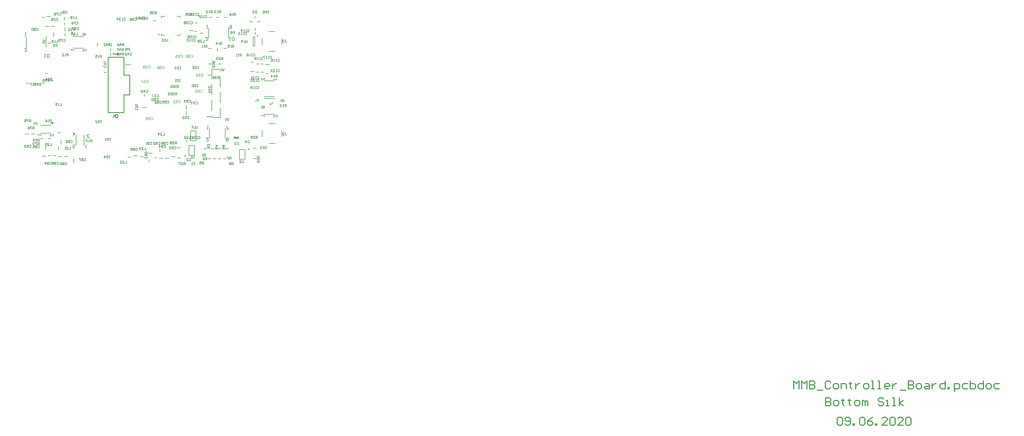
<source format=gbo>
G04*
G04 #@! TF.GenerationSoftware,Altium Limited,Altium Designer,20.1.11 (218)*
G04*
G04 Layer_Color=13813960*
%FSLAX25Y25*%
%MOIN*%
G70*
G04*
G04 #@! TF.SameCoordinates,26502B99-587C-4767-892E-7210AEBADD4C*
G04*
G04*
G04 #@! TF.FilePolarity,Positive*
G04*
G01*
G75*
%ADD11C,0.00984*%
%ADD13C,0.01000*%
%ADD14C,0.00600*%
%ADD15C,0.00787*%
%ADD16C,0.00500*%
%ADD17C,0.01200*%
G36*
X166652Y90014D02*
X166753Y90001D01*
X166850Y89978D01*
X166942Y89950D01*
X167030Y89918D01*
X167108Y89881D01*
X167177Y89839D01*
X167242Y89802D01*
X167302Y89761D01*
X167352Y89719D01*
X167394Y89683D01*
X167431Y89650D01*
X167458Y89623D01*
X167477Y89600D01*
X167491Y89586D01*
X167495Y89581D01*
X167564Y89480D01*
X167629Y89369D01*
X167684Y89249D01*
X167730Y89125D01*
X167767Y88991D01*
X167800Y88857D01*
X167827Y88728D01*
X167850Y88599D01*
X167869Y88475D01*
X167878Y88364D01*
X167887Y88258D01*
X167896Y88170D01*
Y88097D01*
X167901Y88064D01*
Y88037D01*
Y88018D01*
Y88004D01*
Y87995D01*
Y87991D01*
X167896Y87811D01*
X167887Y87650D01*
X167869Y87497D01*
X167846Y87354D01*
X167818Y87230D01*
X167786Y87115D01*
X167754Y87009D01*
X167717Y86917D01*
X167684Y86838D01*
X167652Y86769D01*
X167620Y86709D01*
X167592Y86663D01*
X167569Y86626D01*
X167551Y86598D01*
X167541Y86585D01*
X167537Y86580D01*
X167463Y86506D01*
X167389Y86442D01*
X167311Y86382D01*
X167233Y86336D01*
X167154Y86294D01*
X167076Y86257D01*
X166997Y86230D01*
X166924Y86211D01*
X166855Y86193D01*
X166790Y86179D01*
X166735Y86170D01*
X166684Y86160D01*
X166642D01*
X166615Y86156D01*
X166587D01*
X166463Y86165D01*
X166352Y86184D01*
X166246Y86207D01*
X166158Y86239D01*
X166085Y86267D01*
X166057Y86280D01*
X166029Y86294D01*
X166011Y86303D01*
X165997Y86313D01*
X165988Y86317D01*
X165983D01*
X165886Y86382D01*
X165803Y86460D01*
X165730Y86534D01*
X165670Y86612D01*
X165624Y86677D01*
X165587Y86732D01*
X165573Y86755D01*
X165568Y86769D01*
X165559Y86778D01*
Y86783D01*
X165508Y86898D01*
X165467Y87018D01*
X165439Y87129D01*
X165421Y87230D01*
X165416Y87276D01*
X165412Y87318D01*
X165407Y87354D01*
X165402Y87387D01*
Y87410D01*
Y87433D01*
Y87442D01*
Y87447D01*
X165407Y87543D01*
X165416Y87640D01*
X165435Y87728D01*
X165453Y87811D01*
X165476Y87889D01*
X165504Y87963D01*
X165536Y88028D01*
X165564Y88087D01*
X165596Y88143D01*
X165628Y88189D01*
X165656Y88230D01*
X165679Y88267D01*
X165697Y88290D01*
X165716Y88313D01*
X165725Y88323D01*
X165730Y88327D01*
X165794Y88387D01*
X165859Y88442D01*
X165923Y88489D01*
X165992Y88525D01*
X166057Y88562D01*
X166126Y88590D01*
X166186Y88613D01*
X166251Y88631D01*
X166306Y88645D01*
X166357Y88655D01*
X166403Y88664D01*
X166444Y88668D01*
X166477Y88673D01*
X166523D01*
X166619Y88668D01*
X166716Y88655D01*
X166804Y88631D01*
X166878Y88613D01*
X166942Y88590D01*
X166993Y88567D01*
X167011Y88562D01*
X167025Y88553D01*
X167030Y88548D01*
X167034D01*
X167122Y88498D01*
X167200Y88438D01*
X167269Y88373D01*
X167325Y88309D01*
X167376Y88253D01*
X167412Y88207D01*
X167422Y88189D01*
X167431Y88175D01*
X167440Y88171D01*
X167440Y88166D01*
Y88170D01*
X167440Y88171D01*
X167435Y88272D01*
X167431Y88369D01*
X167426Y88461D01*
X167417Y88544D01*
X167408Y88622D01*
X167399Y88696D01*
X167385Y88761D01*
X167376Y88820D01*
X167362Y88871D01*
X167352Y88917D01*
X167339Y88954D01*
X167329Y88986D01*
X167320Y89009D01*
X167315Y89028D01*
X167311Y89037D01*
Y89042D01*
X167260Y89152D01*
X167200Y89245D01*
X167145Y89328D01*
X167090Y89392D01*
X167039Y89443D01*
X167002Y89484D01*
X166974Y89503D01*
X166970Y89512D01*
X166965D01*
X166901Y89553D01*
X166832Y89586D01*
X166762Y89604D01*
X166702Y89623D01*
X166647Y89632D01*
X166606Y89636D01*
X166518D01*
X166467Y89627D01*
X166380Y89604D01*
X166301Y89572D01*
X166232Y89540D01*
X166177Y89503D01*
X166135Y89470D01*
X166112Y89447D01*
X166103Y89443D01*
Y89438D01*
X166062Y89388D01*
X166025Y89323D01*
X165997Y89258D01*
X165969Y89194D01*
X165951Y89134D01*
X165937Y89088D01*
X165928Y89069D01*
Y89056D01*
X165923Y89046D01*
Y89042D01*
X165462Y89079D01*
X165476Y89157D01*
X165495Y89235D01*
X165518Y89305D01*
X165541Y89369D01*
X165568Y89434D01*
X165596Y89489D01*
X165628Y89540D01*
X165656Y89586D01*
X165688Y89627D01*
X165716Y89664D01*
X165739Y89696D01*
X165762Y89719D01*
X165780Y89738D01*
X165794Y89756D01*
X165803Y89761D01*
X165808Y89766D01*
X165863Y89812D01*
X165923Y89849D01*
X165983Y89885D01*
X166043Y89913D01*
X166168Y89959D01*
X166283Y89987D01*
X166334Y89996D01*
X166384Y90005D01*
X166430Y90010D01*
X166467Y90014D01*
X166500Y90019D01*
X166541D01*
X166652Y90014D01*
D02*
G37*
G36*
X169962Y90065D02*
X170054Y90061D01*
X170224Y90033D01*
X170303Y90014D01*
X170381Y89996D01*
X170450Y89978D01*
X170515Y89955D01*
X170575Y89931D01*
X170630Y89913D01*
X170676Y89895D01*
X170713Y89876D01*
X170745Y89862D01*
X170768Y89849D01*
X170782Y89844D01*
X170787Y89839D01*
X170861Y89793D01*
X170934Y89742D01*
X170999Y89692D01*
X171063Y89636D01*
X171119Y89581D01*
X171169Y89526D01*
X171220Y89470D01*
X171262Y89415D01*
X171303Y89364D01*
X171335Y89318D01*
X171363Y89277D01*
X171386Y89240D01*
X171405Y89208D01*
X171418Y89185D01*
X171423Y89171D01*
X171428Y89166D01*
X171469Y89083D01*
X171501Y88996D01*
X171534Y88908D01*
X171557Y88820D01*
X171598Y88650D01*
X171612Y88567D01*
X171626Y88489D01*
X171635Y88415D01*
X171640Y88350D01*
X171644Y88290D01*
X171649Y88240D01*
X171653Y88194D01*
Y88166D01*
Y88143D01*
Y88138D01*
X171649Y88037D01*
X171644Y87940D01*
X171621Y87751D01*
X171607Y87663D01*
X171589Y87580D01*
X171571Y87502D01*
X171552Y87428D01*
X171534Y87364D01*
X171520Y87304D01*
X171501Y87248D01*
X171488Y87207D01*
X171474Y87170D01*
X171465Y87147D01*
X171455Y87129D01*
Y87124D01*
X171414Y87036D01*
X171372Y86958D01*
X171326Y86884D01*
X171280Y86815D01*
X171234Y86751D01*
X171183Y86691D01*
X171137Y86635D01*
X171091Y86589D01*
X171045Y86548D01*
X171003Y86506D01*
X170971Y86479D01*
X170939Y86451D01*
X170911Y86432D01*
X170893Y86419D01*
X170879Y86409D01*
X170875Y86405D01*
X170801Y86363D01*
X170722Y86322D01*
X170639Y86290D01*
X170556Y86262D01*
X170390Y86216D01*
X170229Y86188D01*
X170160Y86179D01*
X170091Y86170D01*
X170031Y86165D01*
X169980Y86160D01*
X169939Y86156D01*
X169879D01*
X169768Y86160D01*
X169667Y86170D01*
X169565Y86184D01*
X169473Y86207D01*
X169381Y86230D01*
X169302Y86257D01*
X169224Y86290D01*
X169155Y86317D01*
X169095Y86349D01*
X169040Y86377D01*
X168989Y86405D01*
X168952Y86428D01*
X168920Y86451D01*
X168897Y86465D01*
X168883Y86474D01*
X168878Y86479D01*
X168805Y86543D01*
X168735Y86612D01*
X168671Y86686D01*
X168616Y86760D01*
X168565Y86838D01*
X168519Y86917D01*
X168477Y86995D01*
X168440Y87069D01*
X168408Y87142D01*
X168380Y87207D01*
X168357Y87267D01*
X168339Y87318D01*
X168325Y87359D01*
X168316Y87391D01*
X168307Y87414D01*
Y87419D01*
X168809Y87543D01*
X168832Y87456D01*
X168855Y87378D01*
X168883Y87299D01*
X168915Y87230D01*
X168948Y87165D01*
X168980Y87106D01*
X169012Y87055D01*
X169049Y87004D01*
X169077Y86963D01*
X169109Y86926D01*
X169137Y86893D01*
X169159Y86870D01*
X169178Y86852D01*
X169192Y86838D01*
X169201Y86829D01*
X169206Y86824D01*
X169261Y86783D01*
X169321Y86746D01*
X169381Y86714D01*
X169441Y86686D01*
X169561Y86645D01*
X169671Y86617D01*
X169722Y86603D01*
X169773Y86598D01*
X169814Y86594D01*
X169851Y86589D01*
X169879Y86585D01*
X169920D01*
X170045Y86594D01*
X170165Y86612D01*
X170275Y86640D01*
X170372Y86672D01*
X170413Y86691D01*
X170450Y86704D01*
X170483Y86718D01*
X170510Y86732D01*
X170533Y86746D01*
X170547Y86751D01*
X170556Y86760D01*
X170561D01*
X170662Y86834D01*
X170755Y86921D01*
X170828Y87009D01*
X170888Y87096D01*
X170939Y87175D01*
X170957Y87212D01*
X170971Y87239D01*
X170985Y87267D01*
X170994Y87285D01*
X170999Y87295D01*
Y87299D01*
X171045Y87437D01*
X171077Y87585D01*
X171105Y87723D01*
X171119Y87857D01*
X171123Y87917D01*
X171128Y87972D01*
X171133Y88018D01*
Y88060D01*
X171137Y88097D01*
Y88120D01*
Y88138D01*
Y88143D01*
X171133Y88281D01*
X171119Y88415D01*
X171100Y88535D01*
X171077Y88645D01*
X171068Y88691D01*
X171059Y88737D01*
X171050Y88774D01*
X171040Y88807D01*
X171031Y88830D01*
X171027Y88853D01*
X171022Y88862D01*
Y88867D01*
X170971Y88991D01*
X170907Y89106D01*
X170838Y89198D01*
X170773Y89281D01*
X170709Y89346D01*
X170658Y89392D01*
X170639Y89406D01*
X170625Y89420D01*
X170616Y89429D01*
X170612D01*
X170556Y89466D01*
X170496Y89498D01*
X170372Y89553D01*
X170252Y89590D01*
X170132Y89613D01*
X170081Y89623D01*
X170031Y89632D01*
X169989Y89636D01*
X169952D01*
X169920Y89641D01*
X169879D01*
X169745Y89632D01*
X169621Y89613D01*
X169515Y89581D01*
X169422Y89549D01*
X169385Y89530D01*
X169349Y89512D01*
X169321Y89498D01*
X169298Y89480D01*
X169275Y89470D01*
X169261Y89461D01*
X169256Y89452D01*
X169252D01*
X169206Y89415D01*
X169164Y89374D01*
X169086Y89277D01*
X169017Y89180D01*
X168961Y89079D01*
X168920Y88991D01*
X168901Y88950D01*
X168887Y88917D01*
X168878Y88890D01*
X168869Y88867D01*
X168865Y88853D01*
Y88848D01*
X168371Y88963D01*
X168403Y89060D01*
X168440Y89148D01*
X168477Y89235D01*
X168523Y89314D01*
X168565Y89388D01*
X168611Y89452D01*
X168657Y89512D01*
X168703Y89567D01*
X168745Y89618D01*
X168786Y89660D01*
X168818Y89696D01*
X168851Y89724D01*
X168878Y89747D01*
X168897Y89766D01*
X168911Y89775D01*
X168915Y89779D01*
X168989Y89830D01*
X169067Y89876D01*
X169146Y89913D01*
X169229Y89945D01*
X169307Y89978D01*
X169385Y90001D01*
X169538Y90033D01*
X169607Y90047D01*
X169671Y90056D01*
X169727Y90061D01*
X169773Y90065D01*
X169814Y90070D01*
X169869D01*
X169962Y90065D01*
D02*
G37*
G36*
X164914Y89507D02*
X163060D01*
X163190Y89351D01*
X163314Y89180D01*
X163429Y89014D01*
X163480Y88936D01*
X163526Y88862D01*
X163572Y88788D01*
X163609Y88724D01*
X163646Y88664D01*
X163674Y88613D01*
X163697Y88572D01*
X163715Y88544D01*
X163724Y88521D01*
X163729Y88516D01*
X163840Y88295D01*
X163936Y88078D01*
X163978Y87972D01*
X164019Y87871D01*
X164056Y87779D01*
X164088Y87687D01*
X164116Y87603D01*
X164144Y87525D01*
X164162Y87461D01*
X164181Y87405D01*
X164195Y87359D01*
X164204Y87322D01*
X164213Y87304D01*
Y87295D01*
X164241Y87179D01*
X164268Y87069D01*
X164291Y86963D01*
X164310Y86861D01*
X164328Y86764D01*
X164338Y86677D01*
X164351Y86594D01*
X164360Y86520D01*
X164370Y86456D01*
X164374Y86396D01*
X164379Y86340D01*
Y86299D01*
X164384Y86267D01*
Y86239D01*
Y86225D01*
Y86221D01*
X163904D01*
X163886Y86428D01*
X163863Y86621D01*
X163849Y86709D01*
X163830Y86797D01*
X163816Y86875D01*
X163803Y86949D01*
X163789Y87018D01*
X163775Y87078D01*
X163761Y87129D01*
X163752Y87175D01*
X163743Y87212D01*
X163734Y87235D01*
X163729Y87253D01*
Y87258D01*
X163651Y87507D01*
X163563Y87746D01*
X163517Y87862D01*
X163471Y87968D01*
X163429Y88069D01*
X163383Y88166D01*
X163342Y88253D01*
X163305Y88332D01*
X163273Y88401D01*
X163240Y88456D01*
X163217Y88502D01*
X163199Y88539D01*
X163190Y88558D01*
X163185Y88567D01*
X163120Y88682D01*
X163051Y88793D01*
X162987Y88899D01*
X162922Y88996D01*
X162862Y89088D01*
X162802Y89171D01*
X162747Y89249D01*
X162692Y89318D01*
X162646Y89383D01*
X162600Y89434D01*
X162563Y89484D01*
X162530Y89521D01*
X162503Y89549D01*
X162484Y89572D01*
X162470Y89586D01*
X162466Y89590D01*
Y89955D01*
X164914D01*
Y89507D01*
D02*
G37*
G36*
X173345Y125841D02*
X173446Y125827D01*
X173543Y125804D01*
X173635Y125777D01*
X173723Y125744D01*
X173801Y125708D01*
X173870Y125666D01*
X173935Y125629D01*
X173995Y125588D01*
X174045Y125546D01*
X174087Y125509D01*
X174124Y125477D01*
X174151Y125449D01*
X174170Y125426D01*
X174184Y125412D01*
X174188Y125408D01*
X174257Y125306D01*
X174322Y125196D01*
X174377Y125076D01*
X174423Y124952D01*
X174460Y124818D01*
X174493Y124684D01*
X174520Y124555D01*
X174543Y124426D01*
X174562Y124302D01*
X174571Y124191D01*
X174580Y124085D01*
X174589Y123997D01*
Y123924D01*
X174594Y123891D01*
Y123864D01*
Y123845D01*
Y123831D01*
Y123822D01*
Y123818D01*
X174589Y123638D01*
X174580Y123476D01*
X174562Y123324D01*
X174539Y123181D01*
X174511Y123057D01*
X174479Y122942D01*
X174446Y122836D01*
X174409Y122743D01*
X174377Y122665D01*
X174345Y122596D01*
X174313Y122536D01*
X174285Y122490D01*
X174262Y122453D01*
X174244Y122425D01*
X174234Y122411D01*
X174230Y122407D01*
X174156Y122333D01*
X174082Y122268D01*
X174004Y122209D01*
X173925Y122162D01*
X173847Y122121D01*
X173769Y122084D01*
X173690Y122056D01*
X173617Y122038D01*
X173547Y122020D01*
X173483Y122006D01*
X173428Y121996D01*
X173377Y121987D01*
X173335D01*
X173308Y121983D01*
X173280D01*
X173156Y121992D01*
X173045Y122010D01*
X172939Y122033D01*
X172851Y122066D01*
X172778Y122093D01*
X172750Y122107D01*
X172722Y122121D01*
X172704Y122130D01*
X172690Y122139D01*
X172681Y122144D01*
X172676D01*
X172579Y122209D01*
X172496Y122287D01*
X172423Y122361D01*
X172363Y122439D01*
X172317Y122504D01*
X172280Y122559D01*
X172266Y122582D01*
X172261Y122596D01*
X172252Y122605D01*
Y122610D01*
X172201Y122725D01*
X172160Y122845D01*
X172132Y122955D01*
X172114Y123057D01*
X172109Y123103D01*
X172105Y123144D01*
X172100Y123181D01*
X172095Y123214D01*
Y123237D01*
Y123260D01*
Y123269D01*
Y123274D01*
X172100Y123370D01*
X172109Y123467D01*
X172128Y123555D01*
X172146Y123638D01*
X172169Y123716D01*
X172197Y123790D01*
X172229Y123854D01*
X172257Y123914D01*
X172289Y123970D01*
X172321Y124016D01*
X172349Y124057D01*
X172372Y124094D01*
X172390Y124117D01*
X172409Y124140D01*
X172418Y124149D01*
X172423Y124154D01*
X172487Y124214D01*
X172552Y124269D01*
X172616Y124315D01*
X172685Y124352D01*
X172750Y124389D01*
X172819Y124417D01*
X172879Y124440D01*
X172943Y124458D01*
X172999Y124472D01*
X173050Y124481D01*
X173096Y124490D01*
X173137Y124495D01*
X173169Y124500D01*
X173215D01*
X173312Y124495D01*
X173409Y124481D01*
X173497Y124458D01*
X173571Y124440D01*
X173635Y124417D01*
X173686Y124394D01*
X173704Y124389D01*
X173718Y124380D01*
X173723Y124375D01*
X173727D01*
X173815Y124325D01*
X173893Y124265D01*
X173962Y124200D01*
X174018Y124136D01*
X174068Y124080D01*
X174105Y124034D01*
X174115Y124016D01*
X174124Y124002D01*
X174133Y123997D01*
X174133Y123993D01*
Y123997D01*
X174133Y123997D01*
X174128Y124099D01*
X174124Y124196D01*
X174119Y124288D01*
X174110Y124371D01*
X174101Y124449D01*
X174091Y124523D01*
X174078Y124587D01*
X174068Y124647D01*
X174055Y124698D01*
X174045Y124744D01*
X174031Y124781D01*
X174022Y124813D01*
X174013Y124836D01*
X174008Y124855D01*
X174004Y124864D01*
Y124869D01*
X173953Y124979D01*
X173893Y125071D01*
X173838Y125154D01*
X173783Y125219D01*
X173732Y125270D01*
X173695Y125311D01*
X173667Y125330D01*
X173663Y125339D01*
X173658D01*
X173594Y125380D01*
X173524Y125412D01*
X173455Y125431D01*
X173395Y125449D01*
X173340Y125459D01*
X173299Y125463D01*
X173211D01*
X173160Y125454D01*
X173073Y125431D01*
X172994Y125399D01*
X172925Y125366D01*
X172870Y125330D01*
X172828Y125297D01*
X172805Y125274D01*
X172796Y125270D01*
Y125265D01*
X172755Y125214D01*
X172718Y125150D01*
X172690Y125085D01*
X172662Y125021D01*
X172644Y124961D01*
X172630Y124915D01*
X172621Y124896D01*
Y124882D01*
X172616Y124873D01*
Y124869D01*
X172155Y124905D01*
X172169Y124984D01*
X172187Y125062D01*
X172211Y125131D01*
X172234Y125196D01*
X172261Y125260D01*
X172289Y125316D01*
X172321Y125366D01*
X172349Y125412D01*
X172381Y125454D01*
X172409Y125491D01*
X172432Y125523D01*
X172455Y125546D01*
X172473Y125565D01*
X172487Y125583D01*
X172496Y125588D01*
X172501Y125592D01*
X172556Y125638D01*
X172616Y125675D01*
X172676Y125712D01*
X172736Y125740D01*
X172861Y125786D01*
X172976Y125814D01*
X173027Y125823D01*
X173077Y125832D01*
X173123Y125837D01*
X173160Y125841D01*
X173193Y125846D01*
X173234D01*
X173345Y125841D01*
D02*
G37*
G36*
X170408D02*
X170510Y125827D01*
X170606Y125804D01*
X170698Y125777D01*
X170786Y125744D01*
X170864Y125708D01*
X170934Y125666D01*
X170998Y125629D01*
X171058Y125588D01*
X171109Y125546D01*
X171150Y125509D01*
X171187Y125477D01*
X171215Y125449D01*
X171233Y125426D01*
X171247Y125412D01*
X171252Y125408D01*
X171321Y125306D01*
X171385Y125196D01*
X171441Y125076D01*
X171487Y124952D01*
X171524Y124818D01*
X171556Y124684D01*
X171584Y124555D01*
X171607Y124426D01*
X171625Y124302D01*
X171634Y124191D01*
X171643Y124085D01*
X171653Y123997D01*
Y123924D01*
X171657Y123891D01*
Y123864D01*
Y123845D01*
Y123831D01*
Y123822D01*
Y123818D01*
X171653Y123638D01*
X171643Y123476D01*
X171625Y123324D01*
X171602Y123181D01*
X171574Y123057D01*
X171542Y122942D01*
X171510Y122836D01*
X171473Y122743D01*
X171441Y122665D01*
X171408Y122596D01*
X171376Y122536D01*
X171349Y122490D01*
X171325Y122453D01*
X171307Y122425D01*
X171298Y122411D01*
X171293Y122407D01*
X171219Y122333D01*
X171146Y122268D01*
X171067Y122209D01*
X170989Y122162D01*
X170911Y122121D01*
X170832Y122084D01*
X170754Y122056D01*
X170680Y122038D01*
X170611Y122020D01*
X170546Y122006D01*
X170491Y121996D01*
X170440Y121987D01*
X170399D01*
X170371Y121983D01*
X170343D01*
X170219Y121992D01*
X170108Y122010D01*
X170002Y122033D01*
X169915Y122066D01*
X169841Y122093D01*
X169813Y122107D01*
X169786Y122121D01*
X169767Y122130D01*
X169753Y122139D01*
X169744Y122144D01*
X169740D01*
X169643Y122209D01*
X169560Y122287D01*
X169486Y122361D01*
X169426Y122439D01*
X169380Y122504D01*
X169343Y122559D01*
X169329Y122582D01*
X169325Y122596D01*
X169316Y122605D01*
Y122610D01*
X169265Y122725D01*
X169223Y122845D01*
X169196Y122955D01*
X169177Y123057D01*
X169173Y123103D01*
X169168Y123144D01*
X169163Y123181D01*
X169159Y123214D01*
Y123237D01*
Y123260D01*
Y123269D01*
Y123274D01*
X169163Y123370D01*
X169173Y123467D01*
X169191Y123555D01*
X169209Y123638D01*
X169232Y123716D01*
X169260Y123790D01*
X169292Y123854D01*
X169320Y123914D01*
X169352Y123970D01*
X169385Y124016D01*
X169412Y124057D01*
X169435Y124094D01*
X169454Y124117D01*
X169472Y124140D01*
X169481Y124149D01*
X169486Y124154D01*
X169551Y124214D01*
X169615Y124269D01*
X169680Y124315D01*
X169749Y124352D01*
X169813Y124389D01*
X169883Y124417D01*
X169942Y124440D01*
X170007Y124458D01*
X170062Y124472D01*
X170113Y124481D01*
X170159Y124490D01*
X170201Y124495D01*
X170233Y124500D01*
X170279D01*
X170376Y124495D01*
X170473Y124481D01*
X170560Y124458D01*
X170634Y124440D01*
X170698Y124417D01*
X170749Y124394D01*
X170768Y124389D01*
X170781Y124380D01*
X170786Y124375D01*
X170791D01*
X170878Y124325D01*
X170957Y124265D01*
X171026Y124200D01*
X171081Y124136D01*
X171132Y124080D01*
X171169Y124034D01*
X171178Y124016D01*
X171187Y124002D01*
X171196Y123997D01*
X171196Y123993D01*
Y123997D01*
X171196Y123997D01*
X171192Y124099D01*
X171187Y124196D01*
X171183Y124288D01*
X171173Y124371D01*
X171164Y124449D01*
X171155Y124523D01*
X171141Y124587D01*
X171132Y124647D01*
X171118Y124698D01*
X171109Y124744D01*
X171095Y124781D01*
X171086Y124813D01*
X171077Y124836D01*
X171072Y124855D01*
X171067Y124864D01*
Y124869D01*
X171017Y124979D01*
X170957Y125071D01*
X170901Y125154D01*
X170846Y125219D01*
X170795Y125270D01*
X170758Y125311D01*
X170731Y125330D01*
X170726Y125339D01*
X170721D01*
X170657Y125380D01*
X170588Y125412D01*
X170519Y125431D01*
X170459Y125449D01*
X170403Y125459D01*
X170362Y125463D01*
X170274D01*
X170224Y125454D01*
X170136Y125431D01*
X170058Y125399D01*
X169989Y125366D01*
X169933Y125330D01*
X169892Y125297D01*
X169869Y125274D01*
X169859Y125270D01*
Y125265D01*
X169818Y125214D01*
X169781Y125150D01*
X169753Y125085D01*
X169726Y125021D01*
X169707Y124961D01*
X169694Y124915D01*
X169684Y124896D01*
Y124882D01*
X169680Y124873D01*
Y124869D01*
X169219Y124905D01*
X169232Y124984D01*
X169251Y125062D01*
X169274Y125131D01*
X169297Y125196D01*
X169325Y125260D01*
X169352Y125316D01*
X169385Y125366D01*
X169412Y125412D01*
X169445Y125454D01*
X169472Y125491D01*
X169495Y125523D01*
X169518Y125546D01*
X169537Y125565D01*
X169551Y125583D01*
X169560Y125588D01*
X169564Y125592D01*
X169620Y125638D01*
X169680Y125675D01*
X169740Y125712D01*
X169799Y125740D01*
X169924Y125786D01*
X170039Y125814D01*
X170090Y125823D01*
X170141Y125832D01*
X170187Y125837D01*
X170224Y125841D01*
X170256Y125846D01*
X170297D01*
X170408Y125841D01*
D02*
G37*
G36*
X176655Y125892D02*
X176747Y125887D01*
X176917Y125860D01*
X176996Y125841D01*
X177074Y125823D01*
X177143Y125804D01*
X177208Y125781D01*
X177268Y125758D01*
X177323Y125740D01*
X177369Y125721D01*
X177406Y125703D01*
X177438Y125689D01*
X177461Y125675D01*
X177475Y125671D01*
X177480Y125666D01*
X177553Y125620D01*
X177627Y125569D01*
X177692Y125519D01*
X177756Y125463D01*
X177812Y125408D01*
X177862Y125353D01*
X177913Y125297D01*
X177955Y125242D01*
X177996Y125191D01*
X178028Y125145D01*
X178056Y125104D01*
X178079Y125067D01*
X178097Y125034D01*
X178111Y125012D01*
X178116Y124998D01*
X178121Y124993D01*
X178162Y124910D01*
X178194Y124822D01*
X178227Y124735D01*
X178250Y124647D01*
X178291Y124477D01*
X178305Y124394D01*
X178319Y124315D01*
X178328Y124242D01*
X178333Y124177D01*
X178337Y124117D01*
X178342Y124066D01*
X178347Y124020D01*
Y123993D01*
Y123970D01*
Y123965D01*
X178342Y123864D01*
X178337Y123767D01*
X178314Y123578D01*
X178300Y123490D01*
X178282Y123407D01*
X178263Y123329D01*
X178245Y123255D01*
X178227Y123190D01*
X178213Y123131D01*
X178194Y123075D01*
X178181Y123034D01*
X178167Y122997D01*
X178157Y122974D01*
X178148Y122955D01*
Y122951D01*
X178107Y122863D01*
X178065Y122785D01*
X178019Y122711D01*
X177973Y122642D01*
X177927Y122577D01*
X177876Y122518D01*
X177830Y122462D01*
X177784Y122416D01*
X177738Y122374D01*
X177697Y122333D01*
X177664Y122305D01*
X177632Y122278D01*
X177604Y122259D01*
X177586Y122246D01*
X177572Y122236D01*
X177567Y122232D01*
X177494Y122190D01*
X177415Y122149D01*
X177332Y122116D01*
X177249Y122089D01*
X177083Y122043D01*
X176922Y122015D01*
X176853Y122006D01*
X176784Y121996D01*
X176724Y121992D01*
X176673Y121987D01*
X176631Y121983D01*
X176572D01*
X176461Y121987D01*
X176359Y121996D01*
X176258Y122010D01*
X176166Y122033D01*
X176074Y122056D01*
X175995Y122084D01*
X175917Y122116D01*
X175848Y122144D01*
X175788Y122176D01*
X175733Y122204D01*
X175682Y122232D01*
X175645Y122255D01*
X175613Y122278D01*
X175590Y122292D01*
X175576Y122301D01*
X175571Y122305D01*
X175497Y122370D01*
X175428Y122439D01*
X175364Y122513D01*
X175309Y122587D01*
X175258Y122665D01*
X175212Y122743D01*
X175170Y122822D01*
X175133Y122896D01*
X175101Y122969D01*
X175073Y123034D01*
X175050Y123094D01*
X175032Y123144D01*
X175018Y123186D01*
X175009Y123218D01*
X175000Y123241D01*
Y123246D01*
X175502Y123370D01*
X175525Y123283D01*
X175548Y123204D01*
X175576Y123126D01*
X175608Y123057D01*
X175640Y122992D01*
X175673Y122932D01*
X175705Y122882D01*
X175742Y122831D01*
X175769Y122790D01*
X175802Y122753D01*
X175829Y122720D01*
X175852Y122697D01*
X175871Y122679D01*
X175885Y122665D01*
X175894Y122656D01*
X175899Y122651D01*
X175954Y122610D01*
X176014Y122573D01*
X176074Y122540D01*
X176134Y122513D01*
X176253Y122471D01*
X176364Y122444D01*
X176415Y122430D01*
X176466Y122425D01*
X176507Y122421D01*
X176544Y122416D01*
X176572Y122411D01*
X176613D01*
X176738Y122421D01*
X176857Y122439D01*
X176968Y122467D01*
X177065Y122499D01*
X177106Y122518D01*
X177143Y122531D01*
X177175Y122545D01*
X177203Y122559D01*
X177226Y122573D01*
X177240Y122577D01*
X177249Y122587D01*
X177254D01*
X177355Y122660D01*
X177447Y122748D01*
X177521Y122836D01*
X177581Y122923D01*
X177632Y123002D01*
X177650Y123038D01*
X177664Y123066D01*
X177678Y123094D01*
X177687Y123112D01*
X177692Y123121D01*
Y123126D01*
X177738Y123264D01*
X177770Y123412D01*
X177798Y123550D01*
X177812Y123684D01*
X177816Y123744D01*
X177821Y123799D01*
X177825Y123845D01*
Y123887D01*
X177830Y123924D01*
Y123947D01*
Y123965D01*
Y123970D01*
X177825Y124108D01*
X177812Y124242D01*
X177793Y124362D01*
X177770Y124472D01*
X177761Y124518D01*
X177752Y124564D01*
X177743Y124601D01*
X177733Y124633D01*
X177724Y124656D01*
X177719Y124680D01*
X177715Y124689D01*
Y124693D01*
X177664Y124818D01*
X177600Y124933D01*
X177531Y125025D01*
X177466Y125108D01*
X177401Y125173D01*
X177351Y125219D01*
X177332Y125233D01*
X177318Y125247D01*
X177309Y125256D01*
X177305D01*
X177249Y125293D01*
X177189Y125325D01*
X177065Y125380D01*
X176945Y125417D01*
X176825Y125440D01*
X176775Y125449D01*
X176724Y125459D01*
X176682Y125463D01*
X176645D01*
X176613Y125468D01*
X176572D01*
X176438Y125459D01*
X176313Y125440D01*
X176207Y125408D01*
X176115Y125376D01*
X176078Y125357D01*
X176041Y125339D01*
X176014Y125325D01*
X175991Y125306D01*
X175968Y125297D01*
X175954Y125288D01*
X175949Y125279D01*
X175945D01*
X175899Y125242D01*
X175857Y125200D01*
X175779Y125104D01*
X175709Y125007D01*
X175654Y124905D01*
X175613Y124818D01*
X175594Y124776D01*
X175581Y124744D01*
X175571Y124716D01*
X175562Y124693D01*
X175557Y124680D01*
Y124675D01*
X175064Y124790D01*
X175096Y124887D01*
X175133Y124975D01*
X175170Y125062D01*
X175216Y125141D01*
X175258Y125214D01*
X175304Y125279D01*
X175350Y125339D01*
X175396Y125394D01*
X175438Y125445D01*
X175479Y125486D01*
X175511Y125523D01*
X175544Y125551D01*
X175571Y125574D01*
X175590Y125592D01*
X175603Y125601D01*
X175608Y125606D01*
X175682Y125657D01*
X175760Y125703D01*
X175839Y125740D01*
X175922Y125772D01*
X176000Y125804D01*
X176078Y125827D01*
X176231Y125860D01*
X176300Y125873D01*
X176364Y125883D01*
X176419Y125887D01*
X176466Y125892D01*
X176507Y125897D01*
X176562D01*
X176655Y125892D01*
D02*
G37*
G36*
X194780Y138009D02*
X194342Y137949D01*
X194300Y138009D01*
X194254Y138060D01*
X194208Y138101D01*
X194167Y138143D01*
X194125Y138171D01*
X194093Y138194D01*
X194074Y138207D01*
X194065Y138212D01*
X193996Y138249D01*
X193927Y138272D01*
X193858Y138290D01*
X193793Y138304D01*
X193742Y138313D01*
X193696Y138318D01*
X193659D01*
X193595Y138313D01*
X193530Y138309D01*
X193415Y138281D01*
X193314Y138244D01*
X193231Y138203D01*
X193162Y138161D01*
X193139Y138143D01*
X193115Y138124D01*
X193097Y138111D01*
X193083Y138097D01*
X193079Y138092D01*
X193074Y138087D01*
X193037Y138041D01*
X193000Y137995D01*
X192945Y137894D01*
X192908Y137788D01*
X192880Y137686D01*
X192862Y137599D01*
X192857Y137562D01*
Y137525D01*
X192853Y137497D01*
Y137479D01*
Y137465D01*
Y137461D01*
X192857Y137382D01*
X192862Y137313D01*
X192890Y137179D01*
X192908Y137119D01*
X192926Y137064D01*
X192945Y137013D01*
X192968Y136967D01*
X192991Y136926D01*
X193009Y136889D01*
X193028Y136861D01*
X193046Y136834D01*
X193060Y136815D01*
X193074Y136801D01*
X193079Y136792D01*
X193083Y136787D01*
X193129Y136746D01*
X193175Y136705D01*
X193221Y136672D01*
X193268Y136645D01*
X193364Y136599D01*
X193452Y136571D01*
X193530Y136552D01*
X193567Y136548D01*
X193595Y136543D01*
X193618Y136539D01*
X193650D01*
X193752Y136548D01*
X193844Y136566D01*
X193927Y136594D01*
X193996Y136626D01*
X194051Y136658D01*
X194093Y136686D01*
X194120Y136705D01*
X194125Y136714D01*
X194130D01*
X194194Y136787D01*
X194249Y136875D01*
X194291Y136963D01*
X194323Y137050D01*
X194346Y137129D01*
X194355Y137161D01*
X194365Y137189D01*
X194369Y137216D01*
Y137235D01*
X194374Y137244D01*
Y137249D01*
X194863Y137212D01*
X194849Y137124D01*
X194835Y137041D01*
X194812Y136963D01*
X194784Y136889D01*
X194757Y136820D01*
X194724Y136755D01*
X194692Y136700D01*
X194660Y136649D01*
X194627Y136599D01*
X194600Y136557D01*
X194572Y136525D01*
X194545Y136497D01*
X194521Y136474D01*
X194508Y136456D01*
X194499Y136446D01*
X194494Y136442D01*
X194429Y136391D01*
X194365Y136349D01*
X194296Y136308D01*
X194222Y136276D01*
X194153Y136248D01*
X194083Y136225D01*
X193950Y136193D01*
X193885Y136179D01*
X193830Y136170D01*
X193779Y136165D01*
X193738Y136161D01*
X193701Y136156D01*
X193650D01*
X193535Y136161D01*
X193429Y136174D01*
X193327Y136197D01*
X193231Y136230D01*
X193143Y136262D01*
X193060Y136299D01*
X192986Y136340D01*
X192917Y136386D01*
X192857Y136428D01*
X192807Y136469D01*
X192761Y136506D01*
X192724Y136543D01*
X192696Y136571D01*
X192677Y136594D01*
X192664Y136608D01*
X192659Y136612D01*
X192608Y136686D01*
X192562Y136760D01*
X192521Y136834D01*
X192484Y136907D01*
X192456Y136986D01*
X192433Y137059D01*
X192396Y137198D01*
X192383Y137262D01*
X192373Y137318D01*
X192369Y137373D01*
X192364Y137415D01*
X192359Y137451D01*
Y137479D01*
Y137497D01*
Y137502D01*
X192364Y137599D01*
X192373Y137696D01*
X192392Y137783D01*
X192415Y137866D01*
X192438Y137945D01*
X192465Y138018D01*
X192498Y138083D01*
X192530Y138143D01*
X192562Y138198D01*
X192595Y138244D01*
X192622Y138286D01*
X192645Y138323D01*
X192668Y138346D01*
X192687Y138369D01*
X192696Y138378D01*
X192701Y138383D01*
X192765Y138443D01*
X192834Y138498D01*
X192903Y138544D01*
X192973Y138581D01*
X193046Y138618D01*
X193115Y138645D01*
X193180Y138668D01*
X193245Y138687D01*
X193305Y138701D01*
X193360Y138710D01*
X193411Y138719D01*
X193452Y138724D01*
X193489Y138728D01*
X193535D01*
X193604Y138724D01*
X193673Y138719D01*
X193802Y138691D01*
X193927Y138654D01*
X194033Y138608D01*
X194079Y138585D01*
X194120Y138562D01*
X194157Y138544D01*
X194190Y138525D01*
X194217Y138512D01*
X194236Y138498D01*
X194245Y138493D01*
X194249Y138489D01*
X194047Y139512D01*
X192539D01*
Y139955D01*
X194415D01*
X194780Y138009D01*
D02*
G37*
G36*
X196573Y140015D02*
X196674Y140001D01*
X196771Y139978D01*
X196863Y139950D01*
X196951Y139918D01*
X197029Y139881D01*
X197099Y139839D01*
X197163Y139802D01*
X197223Y139761D01*
X197274Y139719D01*
X197315Y139683D01*
X197352Y139650D01*
X197380Y139623D01*
X197398Y139600D01*
X197412Y139586D01*
X197417Y139581D01*
X197486Y139480D01*
X197550Y139369D01*
X197606Y139249D01*
X197652Y139125D01*
X197689Y138991D01*
X197721Y138857D01*
X197748Y138728D01*
X197772Y138599D01*
X197790Y138475D01*
X197799Y138364D01*
X197808Y138258D01*
X197818Y138171D01*
Y138097D01*
X197822Y138065D01*
Y138037D01*
Y138018D01*
Y138005D01*
Y137995D01*
Y137991D01*
X197818Y137811D01*
X197808Y137650D01*
X197790Y137497D01*
X197767Y137355D01*
X197739Y137230D01*
X197707Y137115D01*
X197675Y137009D01*
X197638Y136917D01*
X197606Y136838D01*
X197573Y136769D01*
X197541Y136709D01*
X197513Y136663D01*
X197490Y136626D01*
X197472Y136599D01*
X197463Y136585D01*
X197458Y136580D01*
X197384Y136506D01*
X197310Y136442D01*
X197232Y136382D01*
X197154Y136336D01*
X197075Y136294D01*
X196997Y136257D01*
X196919Y136230D01*
X196845Y136211D01*
X196776Y136193D01*
X196711Y136179D01*
X196656Y136170D01*
X196605Y136161D01*
X196564D01*
X196536Y136156D01*
X196508D01*
X196384Y136165D01*
X196273Y136184D01*
X196167Y136207D01*
X196080Y136239D01*
X196006Y136267D01*
X195978Y136280D01*
X195951Y136294D01*
X195932Y136303D01*
X195918Y136313D01*
X195909Y136317D01*
X195905D01*
X195808Y136382D01*
X195725Y136460D01*
X195651Y136534D01*
X195591Y136612D01*
X195545Y136677D01*
X195508Y136732D01*
X195494Y136755D01*
X195490Y136769D01*
X195480Y136778D01*
Y136783D01*
X195430Y136898D01*
X195388Y137018D01*
X195361Y137129D01*
X195342Y137230D01*
X195337Y137276D01*
X195333Y137318D01*
X195328Y137355D01*
X195324Y137387D01*
Y137410D01*
Y137433D01*
Y137442D01*
Y137447D01*
X195328Y137543D01*
X195337Y137640D01*
X195356Y137728D01*
X195374Y137811D01*
X195397Y137889D01*
X195425Y137963D01*
X195457Y138028D01*
X195485Y138087D01*
X195517Y138143D01*
X195549Y138189D01*
X195577Y138230D01*
X195600Y138267D01*
X195619Y138290D01*
X195637Y138313D01*
X195646Y138323D01*
X195651Y138327D01*
X195715Y138387D01*
X195780Y138443D01*
X195845Y138489D01*
X195914Y138525D01*
X195978Y138562D01*
X196047Y138590D01*
X196107Y138613D01*
X196172Y138631D01*
X196227Y138645D01*
X196278Y138654D01*
X196324Y138664D01*
X196365Y138668D01*
X196398Y138673D01*
X196444D01*
X196541Y138668D01*
X196637Y138654D01*
X196725Y138631D01*
X196799Y138613D01*
X196863Y138590D01*
X196914Y138567D01*
X196932Y138562D01*
X196946Y138553D01*
X196951Y138549D01*
X196956D01*
X197043Y138498D01*
X197122Y138438D01*
X197191Y138373D01*
X197246Y138309D01*
X197297Y138253D01*
X197334Y138207D01*
X197343Y138189D01*
X197352Y138175D01*
X197361Y138171D01*
X197361Y138166D01*
Y138171D01*
X197361Y138171D01*
X197357Y138272D01*
X197352Y138369D01*
X197347Y138461D01*
X197338Y138544D01*
X197329Y138622D01*
X197320Y138696D01*
X197306Y138761D01*
X197297Y138821D01*
X197283Y138871D01*
X197274Y138917D01*
X197260Y138954D01*
X197251Y138987D01*
X197241Y139009D01*
X197237Y139028D01*
X197232Y139037D01*
Y139042D01*
X197181Y139152D01*
X197122Y139245D01*
X197066Y139328D01*
X197011Y139392D01*
X196960Y139443D01*
X196923Y139484D01*
X196896Y139503D01*
X196891Y139512D01*
X196886D01*
X196822Y139553D01*
X196753Y139586D01*
X196684Y139604D01*
X196624Y139623D01*
X196568Y139632D01*
X196527Y139637D01*
X196439D01*
X196389Y139627D01*
X196301Y139604D01*
X196223Y139572D01*
X196153Y139540D01*
X196098Y139503D01*
X196057Y139471D01*
X196034Y139447D01*
X196024Y139443D01*
Y139438D01*
X195983Y139388D01*
X195946Y139323D01*
X195918Y139259D01*
X195891Y139194D01*
X195872Y139134D01*
X195858Y139088D01*
X195849Y139069D01*
Y139056D01*
X195845Y139046D01*
Y139042D01*
X195384Y139079D01*
X195397Y139157D01*
X195416Y139235D01*
X195439Y139305D01*
X195462Y139369D01*
X195490Y139434D01*
X195517Y139489D01*
X195549Y139540D01*
X195577Y139586D01*
X195609Y139627D01*
X195637Y139664D01*
X195660Y139696D01*
X195683Y139719D01*
X195702Y139738D01*
X195715Y139756D01*
X195725Y139761D01*
X195729Y139766D01*
X195785Y139812D01*
X195845Y139848D01*
X195905Y139885D01*
X195964Y139913D01*
X196089Y139959D01*
X196204Y139987D01*
X196255Y139996D01*
X196306Y140005D01*
X196352Y140010D01*
X196389Y140015D01*
X196421Y140019D01*
X196462D01*
X196573Y140015D01*
D02*
G37*
G36*
X199883Y140065D02*
X199975Y140061D01*
X200146Y140033D01*
X200224Y140015D01*
X200302Y139996D01*
X200372Y139978D01*
X200436Y139955D01*
X200496Y139931D01*
X200551Y139913D01*
X200598Y139895D01*
X200634Y139876D01*
X200667Y139862D01*
X200690Y139848D01*
X200704Y139844D01*
X200708Y139839D01*
X200782Y139793D01*
X200856Y139743D01*
X200920Y139692D01*
X200985Y139637D01*
X201040Y139581D01*
X201091Y139526D01*
X201142Y139471D01*
X201183Y139415D01*
X201224Y139365D01*
X201257Y139318D01*
X201284Y139277D01*
X201307Y139240D01*
X201326Y139208D01*
X201340Y139185D01*
X201344Y139171D01*
X201349Y139166D01*
X201390Y139083D01*
X201423Y138996D01*
X201455Y138908D01*
X201478Y138821D01*
X201519Y138650D01*
X201533Y138567D01*
X201547Y138489D01*
X201556Y138415D01*
X201561Y138350D01*
X201566Y138290D01*
X201570Y138240D01*
X201575Y138194D01*
Y138166D01*
Y138143D01*
Y138138D01*
X201570Y138037D01*
X201566Y137940D01*
X201542Y137751D01*
X201529Y137663D01*
X201510Y137580D01*
X201492Y137502D01*
X201473Y137428D01*
X201455Y137364D01*
X201441Y137304D01*
X201423Y137249D01*
X201409Y137207D01*
X201395Y137170D01*
X201386Y137147D01*
X201377Y137129D01*
Y137124D01*
X201335Y137036D01*
X201294Y136958D01*
X201248Y136884D01*
X201201Y136815D01*
X201155Y136751D01*
X201105Y136691D01*
X201059Y136635D01*
X201012Y136589D01*
X200966Y136548D01*
X200925Y136506D01*
X200892Y136479D01*
X200860Y136451D01*
X200833Y136433D01*
X200814Y136419D01*
X200800Y136409D01*
X200796Y136405D01*
X200722Y136363D01*
X200644Y136322D01*
X200561Y136290D01*
X200478Y136262D01*
X200312Y136216D01*
X200150Y136188D01*
X200081Y136179D01*
X200012Y136170D01*
X199952Y136165D01*
X199901Y136161D01*
X199860Y136156D01*
X199800D01*
X199689Y136161D01*
X199588Y136170D01*
X199486Y136184D01*
X199394Y136207D01*
X199302Y136230D01*
X199224Y136257D01*
X199145Y136290D01*
X199076Y136317D01*
X199016Y136349D01*
X198961Y136377D01*
X198910Y136405D01*
X198873Y136428D01*
X198841Y136451D01*
X198818Y136465D01*
X198804Y136474D01*
X198800Y136479D01*
X198726Y136543D01*
X198657Y136612D01*
X198592Y136686D01*
X198537Y136760D01*
X198486Y136838D01*
X198440Y136917D01*
X198398Y136995D01*
X198362Y137069D01*
X198329Y137143D01*
X198302Y137207D01*
X198279Y137267D01*
X198260Y137318D01*
X198246Y137359D01*
X198237Y137391D01*
X198228Y137415D01*
Y137419D01*
X198730Y137543D01*
X198753Y137456D01*
X198776Y137378D01*
X198804Y137299D01*
X198837Y137230D01*
X198869Y137165D01*
X198901Y137106D01*
X198933Y137055D01*
X198970Y137004D01*
X198998Y136963D01*
X199030Y136926D01*
X199058Y136893D01*
X199081Y136871D01*
X199099Y136852D01*
X199113Y136838D01*
X199122Y136829D01*
X199127Y136824D01*
X199182Y136783D01*
X199242Y136746D01*
X199302Y136714D01*
X199362Y136686D01*
X199482Y136645D01*
X199592Y136617D01*
X199643Y136603D01*
X199694Y136599D01*
X199735Y136594D01*
X199772Y136589D01*
X199800Y136585D01*
X199841D01*
X199966Y136594D01*
X200086Y136612D01*
X200196Y136640D01*
X200293Y136672D01*
X200335Y136691D01*
X200372Y136705D01*
X200404Y136718D01*
X200431Y136732D01*
X200455Y136746D01*
X200468Y136751D01*
X200478Y136760D01*
X200482D01*
X200584Y136834D01*
X200676Y136921D01*
X200750Y137009D01*
X200810Y137096D01*
X200860Y137175D01*
X200879Y137212D01*
X200892Y137239D01*
X200906Y137267D01*
X200916Y137285D01*
X200920Y137295D01*
Y137299D01*
X200966Y137437D01*
X200999Y137585D01*
X201026Y137723D01*
X201040Y137857D01*
X201045Y137917D01*
X201049Y137972D01*
X201054Y138018D01*
Y138060D01*
X201059Y138097D01*
Y138120D01*
Y138138D01*
Y138143D01*
X201054Y138281D01*
X201040Y138415D01*
X201022Y138535D01*
X200999Y138645D01*
X200989Y138691D01*
X200980Y138737D01*
X200971Y138774D01*
X200962Y138807D01*
X200952Y138830D01*
X200948Y138853D01*
X200943Y138862D01*
Y138867D01*
X200892Y138991D01*
X200828Y139106D01*
X200759Y139199D01*
X200694Y139281D01*
X200630Y139346D01*
X200579Y139392D01*
X200561Y139406D01*
X200547Y139420D01*
X200538Y139429D01*
X200533D01*
X200478Y139466D01*
X200418Y139498D01*
X200293Y139553D01*
X200173Y139590D01*
X200054Y139613D01*
X200003Y139623D01*
X199952Y139632D01*
X199911Y139637D01*
X199874D01*
X199841Y139641D01*
X199800D01*
X199666Y139632D01*
X199542Y139613D01*
X199436Y139581D01*
X199344Y139549D01*
X199307Y139530D01*
X199270Y139512D01*
X199242Y139498D01*
X199219Y139480D01*
X199196Y139471D01*
X199182Y139461D01*
X199178Y139452D01*
X199173D01*
X199127Y139415D01*
X199085Y139374D01*
X199007Y139277D01*
X198938Y139180D01*
X198883Y139079D01*
X198841Y138991D01*
X198823Y138950D01*
X198809Y138917D01*
X198800Y138890D01*
X198790Y138867D01*
X198786Y138853D01*
Y138848D01*
X198293Y138963D01*
X198325Y139060D01*
X198362Y139148D01*
X198398Y139235D01*
X198445Y139314D01*
X198486Y139388D01*
X198532Y139452D01*
X198578Y139512D01*
X198624Y139567D01*
X198666Y139618D01*
X198707Y139660D01*
X198740Y139696D01*
X198772Y139724D01*
X198800Y139747D01*
X198818Y139766D01*
X198832Y139775D01*
X198837Y139779D01*
X198910Y139830D01*
X198989Y139876D01*
X199067Y139913D01*
X199150Y139945D01*
X199228Y139978D01*
X199307Y140001D01*
X199459Y140033D01*
X199528Y140047D01*
X199592Y140056D01*
X199648Y140061D01*
X199694Y140065D01*
X199735Y140070D01*
X199791D01*
X199883Y140065D01*
D02*
G37*
G36*
X218691Y95920D02*
X218769Y95915D01*
X218912Y95883D01*
X218981Y95865D01*
X219041Y95842D01*
X219101Y95819D01*
X219152Y95796D01*
X219198Y95772D01*
X219239Y95749D01*
X219276Y95726D01*
X219304Y95708D01*
X219327Y95689D01*
X219345Y95676D01*
X219355Y95671D01*
X219359Y95666D01*
X219414Y95616D01*
X219461Y95560D01*
X219507Y95505D01*
X219544Y95445D01*
X219613Y95325D01*
X219663Y95210D01*
X219682Y95155D01*
X219700Y95104D01*
X219714Y95058D01*
X219723Y95021D01*
X219732Y94989D01*
X219737Y94961D01*
X219742Y94947D01*
Y94943D01*
X219276Y94860D01*
X219253Y94980D01*
X219221Y95086D01*
X219179Y95173D01*
X219142Y95242D01*
X219106Y95298D01*
X219073Y95339D01*
X219055Y95362D01*
X219046Y95371D01*
X218976Y95427D01*
X218898Y95468D01*
X218824Y95500D01*
X218755Y95519D01*
X218691Y95533D01*
X218645Y95537D01*
X218626Y95542D01*
X218599D01*
X218502Y95533D01*
X218409Y95514D01*
X218336Y95487D01*
X218271Y95459D01*
X218220Y95427D01*
X218184Y95399D01*
X218161Y95381D01*
X218151Y95371D01*
X218091Y95307D01*
X218050Y95233D01*
X218018Y95164D01*
X217999Y95099D01*
X217985Y95039D01*
X217981Y94989D01*
X217976Y94970D01*
Y94961D01*
Y94952D01*
Y94947D01*
X217981Y94892D01*
X217985Y94837D01*
X218013Y94740D01*
X218050Y94657D01*
X218096Y94592D01*
X218142Y94537D01*
X218179Y94500D01*
X218207Y94482D01*
X218211Y94472D01*
X218216D01*
X218308Y94422D01*
X218396Y94380D01*
X218488Y94353D01*
X218571Y94334D01*
X218640Y94325D01*
X218672Y94320D01*
X218695D01*
X218718Y94316D01*
X218774D01*
X218797Y94320D01*
X218815Y94325D01*
X218824D01*
X218875Y93919D01*
X218806Y93938D01*
X218741Y93947D01*
X218686Y93956D01*
X218635Y93965D01*
X218599D01*
X218571Y93970D01*
X218488D01*
X218432Y93961D01*
X218326Y93938D01*
X218239Y93901D01*
X218161Y93864D01*
X218101Y93827D01*
X218055Y93790D01*
X218027Y93767D01*
X218018Y93762D01*
Y93758D01*
X217981Y93716D01*
X217949Y93675D01*
X217893Y93587D01*
X217856Y93500D01*
X217833Y93417D01*
X217815Y93343D01*
X217810Y93311D01*
Y93288D01*
X217806Y93265D01*
Y93246D01*
Y93237D01*
Y93232D01*
X217810Y93173D01*
X217815Y93112D01*
X217842Y93002D01*
X217875Y92905D01*
X217916Y92827D01*
X217958Y92758D01*
X217981Y92734D01*
X217994Y92712D01*
X218008Y92693D01*
X218022Y92679D01*
X218027Y92675D01*
X218031Y92670D01*
X218073Y92629D01*
X218119Y92596D01*
X218165Y92564D01*
X218211Y92541D01*
X218303Y92499D01*
X218391Y92472D01*
X218469Y92458D01*
X218502Y92453D01*
X218529Y92449D01*
X218552Y92444D01*
X218585D01*
X218686Y92453D01*
X218774Y92472D01*
X218857Y92499D01*
X218921Y92532D01*
X218981Y92559D01*
X219018Y92587D01*
X219046Y92605D01*
X219055Y92615D01*
X219087Y92651D01*
X219119Y92688D01*
X219175Y92776D01*
X219221Y92873D01*
X219258Y92965D01*
X219285Y93053D01*
X219299Y93089D01*
X219308Y93122D01*
X219313Y93149D01*
X219318Y93168D01*
X219322Y93182D01*
Y93186D01*
X219788Y93126D01*
X219774Y93039D01*
X219760Y92956D01*
X219737Y92877D01*
X219709Y92804D01*
X219682Y92739D01*
X219650Y92675D01*
X219617Y92615D01*
X219585Y92564D01*
X219553Y92518D01*
X219520Y92476D01*
X219493Y92440D01*
X219465Y92412D01*
X219447Y92389D01*
X219428Y92370D01*
X219419Y92361D01*
X219414Y92356D01*
X219350Y92306D01*
X219285Y92260D01*
X219216Y92218D01*
X219147Y92186D01*
X219078Y92158D01*
X219009Y92135D01*
X218880Y92098D01*
X218820Y92084D01*
X218764Y92075D01*
X218714Y92071D01*
X218672Y92066D01*
X218635Y92061D01*
X218589D01*
X218488Y92066D01*
X218391Y92075D01*
X218299Y92094D01*
X218211Y92117D01*
X218133Y92140D01*
X218059Y92168D01*
X217990Y92200D01*
X217925Y92232D01*
X217870Y92264D01*
X217819Y92297D01*
X217778Y92324D01*
X217741Y92347D01*
X217713Y92370D01*
X217695Y92389D01*
X217681Y92398D01*
X217676Y92403D01*
X217612Y92467D01*
X217557Y92536D01*
X217506Y92610D01*
X217464Y92679D01*
X217432Y92748D01*
X217400Y92822D01*
X217377Y92887D01*
X217358Y92951D01*
X217344Y93011D01*
X217331Y93066D01*
X217321Y93117D01*
X217317Y93159D01*
X217312Y93195D01*
Y93219D01*
Y93237D01*
Y93242D01*
X217321Y93375D01*
X217340Y93490D01*
X217372Y93597D01*
X217405Y93684D01*
X217423Y93721D01*
X217441Y93753D01*
X217455Y93786D01*
X217474Y93809D01*
X217483Y93827D01*
X217492Y93841D01*
X217501Y93845D01*
Y93850D01*
X217575Y93933D01*
X217658Y94002D01*
X217746Y94058D01*
X217829Y94104D01*
X217907Y94136D01*
X217939Y94145D01*
X217967Y94159D01*
X217990Y94164D01*
X218008Y94168D01*
X218018Y94173D01*
X218022D01*
X217930Y94219D01*
X217852Y94274D01*
X217782Y94325D01*
X217727Y94376D01*
X217686Y94422D01*
X217653Y94459D01*
X217635Y94482D01*
X217630Y94491D01*
X217584Y94569D01*
X217552Y94648D01*
X217529Y94721D01*
X217515Y94791D01*
X217501Y94850D01*
X217497Y94897D01*
Y94915D01*
Y94929D01*
Y94933D01*
Y94938D01*
X217501Y95035D01*
X217520Y95122D01*
X217538Y95205D01*
X217566Y95279D01*
X217589Y95339D01*
X217612Y95385D01*
X217621Y95404D01*
X217630Y95417D01*
X217635Y95422D01*
Y95427D01*
X217690Y95510D01*
X217755Y95579D01*
X217824Y95643D01*
X217888Y95694D01*
X217944Y95736D01*
X217994Y95768D01*
X218013Y95777D01*
X218022Y95786D01*
X218031Y95791D01*
X218036D01*
X218133Y95837D01*
X218234Y95869D01*
X218331Y95892D01*
X218419Y95906D01*
X218492Y95920D01*
X218525D01*
X218552Y95925D01*
X218608D01*
X218691Y95920D01*
D02*
G37*
G36*
X221498D02*
X221600Y95906D01*
X221696Y95883D01*
X221789Y95855D01*
X221876Y95823D01*
X221954Y95786D01*
X222024Y95745D01*
X222088Y95708D01*
X222148Y95666D01*
X222199Y95625D01*
X222240Y95588D01*
X222277Y95556D01*
X222305Y95528D01*
X222323Y95505D01*
X222337Y95491D01*
X222342Y95487D01*
X222411Y95385D01*
X222476Y95275D01*
X222531Y95155D01*
X222577Y95030D01*
X222614Y94897D01*
X222646Y94763D01*
X222674Y94634D01*
X222697Y94505D01*
X222715Y94380D01*
X222724Y94270D01*
X222734Y94164D01*
X222743Y94076D01*
Y94002D01*
X222747Y93970D01*
Y93942D01*
Y93924D01*
Y93910D01*
Y93901D01*
Y93896D01*
X222743Y93716D01*
X222734Y93555D01*
X222715Y93403D01*
X222692Y93260D01*
X222664Y93136D01*
X222632Y93020D01*
X222600Y92914D01*
X222563Y92822D01*
X222531Y92744D01*
X222498Y92675D01*
X222466Y92615D01*
X222439Y92568D01*
X222415Y92532D01*
X222397Y92504D01*
X222388Y92490D01*
X222383Y92486D01*
X222309Y92412D01*
X222236Y92347D01*
X222157Y92287D01*
X222079Y92241D01*
X222001Y92200D01*
X221922Y92163D01*
X221844Y92135D01*
X221770Y92117D01*
X221701Y92098D01*
X221637Y92084D01*
X221581Y92075D01*
X221530Y92066D01*
X221489D01*
X221461Y92061D01*
X221434D01*
X221309Y92071D01*
X221199Y92089D01*
X221093Y92112D01*
X221005Y92144D01*
X220931Y92172D01*
X220903Y92186D01*
X220876Y92200D01*
X220857Y92209D01*
X220844Y92218D01*
X220834Y92223D01*
X220830D01*
X220733Y92287D01*
X220650Y92366D01*
X220576Y92440D01*
X220516Y92518D01*
X220470Y92582D01*
X220433Y92638D01*
X220419Y92661D01*
X220415Y92675D01*
X220406Y92684D01*
Y92688D01*
X220355Y92804D01*
X220313Y92923D01*
X220286Y93034D01*
X220267Y93136D01*
X220263Y93182D01*
X220258Y93223D01*
X220253Y93260D01*
X220249Y93292D01*
Y93315D01*
Y93338D01*
Y93348D01*
Y93352D01*
X220253Y93449D01*
X220263Y93546D01*
X220281Y93634D01*
X220300Y93716D01*
X220323Y93795D01*
X220350Y93869D01*
X220382Y93933D01*
X220410Y93993D01*
X220443Y94048D01*
X220475Y94094D01*
X220502Y94136D01*
X220525Y94173D01*
X220544Y94196D01*
X220562Y94219D01*
X220571Y94228D01*
X220576Y94233D01*
X220641Y94293D01*
X220705Y94348D01*
X220770Y94394D01*
X220839Y94431D01*
X220903Y94468D01*
X220973Y94495D01*
X221033Y94519D01*
X221097Y94537D01*
X221152Y94551D01*
X221203Y94560D01*
X221249Y94569D01*
X221291Y94574D01*
X221323Y94578D01*
X221369D01*
X221466Y94574D01*
X221563Y94560D01*
X221650Y94537D01*
X221724Y94519D01*
X221789Y94495D01*
X221839Y94472D01*
X221858Y94468D01*
X221872Y94459D01*
X221876Y94454D01*
X221881D01*
X221968Y94403D01*
X222047Y94343D01*
X222116Y94279D01*
X222171Y94214D01*
X222222Y94159D01*
X222259Y94113D01*
X222268Y94094D01*
X222277Y94081D01*
X222286Y94076D01*
X222287Y94071D01*
Y94076D01*
X222286Y94076D01*
X222282Y94177D01*
X222277Y94274D01*
X222273Y94366D01*
X222263Y94449D01*
X222254Y94528D01*
X222245Y94602D01*
X222231Y94666D01*
X222222Y94726D01*
X222208Y94777D01*
X222199Y94823D01*
X222185Y94860D01*
X222176Y94892D01*
X222167Y94915D01*
X222162Y94933D01*
X222157Y94943D01*
Y94947D01*
X222107Y95058D01*
X222047Y95150D01*
X221991Y95233D01*
X221936Y95298D01*
X221885Y95348D01*
X221849Y95390D01*
X221821Y95408D01*
X221816Y95417D01*
X221812D01*
X221747Y95459D01*
X221678Y95491D01*
X221609Y95510D01*
X221549Y95528D01*
X221494Y95537D01*
X221452Y95542D01*
X221364D01*
X221314Y95533D01*
X221226Y95510D01*
X221148Y95477D01*
X221079Y95445D01*
X221023Y95408D01*
X220982Y95376D01*
X220959Y95353D01*
X220950Y95348D01*
Y95344D01*
X220908Y95293D01*
X220871Y95228D01*
X220844Y95164D01*
X220816Y95099D01*
X220797Y95039D01*
X220784Y94993D01*
X220774Y94975D01*
Y94961D01*
X220770Y94952D01*
Y94947D01*
X220309Y94984D01*
X220323Y95063D01*
X220341Y95141D01*
X220364Y95210D01*
X220387Y95275D01*
X220415Y95339D01*
X220443Y95394D01*
X220475Y95445D01*
X220502Y95491D01*
X220535Y95533D01*
X220562Y95570D01*
X220585Y95602D01*
X220608Y95625D01*
X220627Y95643D01*
X220641Y95662D01*
X220650Y95666D01*
X220655Y95671D01*
X220710Y95717D01*
X220770Y95754D01*
X220830Y95791D01*
X220890Y95819D01*
X221014Y95865D01*
X221129Y95892D01*
X221180Y95902D01*
X221231Y95911D01*
X221277Y95915D01*
X221314Y95920D01*
X221346Y95925D01*
X221388D01*
X221498Y95920D01*
D02*
G37*
G36*
X224808Y95971D02*
X224900Y95966D01*
X225071Y95938D01*
X225149Y95920D01*
X225228Y95902D01*
X225297Y95883D01*
X225361Y95860D01*
X225421Y95837D01*
X225477Y95819D01*
X225523Y95800D01*
X225560Y95782D01*
X225592Y95768D01*
X225615Y95754D01*
X225629Y95749D01*
X225633Y95745D01*
X225707Y95699D01*
X225781Y95648D01*
X225845Y95597D01*
X225910Y95542D01*
X225965Y95487D01*
X226016Y95431D01*
X226067Y95376D01*
X226108Y95321D01*
X226150Y95270D01*
X226182Y95224D01*
X226210Y95182D01*
X226233Y95145D01*
X226251Y95113D01*
X226265Y95090D01*
X226270Y95076D01*
X226274Y95072D01*
X226316Y94989D01*
X226348Y94901D01*
X226380Y94814D01*
X226403Y94726D01*
X226445Y94555D01*
X226459Y94472D01*
X226472Y94394D01*
X226482Y94320D01*
X226486Y94256D01*
X226491Y94196D01*
X226495Y94145D01*
X226500Y94099D01*
Y94071D01*
Y94048D01*
Y94044D01*
X226495Y93942D01*
X226491Y93845D01*
X226468Y93656D01*
X226454Y93569D01*
X226435Y93486D01*
X226417Y93408D01*
X226399Y93334D01*
X226380Y93269D01*
X226366Y93209D01*
X226348Y93154D01*
X226334Y93112D01*
X226320Y93076D01*
X226311Y93053D01*
X226302Y93034D01*
Y93029D01*
X226260Y92942D01*
X226219Y92864D01*
X226173Y92790D01*
X226127Y92721D01*
X226080Y92656D01*
X226030Y92596D01*
X225984Y92541D01*
X225938Y92495D01*
X225891Y92453D01*
X225850Y92412D01*
X225818Y92384D01*
X225785Y92356D01*
X225758Y92338D01*
X225739Y92324D01*
X225726Y92315D01*
X225721Y92310D01*
X225647Y92269D01*
X225569Y92227D01*
X225486Y92195D01*
X225403Y92168D01*
X225237Y92121D01*
X225076Y92094D01*
X225006Y92084D01*
X224937Y92075D01*
X224877Y92071D01*
X224827Y92066D01*
X224785Y92061D01*
X224725D01*
X224615Y92066D01*
X224513Y92075D01*
X224412Y92089D01*
X224320Y92112D01*
X224227Y92135D01*
X224149Y92163D01*
X224071Y92195D01*
X224001Y92223D01*
X223941Y92255D01*
X223886Y92283D01*
X223835Y92310D01*
X223798Y92333D01*
X223766Y92356D01*
X223743Y92370D01*
X223729Y92379D01*
X223725Y92384D01*
X223651Y92449D01*
X223582Y92518D01*
X223517Y92592D01*
X223462Y92665D01*
X223411Y92744D01*
X223365Y92822D01*
X223324Y92901D01*
X223287Y92974D01*
X223255Y93048D01*
X223227Y93112D01*
X223204Y93173D01*
X223185Y93223D01*
X223172Y93265D01*
X223162Y93297D01*
X223153Y93320D01*
Y93325D01*
X223656Y93449D01*
X223679Y93362D01*
X223702Y93283D01*
X223729Y93205D01*
X223762Y93136D01*
X223794Y93071D01*
X223826Y93011D01*
X223858Y92960D01*
X223895Y92910D01*
X223923Y92868D01*
X223955Y92831D01*
X223983Y92799D01*
X224006Y92776D01*
X224024Y92758D01*
X224038Y92744D01*
X224047Y92734D01*
X224052Y92730D01*
X224107Y92688D01*
X224167Y92651D01*
X224227Y92619D01*
X224287Y92592D01*
X224407Y92550D01*
X224518Y92522D01*
X224568Y92509D01*
X224619Y92504D01*
X224661Y92499D01*
X224697Y92495D01*
X224725Y92490D01*
X224767D01*
X224891Y92499D01*
X225011Y92518D01*
X225122Y92545D01*
X225218Y92578D01*
X225260Y92596D01*
X225297Y92610D01*
X225329Y92624D01*
X225357Y92638D01*
X225380Y92651D01*
X225394Y92656D01*
X225403Y92665D01*
X225407D01*
X225509Y92739D01*
X225601Y92827D01*
X225675Y92914D01*
X225735Y93002D01*
X225785Y93080D01*
X225804Y93117D01*
X225818Y93145D01*
X225832Y93173D01*
X225841Y93191D01*
X225845Y93200D01*
Y93205D01*
X225891Y93343D01*
X225924Y93490D01*
X225951Y93629D01*
X225965Y93762D01*
X225970Y93822D01*
X225974Y93878D01*
X225979Y93924D01*
Y93965D01*
X225984Y94002D01*
Y94025D01*
Y94044D01*
Y94048D01*
X225979Y94187D01*
X225965Y94320D01*
X225947Y94440D01*
X225924Y94551D01*
X225915Y94597D01*
X225905Y94643D01*
X225896Y94680D01*
X225887Y94712D01*
X225878Y94735D01*
X225873Y94758D01*
X225868Y94767D01*
Y94772D01*
X225818Y94897D01*
X225753Y95012D01*
X225684Y95104D01*
X225620Y95187D01*
X225555Y95252D01*
X225504Y95298D01*
X225486Y95311D01*
X225472Y95325D01*
X225463Y95335D01*
X225458D01*
X225403Y95371D01*
X225343Y95404D01*
X225218Y95459D01*
X225099Y95496D01*
X224979Y95519D01*
X224928Y95528D01*
X224877Y95537D01*
X224836Y95542D01*
X224799D01*
X224767Y95547D01*
X224725D01*
X224591Y95537D01*
X224467Y95519D01*
X224361Y95487D01*
X224269Y95454D01*
X224232Y95436D01*
X224195Y95417D01*
X224167Y95404D01*
X224144Y95385D01*
X224121Y95376D01*
X224107Y95367D01*
X224103Y95358D01*
X224098D01*
X224052Y95321D01*
X224011Y95279D01*
X223932Y95182D01*
X223863Y95086D01*
X223808Y94984D01*
X223766Y94897D01*
X223748Y94855D01*
X223734Y94823D01*
X223725Y94795D01*
X223716Y94772D01*
X223711Y94758D01*
Y94754D01*
X223218Y94869D01*
X223250Y94966D01*
X223287Y95053D01*
X223324Y95141D01*
X223370Y95219D01*
X223411Y95293D01*
X223457Y95358D01*
X223503Y95417D01*
X223550Y95473D01*
X223591Y95524D01*
X223633Y95565D01*
X223665Y95602D01*
X223697Y95630D01*
X223725Y95653D01*
X223743Y95671D01*
X223757Y95680D01*
X223762Y95685D01*
X223835Y95736D01*
X223914Y95782D01*
X223992Y95819D01*
X224075Y95851D01*
X224153Y95883D01*
X224232Y95906D01*
X224384Y95938D01*
X224453Y95952D01*
X224518Y95961D01*
X224573Y95966D01*
X224619Y95971D01*
X224661Y95975D01*
X224716D01*
X224808Y95971D01*
D02*
G37*
G36*
X190979Y82669D02*
X191076Y82660D01*
X191163Y82646D01*
X191246Y82632D01*
X191320Y82609D01*
X191394Y82586D01*
X191458Y82558D01*
X191513Y82535D01*
X191569Y82507D01*
X191615Y82480D01*
X191652Y82457D01*
X191684Y82438D01*
X191712Y82420D01*
X191730Y82406D01*
X191739Y82397D01*
X191744Y82392D01*
X191799Y82337D01*
X191850Y82277D01*
X191896Y82212D01*
X191933Y82148D01*
X191970Y82079D01*
X191998Y82014D01*
X192044Y81880D01*
X192062Y81821D01*
X192076Y81765D01*
X192090Y81715D01*
X192094Y81669D01*
X192104Y81632D01*
Y81604D01*
X192108Y81586D01*
Y81581D01*
X191629Y81530D01*
X191624Y81595D01*
X191619Y81655D01*
X191596Y81765D01*
X191564Y81862D01*
X191527Y81940D01*
X191495Y82005D01*
X191463Y82051D01*
X191440Y82079D01*
X191430Y82088D01*
X191389Y82125D01*
X191348Y82157D01*
X191260Y82203D01*
X191172Y82240D01*
X191085Y82268D01*
X191006Y82282D01*
X190974Y82286D01*
X190946D01*
X190923Y82291D01*
X190891D01*
X190776Y82282D01*
X190674Y82258D01*
X190587Y82231D01*
X190513Y82194D01*
X190453Y82157D01*
X190412Y82130D01*
X190384Y82106D01*
X190375Y82102D01*
Y82097D01*
X190338Y82060D01*
X190310Y82023D01*
X190260Y81945D01*
X190223Y81867D01*
X190200Y81797D01*
X190186Y81733D01*
X190181Y81682D01*
X190176Y81664D01*
Y81650D01*
Y81641D01*
Y81636D01*
X190181Y81586D01*
X190186Y81535D01*
X190209Y81438D01*
X190246Y81341D01*
X190287Y81254D01*
X190329Y81180D01*
X190347Y81152D01*
X190361Y81125D01*
X190379Y81101D01*
X190389Y81088D01*
X190393Y81078D01*
X190398Y81074D01*
X190444Y81018D01*
X190495Y80954D01*
X190554Y80889D01*
X190619Y80825D01*
X190757Y80691D01*
X190896Y80562D01*
X190960Y80502D01*
X191020Y80447D01*
X191080Y80396D01*
X191126Y80355D01*
X191168Y80322D01*
X191200Y80295D01*
X191218Y80276D01*
X191228Y80272D01*
X191366Y80152D01*
X191490Y80046D01*
X191596Y79944D01*
X191638Y79903D01*
X191679Y79861D01*
X191716Y79825D01*
X191748Y79792D01*
X191776Y79764D01*
X191795Y79742D01*
X191813Y79718D01*
X191827Y79705D01*
X191832Y79700D01*
X191836Y79695D01*
X191910Y79603D01*
X191974Y79516D01*
X192025Y79433D01*
X192071Y79354D01*
X192104Y79290D01*
X192127Y79239D01*
X192136Y79221D01*
X192140Y79207D01*
X192145Y79202D01*
Y79198D01*
X192163Y79138D01*
X192177Y79082D01*
X192186Y79027D01*
X192191Y78976D01*
X192196Y78935D01*
Y78903D01*
Y78884D01*
Y78875D01*
X189692D01*
Y79322D01*
X191550D01*
X191486Y79414D01*
X191454Y79456D01*
X191426Y79492D01*
X191398Y79525D01*
X191375Y79548D01*
X191361Y79566D01*
X191357Y79571D01*
X191329Y79599D01*
X191297Y79626D01*
X191264Y79663D01*
X191223Y79700D01*
X191135Y79774D01*
X191043Y79857D01*
X190956Y79931D01*
X190919Y79963D01*
X190886Y79990D01*
X190859Y80014D01*
X190836Y80032D01*
X190822Y80041D01*
X190817Y80046D01*
X190725Y80124D01*
X190642Y80198D01*
X190568Y80262D01*
X190495Y80327D01*
X190430Y80387D01*
X190370Y80442D01*
X190319Y80493D01*
X190273Y80539D01*
X190232Y80576D01*
X190200Y80613D01*
X190167Y80640D01*
X190144Y80664D01*
X190126Y80686D01*
X190112Y80700D01*
X190107Y80705D01*
X190103Y80710D01*
X190029Y80802D01*
X189964Y80885D01*
X189909Y80963D01*
X189868Y81032D01*
X189835Y81092D01*
X189812Y81138D01*
X189798Y81166D01*
X189794Y81171D01*
Y81175D01*
X189762Y81258D01*
X189739Y81336D01*
X189720Y81415D01*
X189711Y81484D01*
X189702Y81539D01*
X189697Y81586D01*
Y81599D01*
Y81613D01*
Y81618D01*
Y81622D01*
X189702Y81705D01*
X189711Y81784D01*
X189725Y81858D01*
X189748Y81927D01*
X189771Y81996D01*
X189798Y82056D01*
X189826Y82111D01*
X189854Y82162D01*
X189886Y82208D01*
X189914Y82249D01*
X189941Y82286D01*
X189964Y82314D01*
X189988Y82337D01*
X190001Y82355D01*
X190010Y82365D01*
X190015Y82369D01*
X190075Y82424D01*
X190144Y82471D01*
X190213Y82512D01*
X190282Y82544D01*
X190356Y82577D01*
X190430Y82600D01*
X190568Y82637D01*
X190633Y82650D01*
X190693Y82660D01*
X190744Y82664D01*
X190790Y82669D01*
X190831Y82673D01*
X190882D01*
X190979Y82669D01*
D02*
G37*
G36*
X193842D02*
X193943Y82655D01*
X194040Y82632D01*
X194132Y82604D01*
X194220Y82572D01*
X194298Y82535D01*
X194367Y82494D01*
X194431Y82457D01*
X194492Y82415D01*
X194542Y82374D01*
X194584Y82337D01*
X194621Y82305D01*
X194648Y82277D01*
X194667Y82254D01*
X194681Y82240D01*
X194685Y82235D01*
X194754Y82134D01*
X194819Y82023D01*
X194874Y81904D01*
X194920Y81779D01*
X194957Y81645D01*
X194989Y81512D01*
X195017Y81383D01*
X195040Y81254D01*
X195059Y81129D01*
X195068Y81018D01*
X195077Y80912D01*
X195086Y80825D01*
Y80751D01*
X195091Y80719D01*
Y80691D01*
Y80673D01*
Y80659D01*
Y80650D01*
Y80645D01*
X195086Y80465D01*
X195077Y80304D01*
X195059Y80152D01*
X195035Y80009D01*
X195008Y79884D01*
X194975Y79769D01*
X194943Y79663D01*
X194906Y79571D01*
X194874Y79492D01*
X194842Y79423D01*
X194810Y79364D01*
X194782Y79317D01*
X194759Y79281D01*
X194740Y79253D01*
X194731Y79239D01*
X194727Y79234D01*
X194653Y79161D01*
X194579Y79096D01*
X194501Y79036D01*
X194422Y78990D01*
X194344Y78949D01*
X194266Y78912D01*
X194187Y78884D01*
X194113Y78866D01*
X194044Y78847D01*
X193980Y78833D01*
X193924Y78824D01*
X193874Y78815D01*
X193832D01*
X193805Y78810D01*
X193777D01*
X193652Y78820D01*
X193542Y78838D01*
X193436Y78861D01*
X193348Y78893D01*
X193274Y78921D01*
X193247Y78935D01*
X193219Y78949D01*
X193201Y78958D01*
X193187Y78967D01*
X193178Y78972D01*
X193173D01*
X193076Y79036D01*
X192993Y79115D01*
X192920Y79188D01*
X192859Y79267D01*
X192813Y79331D01*
X192777Y79387D01*
X192763Y79410D01*
X192758Y79423D01*
X192749Y79433D01*
Y79437D01*
X192698Y79553D01*
X192657Y79672D01*
X192629Y79783D01*
X192611Y79884D01*
X192606Y79931D01*
X192601Y79972D01*
X192597Y80009D01*
X192592Y80041D01*
Y80064D01*
Y80087D01*
Y80097D01*
Y80101D01*
X192597Y80198D01*
X192606Y80295D01*
X192624Y80382D01*
X192643Y80465D01*
X192666Y80544D01*
X192694Y80617D01*
X192726Y80682D01*
X192754Y80742D01*
X192786Y80797D01*
X192818Y80843D01*
X192846Y80885D01*
X192869Y80922D01*
X192887Y80945D01*
X192906Y80968D01*
X192915Y80977D01*
X192920Y80982D01*
X192984Y81042D01*
X193049Y81097D01*
X193113Y81143D01*
X193182Y81180D01*
X193247Y81217D01*
X193316Y81244D01*
X193376Y81267D01*
X193440Y81286D01*
X193496Y81300D01*
X193546Y81309D01*
X193593Y81318D01*
X193634Y81323D01*
X193666Y81327D01*
X193712D01*
X193809Y81323D01*
X193906Y81309D01*
X193994Y81286D01*
X194067Y81267D01*
X194132Y81244D01*
X194183Y81221D01*
X194201Y81217D01*
X194215Y81208D01*
X194220Y81203D01*
X194224D01*
X194312Y81152D01*
X194390Y81092D01*
X194459Y81028D01*
X194515Y80963D01*
X194565Y80908D01*
X194602Y80862D01*
X194611Y80843D01*
X194621Y80829D01*
X194630Y80825D01*
X194630Y80820D01*
Y80825D01*
X194630Y80825D01*
X194625Y80926D01*
X194621Y81023D01*
X194616Y81115D01*
X194607Y81198D01*
X194597Y81277D01*
X194588Y81350D01*
X194574Y81415D01*
X194565Y81475D01*
X194551Y81525D01*
X194542Y81572D01*
X194528Y81608D01*
X194519Y81641D01*
X194510Y81664D01*
X194505Y81682D01*
X194501Y81691D01*
Y81696D01*
X194450Y81807D01*
X194390Y81899D01*
X194335Y81982D01*
X194279Y82047D01*
X194229Y82097D01*
X194192Y82139D01*
X194164Y82157D01*
X194159Y82166D01*
X194155D01*
X194090Y82208D01*
X194021Y82240D01*
X193952Y82258D01*
X193892Y82277D01*
X193837Y82286D01*
X193795Y82291D01*
X193708D01*
X193657Y82282D01*
X193570Y82258D01*
X193491Y82226D01*
X193422Y82194D01*
X193367Y82157D01*
X193325Y82125D01*
X193302Y82102D01*
X193293Y82097D01*
Y82093D01*
X193251Y82042D01*
X193214Y81977D01*
X193187Y81913D01*
X193159Y81848D01*
X193141Y81788D01*
X193127Y81742D01*
X193118Y81724D01*
Y81710D01*
X193113Y81701D01*
Y81696D01*
X192652Y81733D01*
X192666Y81811D01*
X192684Y81890D01*
X192707Y81959D01*
X192730Y82023D01*
X192758Y82088D01*
X192786Y82143D01*
X192818Y82194D01*
X192846Y82240D01*
X192878Y82282D01*
X192906Y82319D01*
X192929Y82351D01*
X192952Y82374D01*
X192970Y82392D01*
X192984Y82411D01*
X192993Y82415D01*
X192998Y82420D01*
X193053Y82466D01*
X193113Y82503D01*
X193173Y82540D01*
X193233Y82567D01*
X193357Y82613D01*
X193473Y82641D01*
X193523Y82650D01*
X193574Y82660D01*
X193620Y82664D01*
X193657Y82669D01*
X193689Y82673D01*
X193731D01*
X193842Y82669D01*
D02*
G37*
G36*
X197151Y82719D02*
X197244Y82715D01*
X197414Y82687D01*
X197493Y82669D01*
X197571Y82650D01*
X197640Y82632D01*
X197705Y82609D01*
X197765Y82586D01*
X197820Y82567D01*
X197866Y82549D01*
X197903Y82530D01*
X197935Y82517D01*
X197958Y82503D01*
X197972Y82498D01*
X197977Y82494D01*
X198050Y82448D01*
X198124Y82397D01*
X198189Y82346D01*
X198253Y82291D01*
X198309Y82235D01*
X198359Y82180D01*
X198410Y82125D01*
X198451Y82069D01*
X198493Y82019D01*
X198525Y81973D01*
X198553Y81931D01*
X198576Y81894D01*
X198594Y81862D01*
X198608Y81839D01*
X198613Y81825D01*
X198617Y81821D01*
X198659Y81738D01*
X198691Y81650D01*
X198723Y81562D01*
X198747Y81475D01*
X198788Y81304D01*
X198802Y81221D01*
X198816Y81143D01*
X198825Y81069D01*
X198829Y81005D01*
X198834Y80945D01*
X198839Y80894D01*
X198843Y80848D01*
Y80820D01*
Y80797D01*
Y80793D01*
X198839Y80691D01*
X198834Y80594D01*
X198811Y80405D01*
X198797Y80318D01*
X198779Y80235D01*
X198760Y80156D01*
X198742Y80083D01*
X198723Y80018D01*
X198710Y79958D01*
X198691Y79903D01*
X198677Y79861D01*
X198663Y79825D01*
X198654Y79801D01*
X198645Y79783D01*
Y79778D01*
X198604Y79691D01*
X198562Y79612D01*
X198516Y79539D01*
X198470Y79470D01*
X198424Y79405D01*
X198373Y79345D01*
X198327Y79290D01*
X198281Y79244D01*
X198235Y79202D01*
X198193Y79161D01*
X198161Y79133D01*
X198129Y79105D01*
X198101Y79087D01*
X198083Y79073D01*
X198069Y79064D01*
X198064Y79059D01*
X197991Y79018D01*
X197912Y78976D01*
X197829Y78944D01*
X197746Y78916D01*
X197580Y78870D01*
X197419Y78843D01*
X197350Y78833D01*
X197281Y78824D01*
X197221Y78820D01*
X197170Y78815D01*
X197128Y78810D01*
X197069D01*
X196958Y78815D01*
X196856Y78824D01*
X196755Y78838D01*
X196663Y78861D01*
X196571Y78884D01*
X196492Y78912D01*
X196414Y78944D01*
X196345Y78972D01*
X196285Y79004D01*
X196229Y79031D01*
X196179Y79059D01*
X196142Y79082D01*
X196110Y79105D01*
X196087Y79119D01*
X196073Y79128D01*
X196068Y79133D01*
X195994Y79198D01*
X195925Y79267D01*
X195861Y79340D01*
X195805Y79414D01*
X195755Y79492D01*
X195709Y79571D01*
X195667Y79649D01*
X195630Y79723D01*
X195598Y79797D01*
X195570Y79861D01*
X195547Y79921D01*
X195529Y79972D01*
X195515Y80014D01*
X195506Y80046D01*
X195496Y80069D01*
Y80073D01*
X195999Y80198D01*
X196022Y80110D01*
X196045Y80032D01*
X196073Y79953D01*
X196105Y79884D01*
X196137Y79820D01*
X196169Y79760D01*
X196202Y79709D01*
X196239Y79659D01*
X196266Y79617D01*
X196299Y79580D01*
X196326Y79548D01*
X196349Y79525D01*
X196368Y79506D01*
X196382Y79492D01*
X196391Y79483D01*
X196395Y79479D01*
X196451Y79437D01*
X196511Y79400D01*
X196571Y79368D01*
X196631Y79340D01*
X196750Y79299D01*
X196861Y79271D01*
X196912Y79257D01*
X196962Y79253D01*
X197004Y79248D01*
X197041Y79244D01*
X197069Y79239D01*
X197110D01*
X197234Y79248D01*
X197354Y79267D01*
X197465Y79294D01*
X197562Y79327D01*
X197603Y79345D01*
X197640Y79359D01*
X197672Y79373D01*
X197700Y79387D01*
X197723Y79400D01*
X197737Y79405D01*
X197746Y79414D01*
X197751D01*
X197852Y79488D01*
X197944Y79576D01*
X198018Y79663D01*
X198078Y79751D01*
X198129Y79829D01*
X198147Y79866D01*
X198161Y79894D01*
X198175Y79921D01*
X198184Y79940D01*
X198189Y79949D01*
Y79953D01*
X198235Y80092D01*
X198267Y80239D01*
X198295Y80378D01*
X198309Y80511D01*
X198313Y80571D01*
X198318Y80627D01*
X198322Y80673D01*
Y80714D01*
X198327Y80751D01*
Y80774D01*
Y80793D01*
Y80797D01*
X198322Y80936D01*
X198309Y81069D01*
X198290Y81189D01*
X198267Y81300D01*
X198258Y81346D01*
X198249Y81392D01*
X198239Y81429D01*
X198230Y81461D01*
X198221Y81484D01*
X198216Y81507D01*
X198212Y81516D01*
Y81521D01*
X198161Y81645D01*
X198097Y81761D01*
X198027Y81853D01*
X197963Y81936D01*
X197898Y82000D01*
X197848Y82047D01*
X197829Y82060D01*
X197815Y82074D01*
X197806Y82083D01*
X197801D01*
X197746Y82120D01*
X197686Y82152D01*
X197562Y82208D01*
X197442Y82245D01*
X197322Y82268D01*
X197271Y82277D01*
X197221Y82286D01*
X197179Y82291D01*
X197142D01*
X197110Y82295D01*
X197069D01*
X196935Y82286D01*
X196810Y82268D01*
X196704Y82235D01*
X196612Y82203D01*
X196575Y82185D01*
X196538Y82166D01*
X196511Y82152D01*
X196488Y82134D01*
X196465Y82125D01*
X196451Y82116D01*
X196446Y82106D01*
X196441D01*
X196395Y82069D01*
X196354Y82028D01*
X196275Y81931D01*
X196206Y81834D01*
X196151Y81733D01*
X196110Y81645D01*
X196091Y81604D01*
X196077Y81572D01*
X196068Y81544D01*
X196059Y81521D01*
X196054Y81507D01*
Y81502D01*
X195561Y81618D01*
X195593Y81715D01*
X195630Y81802D01*
X195667Y81890D01*
X195713Y81968D01*
X195755Y82042D01*
X195801Y82106D01*
X195847Y82166D01*
X195893Y82222D01*
X195934Y82272D01*
X195976Y82314D01*
X196008Y82351D01*
X196040Y82378D01*
X196068Y82401D01*
X196087Y82420D01*
X196100Y82429D01*
X196105Y82434D01*
X196179Y82484D01*
X196257Y82530D01*
X196335Y82567D01*
X196418Y82600D01*
X196497Y82632D01*
X196575Y82655D01*
X196727Y82687D01*
X196797Y82701D01*
X196861Y82710D01*
X196916Y82715D01*
X196962Y82719D01*
X197004Y82724D01*
X197059D01*
X197151Y82719D01*
D02*
G37*
G36*
X212839Y80981D02*
X212903Y80889D01*
X212973Y80801D01*
X213037Y80723D01*
X213102Y80659D01*
X213152Y80608D01*
X213171Y80589D01*
X213185Y80576D01*
X213194Y80566D01*
X213198Y80562D01*
X213309Y80470D01*
X213429Y80387D01*
X213540Y80308D01*
X213646Y80248D01*
X213696Y80221D01*
X213738Y80193D01*
X213779Y80174D01*
X213812Y80156D01*
X213839Y80142D01*
X213858Y80133D01*
X213872Y80124D01*
X213876D01*
Y79672D01*
X213793Y79704D01*
X213710Y79741D01*
X213632Y79783D01*
X213554Y79820D01*
X213489Y79856D01*
X213438Y79884D01*
X213420Y79898D01*
X213406Y79902D01*
X213397Y79912D01*
X213392D01*
X213295Y79972D01*
X213208Y80032D01*
X213134Y80087D01*
X213069Y80133D01*
X213019Y80174D01*
X212982Y80207D01*
X212959Y80225D01*
X212950Y80234D01*
Y77275D01*
X212484D01*
Y81073D01*
X212788D01*
X212839Y80981D01*
D02*
G37*
G36*
X215942Y81069D02*
X216043Y81055D01*
X216140Y81032D01*
X216232Y81004D01*
X216319Y80972D01*
X216398Y80935D01*
X216467Y80894D01*
X216531Y80857D01*
X216592Y80815D01*
X216642Y80774D01*
X216684Y80737D01*
X216721Y80705D01*
X216748Y80677D01*
X216767Y80654D01*
X216780Y80640D01*
X216785Y80635D01*
X216854Y80534D01*
X216919Y80423D01*
X216974Y80304D01*
X217020Y80179D01*
X217057Y80045D01*
X217089Y79912D01*
X217117Y79783D01*
X217140Y79654D01*
X217159Y79529D01*
X217168Y79418D01*
X217177Y79312D01*
X217186Y79225D01*
Y79151D01*
X217191Y79119D01*
Y79091D01*
Y79073D01*
Y79059D01*
Y79050D01*
Y79045D01*
X217186Y78865D01*
X217177Y78704D01*
X217159Y78552D01*
X217135Y78409D01*
X217108Y78284D01*
X217075Y78169D01*
X217043Y78063D01*
X217006Y77971D01*
X216974Y77893D01*
X216942Y77823D01*
X216910Y77763D01*
X216882Y77717D01*
X216859Y77680D01*
X216840Y77653D01*
X216831Y77639D01*
X216827Y77634D01*
X216753Y77561D01*
X216679Y77496D01*
X216601Y77436D01*
X216522Y77390D01*
X216444Y77349D01*
X216366Y77312D01*
X216287Y77284D01*
X216213Y77266D01*
X216144Y77247D01*
X216080Y77233D01*
X216024Y77224D01*
X215974Y77215D01*
X215932D01*
X215905Y77210D01*
X215877D01*
X215752Y77219D01*
X215642Y77238D01*
X215536Y77261D01*
X215448Y77293D01*
X215374Y77321D01*
X215347Y77335D01*
X215319Y77349D01*
X215301Y77358D01*
X215287Y77367D01*
X215278Y77372D01*
X215273D01*
X215176Y77436D01*
X215093Y77514D01*
X215019Y77588D01*
X214960Y77667D01*
X214913Y77731D01*
X214877Y77786D01*
X214863Y77810D01*
X214858Y77823D01*
X214849Y77833D01*
Y77837D01*
X214798Y77952D01*
X214757Y78072D01*
X214729Y78183D01*
X214711Y78284D01*
X214706Y78330D01*
X214701Y78372D01*
X214697Y78409D01*
X214692Y78441D01*
Y78464D01*
Y78487D01*
Y78496D01*
Y78501D01*
X214697Y78598D01*
X214706Y78695D01*
X214724Y78782D01*
X214743Y78865D01*
X214766Y78944D01*
X214794Y79017D01*
X214826Y79082D01*
X214854Y79142D01*
X214886Y79197D01*
X214918Y79243D01*
X214946Y79285D01*
X214969Y79322D01*
X214987Y79345D01*
X215006Y79368D01*
X215015Y79377D01*
X215019Y79382D01*
X215084Y79441D01*
X215148Y79497D01*
X215213Y79543D01*
X215282Y79580D01*
X215347Y79617D01*
X215416Y79644D01*
X215476Y79667D01*
X215540Y79686D01*
X215596Y79700D01*
X215646Y79709D01*
X215692Y79718D01*
X215734Y79723D01*
X215766Y79727D01*
X215812D01*
X215909Y79723D01*
X216006Y79709D01*
X216094Y79686D01*
X216167Y79667D01*
X216232Y79644D01*
X216283Y79621D01*
X216301Y79617D01*
X216315Y79607D01*
X216319Y79603D01*
X216324D01*
X216412Y79552D01*
X216490Y79492D01*
X216559Y79428D01*
X216615Y79363D01*
X216665Y79308D01*
X216702Y79262D01*
X216711Y79243D01*
X216721Y79229D01*
X216730Y79225D01*
X216730Y79220D01*
Y79225D01*
X216730Y79225D01*
X216725Y79326D01*
X216721Y79423D01*
X216716Y79515D01*
X216707Y79598D01*
X216698Y79677D01*
X216688Y79750D01*
X216674Y79815D01*
X216665Y79875D01*
X216651Y79926D01*
X216642Y79972D01*
X216628Y80009D01*
X216619Y80041D01*
X216610Y80064D01*
X216605Y80082D01*
X216601Y80092D01*
Y80096D01*
X216550Y80207D01*
X216490Y80299D01*
X216435Y80382D01*
X216379Y80446D01*
X216329Y80497D01*
X216292Y80539D01*
X216264Y80557D01*
X216260Y80566D01*
X216255D01*
X216190Y80608D01*
X216121Y80640D01*
X216052Y80659D01*
X215992Y80677D01*
X215937Y80686D01*
X215895Y80691D01*
X215808D01*
X215757Y80682D01*
X215669Y80659D01*
X215591Y80626D01*
X215522Y80594D01*
X215467Y80557D01*
X215425Y80525D01*
X215402Y80502D01*
X215393Y80497D01*
Y80493D01*
X215351Y80442D01*
X215315Y80377D01*
X215287Y80313D01*
X215259Y80248D01*
X215241Y80188D01*
X215227Y80142D01*
X215218Y80124D01*
Y80110D01*
X215213Y80101D01*
Y80096D01*
X214752Y80133D01*
X214766Y80211D01*
X214784Y80290D01*
X214807Y80359D01*
X214830Y80423D01*
X214858Y80488D01*
X214886Y80543D01*
X214918Y80594D01*
X214946Y80640D01*
X214978Y80682D01*
X215006Y80718D01*
X215029Y80751D01*
X215052Y80774D01*
X215070Y80792D01*
X215084Y80811D01*
X215093Y80815D01*
X215098Y80820D01*
X215153Y80866D01*
X215213Y80903D01*
X215273Y80940D01*
X215333Y80967D01*
X215457Y81014D01*
X215573Y81041D01*
X215623Y81050D01*
X215674Y81060D01*
X215720Y81064D01*
X215757Y81069D01*
X215789Y81073D01*
X215831D01*
X215942Y81069D01*
D02*
G37*
G36*
X219251Y81120D02*
X219344Y81115D01*
X219514Y81087D01*
X219593Y81069D01*
X219671Y81050D01*
X219740Y81032D01*
X219805Y81009D01*
X219865Y80986D01*
X219920Y80967D01*
X219966Y80949D01*
X220003Y80931D01*
X220035Y80917D01*
X220058Y80903D01*
X220072Y80898D01*
X220077Y80894D01*
X220150Y80848D01*
X220224Y80797D01*
X220289Y80746D01*
X220353Y80691D01*
X220409Y80635D01*
X220459Y80580D01*
X220510Y80525D01*
X220551Y80470D01*
X220593Y80419D01*
X220625Y80373D01*
X220653Y80331D01*
X220676Y80294D01*
X220694Y80262D01*
X220708Y80239D01*
X220713Y80225D01*
X220717Y80221D01*
X220759Y80138D01*
X220791Y80050D01*
X220824Y79962D01*
X220847Y79875D01*
X220888Y79704D01*
X220902Y79621D01*
X220916Y79543D01*
X220925Y79469D01*
X220930Y79405D01*
X220934Y79345D01*
X220939Y79294D01*
X220943Y79248D01*
Y79220D01*
Y79197D01*
Y79193D01*
X220939Y79091D01*
X220934Y78994D01*
X220911Y78805D01*
X220897Y78718D01*
X220879Y78635D01*
X220860Y78556D01*
X220842Y78483D01*
X220824Y78418D01*
X220810Y78358D01*
X220791Y78303D01*
X220777Y78261D01*
X220763Y78224D01*
X220754Y78201D01*
X220745Y78183D01*
Y78178D01*
X220704Y78091D01*
X220662Y78012D01*
X220616Y77939D01*
X220570Y77869D01*
X220524Y77805D01*
X220473Y77745D01*
X220427Y77690D01*
X220381Y77644D01*
X220335Y77602D01*
X220293Y77561D01*
X220261Y77533D01*
X220229Y77505D01*
X220201Y77487D01*
X220183Y77473D01*
X220169Y77464D01*
X220164Y77459D01*
X220091Y77418D01*
X220012Y77376D01*
X219929Y77344D01*
X219846Y77316D01*
X219680Y77270D01*
X219519Y77242D01*
X219450Y77233D01*
X219380Y77224D01*
X219321Y77219D01*
X219270Y77215D01*
X219228Y77210D01*
X219168D01*
X219058Y77215D01*
X218956Y77224D01*
X218855Y77238D01*
X218763Y77261D01*
X218671Y77284D01*
X218592Y77312D01*
X218514Y77344D01*
X218445Y77372D01*
X218385Y77404D01*
X218329Y77431D01*
X218279Y77459D01*
X218242Y77482D01*
X218210Y77505D01*
X218186Y77519D01*
X218173Y77528D01*
X218168Y77533D01*
X218094Y77597D01*
X218025Y77667D01*
X217961Y77740D01*
X217905Y77814D01*
X217855Y77893D01*
X217809Y77971D01*
X217767Y78049D01*
X217730Y78123D01*
X217698Y78197D01*
X217670Y78261D01*
X217647Y78321D01*
X217629Y78372D01*
X217615Y78413D01*
X217606Y78446D01*
X217597Y78469D01*
Y78473D01*
X218099Y78598D01*
X218122Y78510D01*
X218145Y78432D01*
X218173Y78354D01*
X218205Y78284D01*
X218237Y78220D01*
X218269Y78160D01*
X218302Y78109D01*
X218339Y78058D01*
X218366Y78017D01*
X218399Y77980D01*
X218426Y77948D01*
X218449Y77925D01*
X218468Y77906D01*
X218482Y77893D01*
X218491Y77883D01*
X218495Y77879D01*
X218551Y77837D01*
X218611Y77800D01*
X218671Y77768D01*
X218730Y77740D01*
X218850Y77699D01*
X218961Y77671D01*
X219012Y77657D01*
X219062Y77653D01*
X219104Y77648D01*
X219141Y77644D01*
X219168Y77639D01*
X219210D01*
X219334Y77648D01*
X219454Y77667D01*
X219565Y77694D01*
X219662Y77727D01*
X219703Y77745D01*
X219740Y77759D01*
X219772Y77773D01*
X219800Y77786D01*
X219823Y77800D01*
X219837Y77805D01*
X219846Y77814D01*
X219851D01*
X219952Y77888D01*
X220044Y77975D01*
X220118Y78063D01*
X220178Y78151D01*
X220229Y78229D01*
X220247Y78266D01*
X220261Y78294D01*
X220275Y78321D01*
X220284Y78340D01*
X220289Y78349D01*
Y78354D01*
X220335Y78492D01*
X220367Y78639D01*
X220395Y78778D01*
X220409Y78911D01*
X220413Y78971D01*
X220418Y79027D01*
X220422Y79073D01*
Y79114D01*
X220427Y79151D01*
Y79174D01*
Y79193D01*
Y79197D01*
X220422Y79335D01*
X220409Y79469D01*
X220390Y79589D01*
X220367Y79700D01*
X220358Y79746D01*
X220349Y79792D01*
X220339Y79829D01*
X220330Y79861D01*
X220321Y79884D01*
X220316Y79907D01*
X220312Y79916D01*
Y79921D01*
X220261Y80045D01*
X220197Y80161D01*
X220127Y80253D01*
X220063Y80336D01*
X219998Y80400D01*
X219948Y80446D01*
X219929Y80460D01*
X219915Y80474D01*
X219906Y80483D01*
X219901D01*
X219846Y80520D01*
X219786Y80553D01*
X219662Y80608D01*
X219542Y80645D01*
X219422Y80668D01*
X219371Y80677D01*
X219321Y80686D01*
X219279Y80691D01*
X219242D01*
X219210Y80695D01*
X219168D01*
X219035Y80686D01*
X218910Y80668D01*
X218804Y80635D01*
X218712Y80603D01*
X218675Y80585D01*
X218638Y80566D01*
X218611Y80553D01*
X218588Y80534D01*
X218565Y80525D01*
X218551Y80516D01*
X218546Y80506D01*
X218542D01*
X218495Y80470D01*
X218454Y80428D01*
X218375Y80331D01*
X218306Y80234D01*
X218251Y80133D01*
X218210Y80045D01*
X218191Y80004D01*
X218177Y79972D01*
X218168Y79944D01*
X218159Y79921D01*
X218154Y79907D01*
Y79902D01*
X217661Y80018D01*
X217693Y80115D01*
X217730Y80202D01*
X217767Y80290D01*
X217813Y80368D01*
X217855Y80442D01*
X217901Y80506D01*
X217947Y80566D01*
X217993Y80622D01*
X218034Y80672D01*
X218076Y80714D01*
X218108Y80751D01*
X218140Y80778D01*
X218168Y80801D01*
X218186Y80820D01*
X218200Y80829D01*
X218205Y80834D01*
X218279Y80884D01*
X218357Y80931D01*
X218436Y80967D01*
X218518Y81000D01*
X218597Y81032D01*
X218675Y81055D01*
X218827Y81087D01*
X218897Y81101D01*
X218961Y81110D01*
X219016Y81115D01*
X219062Y81120D01*
X219104Y81124D01*
X219159D01*
X219251Y81120D01*
D02*
G37*
G36*
X209342Y140169D02*
X209443Y140155D01*
X209540Y140132D01*
X209632Y140104D01*
X209719Y140072D01*
X209798Y140035D01*
X209867Y139994D01*
X209931Y139957D01*
X209992Y139915D01*
X210042Y139874D01*
X210084Y139837D01*
X210121Y139805D01*
X210148Y139777D01*
X210167Y139754D01*
X210180Y139740D01*
X210185Y139735D01*
X210254Y139634D01*
X210319Y139523D01*
X210374Y139404D01*
X210420Y139279D01*
X210457Y139145D01*
X210489Y139012D01*
X210517Y138883D01*
X210540Y138754D01*
X210559Y138629D01*
X210568Y138519D01*
X210577Y138412D01*
X210586Y138325D01*
Y138251D01*
X210591Y138219D01*
Y138191D01*
Y138173D01*
Y138159D01*
Y138150D01*
Y138145D01*
X210586Y137965D01*
X210577Y137804D01*
X210559Y137652D01*
X210535Y137509D01*
X210508Y137384D01*
X210475Y137269D01*
X210443Y137163D01*
X210406Y137071D01*
X210374Y136993D01*
X210342Y136923D01*
X210310Y136864D01*
X210282Y136817D01*
X210259Y136781D01*
X210240Y136753D01*
X210231Y136739D01*
X210227Y136734D01*
X210153Y136661D01*
X210079Y136596D01*
X210001Y136536D01*
X209922Y136490D01*
X209844Y136449D01*
X209766Y136412D01*
X209687Y136384D01*
X209613Y136366D01*
X209544Y136347D01*
X209480Y136333D01*
X209424Y136324D01*
X209374Y136315D01*
X209332D01*
X209305Y136310D01*
X209277D01*
X209152Y136319D01*
X209042Y136338D01*
X208936Y136361D01*
X208848Y136393D01*
X208774Y136421D01*
X208747Y136435D01*
X208719Y136449D01*
X208701Y136458D01*
X208687Y136467D01*
X208678Y136472D01*
X208673D01*
X208576Y136536D01*
X208493Y136615D01*
X208419Y136688D01*
X208360Y136767D01*
X208313Y136831D01*
X208277Y136887D01*
X208263Y136910D01*
X208258Y136923D01*
X208249Y136933D01*
Y136937D01*
X208198Y137053D01*
X208157Y137172D01*
X208129Y137283D01*
X208111Y137384D01*
X208106Y137431D01*
X208101Y137472D01*
X208097Y137509D01*
X208092Y137541D01*
Y137564D01*
Y137587D01*
Y137596D01*
Y137601D01*
X208097Y137698D01*
X208106Y137795D01*
X208124Y137882D01*
X208143Y137965D01*
X208166Y138044D01*
X208194Y138117D01*
X208226Y138182D01*
X208254Y138242D01*
X208286Y138297D01*
X208318Y138343D01*
X208346Y138385D01*
X208369Y138422D01*
X208387Y138445D01*
X208406Y138468D01*
X208415Y138477D01*
X208419Y138482D01*
X208484Y138541D01*
X208548Y138597D01*
X208613Y138643D01*
X208682Y138680D01*
X208747Y138717D01*
X208816Y138744D01*
X208876Y138767D01*
X208940Y138786D01*
X208996Y138800D01*
X209046Y138809D01*
X209092Y138818D01*
X209134Y138823D01*
X209166Y138827D01*
X209212D01*
X209309Y138823D01*
X209406Y138809D01*
X209494Y138786D01*
X209567Y138767D01*
X209632Y138744D01*
X209683Y138721D01*
X209701Y138717D01*
X209715Y138707D01*
X209719Y138703D01*
X209724D01*
X209812Y138652D01*
X209890Y138592D01*
X209959Y138528D01*
X210015Y138463D01*
X210065Y138408D01*
X210102Y138362D01*
X210111Y138343D01*
X210121Y138329D01*
X210130Y138325D01*
X210130Y138320D01*
Y138325D01*
X210130Y138325D01*
X210125Y138426D01*
X210121Y138523D01*
X210116Y138615D01*
X210107Y138698D01*
X210098Y138777D01*
X210088Y138850D01*
X210074Y138915D01*
X210065Y138975D01*
X210051Y139025D01*
X210042Y139072D01*
X210028Y139109D01*
X210019Y139141D01*
X210010Y139164D01*
X210005Y139182D01*
X210001Y139191D01*
Y139196D01*
X209950Y139307D01*
X209890Y139399D01*
X209835Y139482D01*
X209779Y139547D01*
X209729Y139597D01*
X209692Y139639D01*
X209664Y139657D01*
X209660Y139666D01*
X209655D01*
X209590Y139708D01*
X209521Y139740D01*
X209452Y139759D01*
X209392Y139777D01*
X209337Y139786D01*
X209295Y139791D01*
X209208D01*
X209157Y139782D01*
X209069Y139759D01*
X208991Y139726D01*
X208922Y139694D01*
X208867Y139657D01*
X208825Y139625D01*
X208802Y139602D01*
X208793Y139597D01*
Y139593D01*
X208751Y139542D01*
X208715Y139477D01*
X208687Y139413D01*
X208659Y139348D01*
X208641Y139288D01*
X208627Y139242D01*
X208618Y139224D01*
Y139210D01*
X208613Y139201D01*
Y139196D01*
X208152Y139233D01*
X208166Y139311D01*
X208184Y139390D01*
X208207Y139459D01*
X208230Y139523D01*
X208258Y139588D01*
X208286Y139643D01*
X208318Y139694D01*
X208346Y139740D01*
X208378Y139782D01*
X208406Y139819D01*
X208429Y139851D01*
X208452Y139874D01*
X208470Y139892D01*
X208484Y139911D01*
X208493Y139915D01*
X208498Y139920D01*
X208553Y139966D01*
X208613Y140003D01*
X208673Y140040D01*
X208733Y140067D01*
X208857Y140113D01*
X208973Y140141D01*
X209023Y140150D01*
X209074Y140160D01*
X209120Y140164D01*
X209157Y140169D01*
X209189Y140173D01*
X209231D01*
X209342Y140169D01*
D02*
G37*
G36*
X212651Y140219D02*
X212744Y140215D01*
X212914Y140187D01*
X212993Y140169D01*
X213071Y140150D01*
X213140Y140132D01*
X213205Y140109D01*
X213265Y140086D01*
X213320Y140067D01*
X213366Y140049D01*
X213403Y140031D01*
X213435Y140017D01*
X213458Y140003D01*
X213472Y139998D01*
X213477Y139994D01*
X213550Y139948D01*
X213624Y139897D01*
X213689Y139846D01*
X213753Y139791D01*
X213809Y139735D01*
X213859Y139680D01*
X213910Y139625D01*
X213951Y139569D01*
X213993Y139519D01*
X214025Y139473D01*
X214053Y139431D01*
X214076Y139394D01*
X214094Y139362D01*
X214108Y139339D01*
X214113Y139325D01*
X214117Y139321D01*
X214159Y139238D01*
X214191Y139150D01*
X214224Y139062D01*
X214247Y138975D01*
X214288Y138804D01*
X214302Y138721D01*
X214316Y138643D01*
X214325Y138569D01*
X214330Y138505D01*
X214334Y138445D01*
X214339Y138394D01*
X214343Y138348D01*
Y138320D01*
Y138297D01*
Y138293D01*
X214339Y138191D01*
X214334Y138094D01*
X214311Y137905D01*
X214297Y137818D01*
X214279Y137735D01*
X214260Y137656D01*
X214242Y137583D01*
X214224Y137518D01*
X214210Y137458D01*
X214191Y137403D01*
X214177Y137361D01*
X214163Y137325D01*
X214154Y137301D01*
X214145Y137283D01*
Y137278D01*
X214104Y137191D01*
X214062Y137112D01*
X214016Y137039D01*
X213970Y136969D01*
X213924Y136905D01*
X213873Y136845D01*
X213827Y136790D01*
X213781Y136744D01*
X213735Y136702D01*
X213693Y136661D01*
X213661Y136633D01*
X213629Y136605D01*
X213601Y136587D01*
X213583Y136573D01*
X213569Y136564D01*
X213564Y136559D01*
X213491Y136518D01*
X213412Y136476D01*
X213329Y136444D01*
X213246Y136416D01*
X213080Y136370D01*
X212919Y136343D01*
X212850Y136333D01*
X212780Y136324D01*
X212721Y136319D01*
X212670Y136315D01*
X212628Y136310D01*
X212568D01*
X212458Y136315D01*
X212356Y136324D01*
X212255Y136338D01*
X212163Y136361D01*
X212071Y136384D01*
X211992Y136412D01*
X211914Y136444D01*
X211845Y136472D01*
X211785Y136504D01*
X211729Y136531D01*
X211679Y136559D01*
X211642Y136582D01*
X211610Y136605D01*
X211586Y136619D01*
X211573Y136628D01*
X211568Y136633D01*
X211494Y136697D01*
X211425Y136767D01*
X211361Y136840D01*
X211305Y136914D01*
X211255Y136993D01*
X211209Y137071D01*
X211167Y137149D01*
X211130Y137223D01*
X211098Y137297D01*
X211070Y137361D01*
X211047Y137421D01*
X211029Y137472D01*
X211015Y137513D01*
X211006Y137546D01*
X210997Y137569D01*
Y137573D01*
X211499Y137698D01*
X211522Y137610D01*
X211545Y137532D01*
X211573Y137453D01*
X211605Y137384D01*
X211637Y137320D01*
X211669Y137260D01*
X211702Y137209D01*
X211739Y137159D01*
X211766Y137117D01*
X211799Y137080D01*
X211826Y137048D01*
X211849Y137025D01*
X211868Y137006D01*
X211882Y136993D01*
X211891Y136983D01*
X211895Y136979D01*
X211951Y136937D01*
X212011Y136900D01*
X212071Y136868D01*
X212130Y136840D01*
X212250Y136799D01*
X212361Y136771D01*
X212412Y136757D01*
X212462Y136753D01*
X212504Y136748D01*
X212541Y136744D01*
X212568Y136739D01*
X212610D01*
X212734Y136748D01*
X212854Y136767D01*
X212965Y136794D01*
X213062Y136827D01*
X213103Y136845D01*
X213140Y136859D01*
X213172Y136873D01*
X213200Y136887D01*
X213223Y136900D01*
X213237Y136905D01*
X213246Y136914D01*
X213251D01*
X213352Y136988D01*
X213444Y137075D01*
X213518Y137163D01*
X213578Y137251D01*
X213629Y137329D01*
X213647Y137366D01*
X213661Y137394D01*
X213675Y137421D01*
X213684Y137440D01*
X213689Y137449D01*
Y137453D01*
X213735Y137592D01*
X213767Y137739D01*
X213795Y137878D01*
X213809Y138011D01*
X213813Y138071D01*
X213818Y138127D01*
X213822Y138173D01*
Y138214D01*
X213827Y138251D01*
Y138274D01*
Y138293D01*
Y138297D01*
X213822Y138435D01*
X213809Y138569D01*
X213790Y138689D01*
X213767Y138800D01*
X213758Y138846D01*
X213749Y138892D01*
X213739Y138929D01*
X213730Y138961D01*
X213721Y138984D01*
X213716Y139007D01*
X213712Y139016D01*
Y139021D01*
X213661Y139145D01*
X213597Y139261D01*
X213527Y139353D01*
X213463Y139436D01*
X213398Y139500D01*
X213348Y139547D01*
X213329Y139560D01*
X213315Y139574D01*
X213306Y139583D01*
X213301D01*
X213246Y139620D01*
X213186Y139653D01*
X213062Y139708D01*
X212942Y139745D01*
X212822Y139768D01*
X212771Y139777D01*
X212721Y139786D01*
X212679Y139791D01*
X212642D01*
X212610Y139795D01*
X212568D01*
X212435Y139786D01*
X212310Y139768D01*
X212204Y139735D01*
X212112Y139703D01*
X212075Y139685D01*
X212038Y139666D01*
X212011Y139653D01*
X211988Y139634D01*
X211965Y139625D01*
X211951Y139616D01*
X211946Y139606D01*
X211942D01*
X211895Y139569D01*
X211854Y139528D01*
X211775Y139431D01*
X211706Y139334D01*
X211651Y139233D01*
X211610Y139145D01*
X211591Y139104D01*
X211577Y139072D01*
X211568Y139044D01*
X211559Y139021D01*
X211554Y139007D01*
Y139003D01*
X211061Y139118D01*
X211093Y139215D01*
X211130Y139302D01*
X211167Y139390D01*
X211213Y139468D01*
X211255Y139542D01*
X211301Y139606D01*
X211347Y139666D01*
X211393Y139722D01*
X211434Y139772D01*
X211476Y139814D01*
X211508Y139851D01*
X211540Y139878D01*
X211568Y139901D01*
X211586Y139920D01*
X211600Y139929D01*
X211605Y139934D01*
X211679Y139984D01*
X211757Y140031D01*
X211836Y140067D01*
X211918Y140100D01*
X211997Y140132D01*
X212075Y140155D01*
X212227Y140187D01*
X212297Y140201D01*
X212361Y140210D01*
X212416Y140215D01*
X212462Y140219D01*
X212504Y140224D01*
X212559D01*
X212651Y140219D01*
D02*
G37*
G36*
X206474Y140169D02*
X206548Y140164D01*
X206681Y140141D01*
X206801Y140104D01*
X206852Y140086D01*
X206898Y140063D01*
X206940Y140044D01*
X206981Y140021D01*
X207013Y140003D01*
X207036Y139989D01*
X207060Y139971D01*
X207073Y139961D01*
X207083Y139957D01*
X207087Y139952D01*
X207184Y139860D01*
X207267Y139759D01*
X207336Y139657D01*
X207396Y139556D01*
X207437Y139463D01*
X207456Y139422D01*
X207470Y139390D01*
X207484Y139362D01*
X207493Y139339D01*
X207498Y139325D01*
Y139321D01*
X207521Y139242D01*
X207544Y139155D01*
X207576Y138979D01*
X207599Y138800D01*
X207608Y138707D01*
X207613Y138625D01*
X207622Y138546D01*
Y138472D01*
X207627Y138408D01*
X207631Y138348D01*
Y138302D01*
Y138265D01*
Y138247D01*
Y138237D01*
X207627Y138044D01*
X207613Y137864D01*
X207594Y137698D01*
X207571Y137546D01*
X207544Y137407D01*
X207511Y137283D01*
X207479Y137168D01*
X207442Y137066D01*
X207410Y136979D01*
X207378Y136905D01*
X207345Y136840D01*
X207318Y136790D01*
X207290Y136748D01*
X207272Y136721D01*
X207262Y136702D01*
X207258Y136697D01*
X207198Y136628D01*
X207133Y136568D01*
X207064Y136518D01*
X206995Y136472D01*
X206921Y136435D01*
X206852Y136407D01*
X206778Y136379D01*
X206714Y136361D01*
X206649Y136343D01*
X206589Y136329D01*
X206539Y136324D01*
X206492Y136315D01*
X206451D01*
X206423Y136310D01*
X206400D01*
X206327Y136315D01*
X206253Y136319D01*
X206119Y136347D01*
X206004Y136379D01*
X205953Y136402D01*
X205907Y136421D01*
X205861Y136444D01*
X205824Y136462D01*
X205792Y136481D01*
X205769Y136499D01*
X205746Y136513D01*
X205732Y136522D01*
X205723Y136527D01*
X205718Y136531D01*
X205621Y136624D01*
X205538Y136725D01*
X205469Y136827D01*
X205409Y136933D01*
X205368Y137020D01*
X205349Y137062D01*
X205335Y137094D01*
X205322Y137126D01*
X205312Y137145D01*
X205308Y137159D01*
Y137163D01*
X205285Y137241D01*
X205262Y137329D01*
X205229Y137504D01*
X205202Y137684D01*
X205192Y137772D01*
X205188Y137855D01*
X205179Y137933D01*
Y138007D01*
X205174Y138071D01*
X205169Y138127D01*
Y138173D01*
Y138210D01*
Y138228D01*
Y138237D01*
Y138339D01*
X205174Y138435D01*
X205179Y138528D01*
X205183Y138615D01*
X205188Y138694D01*
X205197Y138767D01*
X205206Y138837D01*
X205211Y138897D01*
X205220Y138952D01*
X205229Y138998D01*
X205239Y139039D01*
X205243Y139072D01*
X205248Y139099D01*
X205252Y139118D01*
X205257Y139127D01*
Y139132D01*
X205289Y139251D01*
X205331Y139357D01*
X205368Y139454D01*
X205404Y139537D01*
X205441Y139602D01*
X205455Y139629D01*
X205469Y139653D01*
X205478Y139671D01*
X205487Y139685D01*
X205492Y139689D01*
Y139694D01*
X205552Y139777D01*
X205612Y139846D01*
X205677Y139906D01*
X205736Y139957D01*
X205787Y139998D01*
X205833Y140026D01*
X205861Y140044D01*
X205866Y140049D01*
X205870D01*
X205958Y140091D01*
X206050Y140123D01*
X206137Y140141D01*
X206221Y140160D01*
X206294Y140169D01*
X206322D01*
X206350Y140173D01*
X206400D01*
X206474Y140169D01*
D02*
G37*
G36*
X156771Y124623D02*
X156333Y124563D01*
X156292Y124623D01*
X156246Y124674D01*
X156200Y124715D01*
X156158Y124757D01*
X156117Y124785D01*
X156085Y124808D01*
X156066Y124822D01*
X156057Y124826D01*
X155988Y124863D01*
X155919Y124886D01*
X155849Y124905D01*
X155785Y124918D01*
X155734Y124928D01*
X155688Y124932D01*
X155651D01*
X155587Y124928D01*
X155522Y124923D01*
X155407Y124895D01*
X155305Y124858D01*
X155222Y124817D01*
X155153Y124776D01*
X155130Y124757D01*
X155107Y124739D01*
X155089Y124725D01*
X155075Y124711D01*
X155070Y124706D01*
X155066Y124702D01*
X155029Y124656D01*
X154992Y124609D01*
X154937Y124508D01*
X154900Y124402D01*
X154872Y124301D01*
X154854Y124213D01*
X154849Y124176D01*
Y124139D01*
X154844Y124112D01*
Y124093D01*
Y124079D01*
Y124075D01*
X154849Y123996D01*
X154854Y123927D01*
X154881Y123793D01*
X154900Y123734D01*
X154918Y123678D01*
X154937Y123628D01*
X154960Y123582D01*
X154983Y123540D01*
X155001Y123503D01*
X155020Y123475D01*
X155038Y123448D01*
X155052Y123429D01*
X155066Y123416D01*
X155070Y123406D01*
X155075Y123402D01*
X155121Y123360D01*
X155167Y123319D01*
X155213Y123286D01*
X155259Y123259D01*
X155356Y123213D01*
X155444Y123185D01*
X155522Y123167D01*
X155559Y123162D01*
X155587Y123157D01*
X155610Y123153D01*
X155642D01*
X155743Y123162D01*
X155835Y123180D01*
X155919Y123208D01*
X155988Y123240D01*
X156043Y123273D01*
X156085Y123300D01*
X156112Y123319D01*
X156117Y123328D01*
X156121D01*
X156186Y123402D01*
X156241Y123489D01*
X156283Y123577D01*
X156315Y123664D01*
X156338Y123743D01*
X156347Y123775D01*
X156356Y123803D01*
X156361Y123830D01*
Y123849D01*
X156366Y123858D01*
Y123863D01*
X156854Y123826D01*
X156841Y123738D01*
X156827Y123655D01*
X156804Y123577D01*
X156776Y123503D01*
X156748Y123434D01*
X156716Y123369D01*
X156684Y123314D01*
X156651Y123263D01*
X156619Y123213D01*
X156592Y123171D01*
X156564Y123139D01*
X156536Y123111D01*
X156513Y123088D01*
X156499Y123070D01*
X156490Y123061D01*
X156485Y123056D01*
X156421Y123005D01*
X156356Y122964D01*
X156287Y122922D01*
X156213Y122890D01*
X156144Y122862D01*
X156075Y122839D01*
X155942Y122807D01*
X155877Y122793D01*
X155822Y122784D01*
X155771Y122779D01*
X155729Y122775D01*
X155693Y122770D01*
X155642D01*
X155527Y122775D01*
X155421Y122789D01*
X155319Y122812D01*
X155222Y122844D01*
X155135Y122876D01*
X155052Y122913D01*
X154978Y122954D01*
X154909Y123001D01*
X154849Y123042D01*
X154798Y123084D01*
X154752Y123120D01*
X154715Y123157D01*
X154688Y123185D01*
X154669Y123208D01*
X154655Y123222D01*
X154651Y123226D01*
X154600Y123300D01*
X154554Y123374D01*
X154512Y123448D01*
X154476Y123521D01*
X154448Y123600D01*
X154425Y123674D01*
X154388Y123812D01*
X154374Y123877D01*
X154365Y123932D01*
X154360Y123987D01*
X154356Y124029D01*
X154351Y124065D01*
Y124093D01*
Y124112D01*
Y124116D01*
X154356Y124213D01*
X154365Y124310D01*
X154383Y124397D01*
X154406Y124480D01*
X154429Y124559D01*
X154457Y124633D01*
X154489Y124697D01*
X154522Y124757D01*
X154554Y124812D01*
X154586Y124858D01*
X154614Y124900D01*
X154637Y124937D01*
X154660Y124960D01*
X154678Y124983D01*
X154688Y124992D01*
X154692Y124997D01*
X154757Y125057D01*
X154826Y125112D01*
X154895Y125158D01*
X154964Y125195D01*
X155038Y125232D01*
X155107Y125259D01*
X155172Y125283D01*
X155236Y125301D01*
X155296Y125315D01*
X155351Y125324D01*
X155402Y125333D01*
X155444Y125338D01*
X155481Y125343D01*
X155527D01*
X155596Y125338D01*
X155665Y125333D01*
X155794Y125306D01*
X155919Y125269D01*
X156025Y125223D01*
X156071Y125200D01*
X156112Y125177D01*
X156149Y125158D01*
X156181Y125140D01*
X156209Y125126D01*
X156227Y125112D01*
X156237Y125107D01*
X156241Y125103D01*
X156038Y126126D01*
X154531D01*
Y126569D01*
X156407D01*
X156771Y124623D01*
D02*
G37*
G36*
X152825Y126629D02*
X152913Y126620D01*
X153000Y126601D01*
X153079Y126578D01*
X153153Y126550D01*
X153226Y126523D01*
X153286Y126490D01*
X153346Y126458D01*
X153401Y126421D01*
X153447Y126389D01*
X153484Y126361D01*
X153521Y126334D01*
X153544Y126311D01*
X153567Y126292D01*
X153577Y126283D01*
X153581Y126278D01*
X153641Y126209D01*
X153692Y126140D01*
X153738Y126062D01*
X153775Y125988D01*
X153807Y125909D01*
X153835Y125831D01*
X153858Y125757D01*
X153876Y125684D01*
X153890Y125615D01*
X153899Y125555D01*
X153909Y125495D01*
X153913Y125449D01*
Y125407D01*
X153918Y125379D01*
Y125356D01*
Y125352D01*
X153913Y125250D01*
X153904Y125154D01*
X153890Y125061D01*
X153867Y124978D01*
X153844Y124895D01*
X153816Y124822D01*
X153784Y124752D01*
X153756Y124692D01*
X153724Y124637D01*
X153697Y124591D01*
X153669Y124550D01*
X153646Y124513D01*
X153623Y124490D01*
X153609Y124467D01*
X153600Y124457D01*
X153595Y124453D01*
X153535Y124393D01*
X153466Y124342D01*
X153401Y124296D01*
X153337Y124259D01*
X153268Y124227D01*
X153203Y124199D01*
X153139Y124176D01*
X153079Y124158D01*
X153019Y124144D01*
X152968Y124135D01*
X152922Y124126D01*
X152881Y124121D01*
X152848D01*
X152821Y124116D01*
X152802D01*
X152701Y124121D01*
X152604Y124139D01*
X152512Y124158D01*
X152438Y124185D01*
X152373Y124208D01*
X152323Y124232D01*
X152304Y124236D01*
X152290Y124245D01*
X152286Y124250D01*
X152281D01*
X152194Y124305D01*
X152120Y124365D01*
X152055Y124425D01*
X152000Y124485D01*
X151959Y124536D01*
X151926Y124577D01*
X151903Y124605D01*
X151899Y124609D01*
Y124573D01*
Y124540D01*
Y124522D01*
Y124517D01*
X151903Y124411D01*
X151908Y124310D01*
X151922Y124213D01*
X151931Y124126D01*
X151945Y124056D01*
X151949Y124024D01*
X151959Y124001D01*
X151963Y123978D01*
Y123964D01*
X151968Y123955D01*
Y123950D01*
X151995Y123854D01*
X152023Y123766D01*
X152051Y123688D01*
X152078Y123628D01*
X152101Y123577D01*
X152120Y123540D01*
X152134Y123517D01*
X152138Y123508D01*
X152180Y123452D01*
X152221Y123402D01*
X152267Y123356D01*
X152309Y123319D01*
X152346Y123291D01*
X152378Y123268D01*
X152397Y123254D01*
X152406Y123249D01*
X152466Y123217D01*
X152530Y123194D01*
X152595Y123176D01*
X152655Y123167D01*
X152705Y123157D01*
X152742Y123153D01*
X152779D01*
X152867Y123157D01*
X152950Y123176D01*
X153019Y123199D01*
X153079Y123222D01*
X153125Y123249D01*
X153162Y123268D01*
X153180Y123286D01*
X153189Y123291D01*
X153245Y123351D01*
X153286Y123425D01*
X153323Y123498D01*
X153355Y123572D01*
X153374Y123641D01*
X153392Y123697D01*
X153397Y123720D01*
Y123734D01*
X153401Y123743D01*
Y123747D01*
X153849Y123711D01*
X153835Y123628D01*
X153816Y123554D01*
X153798Y123480D01*
X153770Y123416D01*
X153747Y123351D01*
X153719Y123296D01*
X153687Y123240D01*
X153660Y123194D01*
X153632Y123153D01*
X153604Y123116D01*
X153577Y123088D01*
X153558Y123061D01*
X153540Y123042D01*
X153526Y123028D01*
X153517Y123019D01*
X153512Y123014D01*
X153457Y122973D01*
X153401Y122936D01*
X153341Y122899D01*
X153282Y122871D01*
X153157Y122830D01*
X153047Y122802D01*
X152991Y122789D01*
X152945Y122784D01*
X152899Y122779D01*
X152862Y122775D01*
X152830Y122770D01*
X152788D01*
X152710Y122775D01*
X152636Y122779D01*
X152498Y122807D01*
X152373Y122839D01*
X152318Y122862D01*
X152267Y122881D01*
X152221Y122904D01*
X152180Y122922D01*
X152143Y122941D01*
X152115Y122959D01*
X152092Y122973D01*
X152074Y122982D01*
X152065Y122987D01*
X152060Y122991D01*
X152005Y123038D01*
X151949Y123084D01*
X151857Y123190D01*
X151779Y123296D01*
X151710Y123402D01*
X151659Y123498D01*
X151640Y123540D01*
X151622Y123577D01*
X151613Y123605D01*
X151603Y123628D01*
X151594Y123641D01*
Y123646D01*
X151567Y123729D01*
X151539Y123821D01*
X151502Y124006D01*
X151474Y124199D01*
X151461Y124296D01*
X151451Y124384D01*
X151447Y124471D01*
X151442Y124550D01*
X151438Y124623D01*
Y124683D01*
X151433Y124734D01*
Y124771D01*
Y124794D01*
Y124803D01*
Y124928D01*
X151438Y125048D01*
X151447Y125158D01*
X151456Y125264D01*
X151470Y125356D01*
X151484Y125444D01*
X151497Y125522D01*
X151511Y125596D01*
X151530Y125656D01*
X151544Y125711D01*
X151557Y125757D01*
X151567Y125794D01*
X151581Y125827D01*
X151585Y125845D01*
X151594Y125859D01*
Y125863D01*
X151659Y125993D01*
X151733Y126108D01*
X151811Y126205D01*
X151885Y126287D01*
X151954Y126347D01*
X152009Y126394D01*
X152032Y126412D01*
X152046Y126421D01*
X152055Y126430D01*
X152060D01*
X152115Y126467D01*
X152175Y126500D01*
X152295Y126546D01*
X152406Y126583D01*
X152512Y126610D01*
X152558Y126615D01*
X152599Y126624D01*
X152636Y126629D01*
X152668D01*
X152696Y126633D01*
X152733D01*
X152825Y126629D01*
D02*
G37*
G36*
X158938Y126679D02*
X159030Y126675D01*
X159201Y126647D01*
X159279Y126629D01*
X159358Y126610D01*
X159427Y126592D01*
X159491Y126569D01*
X159551Y126546D01*
X159607Y126527D01*
X159653Y126509D01*
X159689Y126490D01*
X159722Y126477D01*
X159745Y126463D01*
X159759Y126458D01*
X159763Y126453D01*
X159837Y126407D01*
X159911Y126357D01*
X159975Y126306D01*
X160040Y126251D01*
X160095Y126195D01*
X160146Y126140D01*
X160197Y126085D01*
X160238Y126029D01*
X160280Y125979D01*
X160312Y125933D01*
X160339Y125891D01*
X160363Y125854D01*
X160381Y125822D01*
X160395Y125799D01*
X160399Y125785D01*
X160404Y125780D01*
X160445Y125698D01*
X160478Y125610D01*
X160510Y125522D01*
X160533Y125435D01*
X160575Y125264D01*
X160588Y125181D01*
X160602Y125103D01*
X160611Y125029D01*
X160616Y124964D01*
X160621Y124905D01*
X160625Y124854D01*
X160630Y124808D01*
Y124780D01*
Y124757D01*
Y124752D01*
X160625Y124651D01*
X160621Y124554D01*
X160598Y124365D01*
X160584Y124278D01*
X160565Y124195D01*
X160547Y124116D01*
X160529Y124042D01*
X160510Y123978D01*
X160496Y123918D01*
X160478Y123863D01*
X160464Y123821D01*
X160450Y123784D01*
X160441Y123761D01*
X160432Y123743D01*
Y123738D01*
X160390Y123651D01*
X160349Y123572D01*
X160303Y123498D01*
X160257Y123429D01*
X160210Y123365D01*
X160160Y123305D01*
X160114Y123249D01*
X160067Y123203D01*
X160021Y123162D01*
X159980Y123120D01*
X159948Y123093D01*
X159915Y123065D01*
X159888Y123047D01*
X159869Y123033D01*
X159855Y123024D01*
X159851Y123019D01*
X159777Y122978D01*
X159699Y122936D01*
X159616Y122904D01*
X159533Y122876D01*
X159367Y122830D01*
X159205Y122802D01*
X159136Y122793D01*
X159067Y122784D01*
X159007Y122779D01*
X158957Y122775D01*
X158915Y122770D01*
X158855D01*
X158744Y122775D01*
X158643Y122784D01*
X158542Y122798D01*
X158449Y122821D01*
X158357Y122844D01*
X158279Y122871D01*
X158201Y122904D01*
X158131Y122932D01*
X158071Y122964D01*
X158016Y122991D01*
X157965Y123019D01*
X157929Y123042D01*
X157896Y123065D01*
X157873Y123079D01*
X157859Y123088D01*
X157855Y123093D01*
X157781Y123157D01*
X157712Y123226D01*
X157647Y123300D01*
X157592Y123374D01*
X157541Y123452D01*
X157495Y123531D01*
X157454Y123609D01*
X157417Y123683D01*
X157385Y123757D01*
X157357Y123821D01*
X157334Y123881D01*
X157315Y123932D01*
X157301Y123973D01*
X157292Y124006D01*
X157283Y124029D01*
Y124033D01*
X157785Y124158D01*
X157809Y124070D01*
X157832Y123992D01*
X157859Y123913D01*
X157892Y123844D01*
X157924Y123780D01*
X157956Y123720D01*
X157988Y123669D01*
X158025Y123618D01*
X158053Y123577D01*
X158085Y123540D01*
X158113Y123508D01*
X158136Y123485D01*
X158154Y123466D01*
X158168Y123452D01*
X158177Y123443D01*
X158182Y123439D01*
X158237Y123397D01*
X158297Y123360D01*
X158357Y123328D01*
X158417Y123300D01*
X158537Y123259D01*
X158648Y123231D01*
X158698Y123217D01*
X158749Y123213D01*
X158791Y123208D01*
X158827Y123203D01*
X158855Y123199D01*
X158897D01*
X159021Y123208D01*
X159141Y123226D01*
X159251Y123254D01*
X159348Y123286D01*
X159390Y123305D01*
X159427Y123319D01*
X159459Y123333D01*
X159487Y123346D01*
X159510Y123360D01*
X159523Y123365D01*
X159533Y123374D01*
X159537D01*
X159639Y123448D01*
X159731Y123535D01*
X159805Y123623D01*
X159865Y123711D01*
X159915Y123789D01*
X159934Y123826D01*
X159948Y123854D01*
X159961Y123881D01*
X159971Y123900D01*
X159975Y123909D01*
Y123913D01*
X160021Y124052D01*
X160054Y124199D01*
X160081Y124337D01*
X160095Y124471D01*
X160100Y124531D01*
X160104Y124586D01*
X160109Y124633D01*
Y124674D01*
X160114Y124711D01*
Y124734D01*
Y124752D01*
Y124757D01*
X160109Y124895D01*
X160095Y125029D01*
X160077Y125149D01*
X160054Y125259D01*
X160045Y125306D01*
X160035Y125352D01*
X160026Y125389D01*
X160017Y125421D01*
X160008Y125444D01*
X160003Y125467D01*
X159998Y125476D01*
Y125481D01*
X159948Y125605D01*
X159883Y125721D01*
X159814Y125813D01*
X159749Y125896D01*
X159685Y125960D01*
X159634Y126006D01*
X159616Y126020D01*
X159602Y126034D01*
X159593Y126043D01*
X159588D01*
X159533Y126080D01*
X159473Y126112D01*
X159348Y126168D01*
X159229Y126205D01*
X159109Y126228D01*
X159058Y126237D01*
X159007Y126246D01*
X158966Y126251D01*
X158929D01*
X158897Y126255D01*
X158855D01*
X158721Y126246D01*
X158597Y126228D01*
X158491Y126195D01*
X158399Y126163D01*
X158362Y126145D01*
X158325Y126126D01*
X158297Y126112D01*
X158274Y126094D01*
X158251Y126085D01*
X158237Y126075D01*
X158233Y126066D01*
X158228D01*
X158182Y126029D01*
X158141Y125988D01*
X158062Y125891D01*
X157993Y125794D01*
X157938Y125693D01*
X157896Y125605D01*
X157878Y125564D01*
X157864Y125531D01*
X157855Y125504D01*
X157845Y125481D01*
X157841Y125467D01*
Y125462D01*
X157348Y125578D01*
X157380Y125674D01*
X157417Y125762D01*
X157454Y125850D01*
X157500Y125928D01*
X157541Y126002D01*
X157587Y126066D01*
X157633Y126126D01*
X157679Y126181D01*
X157721Y126232D01*
X157763Y126274D01*
X157795Y126311D01*
X157827Y126338D01*
X157855Y126361D01*
X157873Y126380D01*
X157887Y126389D01*
X157892Y126394D01*
X157965Y126444D01*
X158044Y126490D01*
X158122Y126527D01*
X158205Y126559D01*
X158283Y126592D01*
X158362Y126615D01*
X158514Y126647D01*
X158583Y126661D01*
X158648Y126670D01*
X158703Y126675D01*
X158749Y126679D01*
X158791Y126684D01*
X158846D01*
X158938Y126679D01*
D02*
G37*
G36*
X160315Y59269D02*
X159877Y59209D01*
X159835Y59269D01*
X159789Y59320D01*
X159743Y59361D01*
X159702Y59403D01*
X159660Y59430D01*
X159628Y59453D01*
X159609Y59467D01*
X159600Y59472D01*
X159531Y59509D01*
X159462Y59532D01*
X159393Y59550D01*
X159328Y59564D01*
X159277Y59573D01*
X159231Y59578D01*
X159194D01*
X159130Y59573D01*
X159065Y59569D01*
X158950Y59541D01*
X158849Y59504D01*
X158766Y59463D01*
X158697Y59421D01*
X158674Y59403D01*
X158651Y59384D01*
X158632Y59370D01*
X158618Y59357D01*
X158614Y59352D01*
X158609Y59347D01*
X158572Y59301D01*
X158535Y59255D01*
X158480Y59154D01*
X158443Y59048D01*
X158415Y58946D01*
X158397Y58859D01*
X158392Y58822D01*
Y58785D01*
X158388Y58757D01*
Y58739D01*
Y58725D01*
Y58720D01*
X158392Y58642D01*
X158397Y58573D01*
X158425Y58439D01*
X158443Y58379D01*
X158461Y58324D01*
X158480Y58273D01*
X158503Y58227D01*
X158526Y58186D01*
X158544Y58149D01*
X158563Y58121D01*
X158581Y58093D01*
X158595Y58075D01*
X158609Y58061D01*
X158614Y58052D01*
X158618Y58047D01*
X158664Y58006D01*
X158710Y57964D01*
X158756Y57932D01*
X158803Y57904D01*
X158899Y57858D01*
X158987Y57831D01*
X159065Y57812D01*
X159102Y57808D01*
X159130Y57803D01*
X159153Y57798D01*
X159185D01*
X159287Y57808D01*
X159379Y57826D01*
X159462Y57854D01*
X159531Y57886D01*
X159586Y57918D01*
X159628Y57946D01*
X159655Y57964D01*
X159660Y57974D01*
X159665D01*
X159729Y58047D01*
X159784Y58135D01*
X159826Y58223D01*
X159858Y58310D01*
X159881Y58389D01*
X159890Y58421D01*
X159900Y58448D01*
X159904Y58476D01*
Y58495D01*
X159909Y58504D01*
Y58508D01*
X160398Y58472D01*
X160384Y58384D01*
X160370Y58301D01*
X160347Y58223D01*
X160319Y58149D01*
X160292Y58080D01*
X160259Y58015D01*
X160227Y57960D01*
X160195Y57909D01*
X160162Y57858D01*
X160135Y57817D01*
X160107Y57785D01*
X160080Y57757D01*
X160056Y57734D01*
X160043Y57715D01*
X160033Y57706D01*
X160029Y57702D01*
X159964Y57651D01*
X159900Y57609D01*
X159831Y57568D01*
X159757Y57536D01*
X159688Y57508D01*
X159619Y57485D01*
X159485Y57453D01*
X159420Y57439D01*
X159365Y57430D01*
X159314Y57425D01*
X159273Y57420D01*
X159236Y57416D01*
X159185D01*
X159070Y57420D01*
X158964Y57434D01*
X158862Y57457D01*
X158766Y57490D01*
X158678Y57522D01*
X158595Y57559D01*
X158521Y57600D01*
X158452Y57646D01*
X158392Y57688D01*
X158342Y57729D01*
X158296Y57766D01*
X158259Y57803D01*
X158231Y57831D01*
X158212Y57854D01*
X158199Y57868D01*
X158194Y57872D01*
X158143Y57946D01*
X158097Y58020D01*
X158056Y58093D01*
X158019Y58167D01*
X157991Y58246D01*
X157968Y58319D01*
X157931Y58458D01*
X157917Y58522D01*
X157908Y58578D01*
X157904Y58633D01*
X157899Y58674D01*
X157894Y58711D01*
Y58739D01*
Y58757D01*
Y58762D01*
X157899Y58859D01*
X157908Y58956D01*
X157927Y59043D01*
X157950Y59126D01*
X157973Y59204D01*
X158000Y59278D01*
X158033Y59343D01*
X158065Y59403D01*
X158097Y59458D01*
X158130Y59504D01*
X158157Y59546D01*
X158180Y59583D01*
X158203Y59605D01*
X158222Y59629D01*
X158231Y59638D01*
X158236Y59642D01*
X158300Y59702D01*
X158369Y59758D01*
X158438Y59804D01*
X158508Y59841D01*
X158581Y59878D01*
X158651Y59905D01*
X158715Y59928D01*
X158780Y59947D01*
X158839Y59961D01*
X158895Y59970D01*
X158946Y59979D01*
X158987Y59983D01*
X159024Y59988D01*
X159070D01*
X159139Y59983D01*
X159208Y59979D01*
X159337Y59951D01*
X159462Y59914D01*
X159568Y59868D01*
X159614Y59845D01*
X159655Y59822D01*
X159692Y59804D01*
X159725Y59785D01*
X159752Y59772D01*
X159771Y59758D01*
X159780Y59753D01*
X159784Y59748D01*
X159582Y60772D01*
X158074D01*
Y61214D01*
X159950D01*
X160315Y59269D01*
D02*
G37*
G36*
X162481Y61325D02*
X162574Y61320D01*
X162744Y61293D01*
X162822Y61274D01*
X162901Y61256D01*
X162970Y61238D01*
X163035Y61214D01*
X163094Y61191D01*
X163150Y61173D01*
X163196Y61155D01*
X163233Y61136D01*
X163265Y61122D01*
X163288Y61108D01*
X163302Y61104D01*
X163306Y61099D01*
X163380Y61053D01*
X163454Y61002D01*
X163519Y60952D01*
X163583Y60896D01*
X163638Y60841D01*
X163689Y60786D01*
X163740Y60730D01*
X163781Y60675D01*
X163823Y60624D01*
X163855Y60578D01*
X163883Y60537D01*
X163906Y60500D01*
X163924Y60468D01*
X163938Y60444D01*
X163943Y60431D01*
X163947Y60426D01*
X163989Y60343D01*
X164021Y60255D01*
X164053Y60168D01*
X164076Y60080D01*
X164118Y59910D01*
X164132Y59827D01*
X164146Y59748D01*
X164155Y59675D01*
X164159Y59610D01*
X164164Y59550D01*
X164169Y59500D01*
X164173Y59453D01*
Y59426D01*
Y59403D01*
Y59398D01*
X164169Y59297D01*
X164164Y59200D01*
X164141Y59011D01*
X164127Y58923D01*
X164109Y58840D01*
X164090Y58762D01*
X164072Y58688D01*
X164053Y58624D01*
X164040Y58564D01*
X164021Y58508D01*
X164007Y58467D01*
X163993Y58430D01*
X163984Y58407D01*
X163975Y58389D01*
Y58384D01*
X163934Y58296D01*
X163892Y58218D01*
X163846Y58144D01*
X163800Y58075D01*
X163754Y58011D01*
X163703Y57951D01*
X163657Y57895D01*
X163611Y57849D01*
X163565Y57808D01*
X163523Y57766D01*
X163491Y57739D01*
X163459Y57711D01*
X163431Y57692D01*
X163413Y57679D01*
X163399Y57669D01*
X163394Y57665D01*
X163320Y57623D01*
X163242Y57582D01*
X163159Y57550D01*
X163076Y57522D01*
X162910Y57476D01*
X162749Y57448D01*
X162680Y57439D01*
X162610Y57430D01*
X162550Y57425D01*
X162500Y57420D01*
X162458Y57416D01*
X162398D01*
X162288Y57420D01*
X162186Y57430D01*
X162085Y57443D01*
X161993Y57467D01*
X161900Y57490D01*
X161822Y57517D01*
X161744Y57550D01*
X161675Y57577D01*
X161615Y57609D01*
X161559Y57637D01*
X161509Y57665D01*
X161472Y57688D01*
X161440Y57711D01*
X161416Y57725D01*
X161403Y57734D01*
X161398Y57739D01*
X161324Y57803D01*
X161255Y57872D01*
X161191Y57946D01*
X161135Y58020D01*
X161084Y58098D01*
X161038Y58176D01*
X160997Y58255D01*
X160960Y58328D01*
X160928Y58402D01*
X160900Y58467D01*
X160877Y58527D01*
X160859Y58578D01*
X160845Y58619D01*
X160836Y58651D01*
X160826Y58674D01*
Y58679D01*
X161329Y58803D01*
X161352Y58716D01*
X161375Y58637D01*
X161403Y58559D01*
X161435Y58490D01*
X161467Y58425D01*
X161499Y58365D01*
X161532Y58315D01*
X161569Y58264D01*
X161596Y58223D01*
X161628Y58186D01*
X161656Y58153D01*
X161679Y58130D01*
X161698Y58112D01*
X161712Y58098D01*
X161721Y58089D01*
X161725Y58084D01*
X161781Y58043D01*
X161841Y58006D01*
X161900Y57974D01*
X161960Y57946D01*
X162080Y57904D01*
X162191Y57877D01*
X162242Y57863D01*
X162292Y57858D01*
X162334Y57854D01*
X162371Y57849D01*
X162398Y57845D01*
X162440D01*
X162564Y57854D01*
X162684Y57872D01*
X162795Y57900D01*
X162892Y57932D01*
X162933Y57951D01*
X162970Y57964D01*
X163002Y57978D01*
X163030Y57992D01*
X163053Y58006D01*
X163067Y58011D01*
X163076Y58020D01*
X163081D01*
X163182Y58093D01*
X163274Y58181D01*
X163348Y58269D01*
X163408Y58356D01*
X163459Y58435D01*
X163477Y58472D01*
X163491Y58499D01*
X163505Y58527D01*
X163514Y58545D01*
X163519Y58554D01*
Y58559D01*
X163565Y58697D01*
X163597Y58845D01*
X163625Y58983D01*
X163638Y59117D01*
X163643Y59177D01*
X163648Y59232D01*
X163652Y59278D01*
Y59320D01*
X163657Y59357D01*
Y59380D01*
Y59398D01*
Y59403D01*
X163652Y59541D01*
X163638Y59675D01*
X163620Y59794D01*
X163597Y59905D01*
X163588Y59951D01*
X163578Y59997D01*
X163569Y60034D01*
X163560Y60066D01*
X163551Y60090D01*
X163546Y60113D01*
X163542Y60122D01*
Y60126D01*
X163491Y60251D01*
X163426Y60366D01*
X163357Y60458D01*
X163293Y60541D01*
X163228Y60606D01*
X163178Y60652D01*
X163159Y60666D01*
X163145Y60680D01*
X163136Y60689D01*
X163131D01*
X163076Y60726D01*
X163016Y60758D01*
X162892Y60813D01*
X162772Y60850D01*
X162652Y60873D01*
X162601Y60883D01*
X162550Y60892D01*
X162509Y60896D01*
X162472D01*
X162440Y60901D01*
X162398D01*
X162265Y60892D01*
X162140Y60873D01*
X162034Y60841D01*
X161942Y60809D01*
X161905Y60790D01*
X161868Y60772D01*
X161841Y60758D01*
X161818Y60740D01*
X161794Y60730D01*
X161781Y60721D01*
X161776Y60712D01*
X161771D01*
X161725Y60675D01*
X161684Y60634D01*
X161606Y60537D01*
X161536Y60440D01*
X161481Y60338D01*
X161440Y60251D01*
X161421Y60209D01*
X161407Y60177D01*
X161398Y60150D01*
X161389Y60126D01*
X161384Y60113D01*
Y60108D01*
X160891Y60223D01*
X160923Y60320D01*
X160960Y60408D01*
X160997Y60495D01*
X161043Y60574D01*
X161084Y60647D01*
X161131Y60712D01*
X161177Y60772D01*
X161223Y60827D01*
X161264Y60878D01*
X161306Y60919D01*
X161338Y60956D01*
X161370Y60984D01*
X161398Y61007D01*
X161416Y61025D01*
X161430Y61035D01*
X161435Y61039D01*
X161509Y61090D01*
X161587Y61136D01*
X161665Y61173D01*
X161748Y61205D01*
X161827Y61238D01*
X161905Y61260D01*
X162057Y61293D01*
X162126Y61307D01*
X162191Y61316D01*
X162246Y61320D01*
X162292Y61325D01*
X162334Y61330D01*
X162389D01*
X162481Y61325D01*
D02*
G37*
G36*
X156327Y61274D02*
X156410Y61265D01*
X156488Y61251D01*
X156567Y61233D01*
X156636Y61214D01*
X156700Y61187D01*
X156760Y61164D01*
X156816Y61136D01*
X156862Y61108D01*
X156903Y61085D01*
X156940Y61058D01*
X156968Y61039D01*
X156991Y61021D01*
X157009Y61007D01*
X157018Y60998D01*
X157023Y60993D01*
X157074Y60938D01*
X157120Y60883D01*
X157161Y60827D01*
X157194Y60767D01*
X157221Y60707D01*
X157244Y60652D01*
X157281Y60541D01*
X157295Y60491D01*
X157304Y60444D01*
X157309Y60408D01*
X157314Y60371D01*
X157318Y60343D01*
Y60320D01*
Y60306D01*
Y60302D01*
X157314Y60200D01*
X157295Y60113D01*
X157272Y60030D01*
X157249Y59961D01*
X157221Y59905D01*
X157203Y59864D01*
X157185Y59836D01*
X157180Y59831D01*
Y59827D01*
X157120Y59758D01*
X157055Y59698D01*
X156982Y59647D01*
X156913Y59605D01*
X156848Y59573D01*
X156793Y59546D01*
X156774Y59536D01*
X156760Y59532D01*
X156751Y59527D01*
X156746D01*
X156871Y59486D01*
X156977Y59435D01*
X157069Y59380D01*
X157148Y59324D01*
X157208Y59269D01*
X157249Y59228D01*
X157267Y59209D01*
X157277Y59195D01*
X157281Y59191D01*
X157286Y59186D01*
X157346Y59089D01*
X157392Y58988D01*
X157424Y58886D01*
X157447Y58789D01*
X157461Y58702D01*
X157466Y58665D01*
Y58633D01*
X157470Y58610D01*
Y58591D01*
Y58578D01*
Y58573D01*
X157466Y58481D01*
X157457Y58393D01*
X157438Y58310D01*
X157415Y58232D01*
X157392Y58158D01*
X157364Y58093D01*
X157332Y58029D01*
X157300Y57974D01*
X157267Y57918D01*
X157235Y57877D01*
X157208Y57835D01*
X157185Y57803D01*
X157161Y57775D01*
X157143Y57757D01*
X157134Y57748D01*
X157129Y57743D01*
X157065Y57688D01*
X156991Y57637D01*
X156917Y57591D01*
X156843Y57554D01*
X156770Y57522D01*
X156691Y57494D01*
X156622Y57476D01*
X156548Y57457D01*
X156484Y57443D01*
X156419Y57434D01*
X156369Y57425D01*
X156318Y57420D01*
X156281Y57416D01*
X156226D01*
X156124Y57420D01*
X156027Y57430D01*
X155935Y57448D01*
X155848Y57467D01*
X155765Y57490D01*
X155691Y57517D01*
X155626Y57550D01*
X155562Y57582D01*
X155506Y57609D01*
X155460Y57642D01*
X155419Y57669D01*
X155382Y57692D01*
X155359Y57711D01*
X155336Y57729D01*
X155327Y57739D01*
X155322Y57743D01*
X155262Y57808D01*
X155207Y57872D01*
X155161Y57941D01*
X155124Y58011D01*
X155087Y58080D01*
X155059Y58149D01*
X155036Y58213D01*
X155018Y58278D01*
X155004Y58333D01*
X154995Y58389D01*
X154985Y58435D01*
X154981Y58481D01*
X154976Y58513D01*
Y58536D01*
Y58554D01*
Y58559D01*
X154985Y58684D01*
X155004Y58799D01*
X155036Y58905D01*
X155069Y58992D01*
X155101Y59061D01*
X155119Y59089D01*
X155133Y59112D01*
X155142Y59135D01*
X155151Y59149D01*
X155161Y59154D01*
Y59158D01*
X155234Y59246D01*
X155322Y59324D01*
X155410Y59389D01*
X155497Y59440D01*
X155576Y59476D01*
X155608Y59495D01*
X155635Y59504D01*
X155663Y59513D01*
X155682Y59522D01*
X155691Y59527D01*
X155695D01*
X155599Y59569D01*
X155511Y59619D01*
X155437Y59670D01*
X155382Y59716D01*
X155336Y59762D01*
X155304Y59794D01*
X155280Y59818D01*
X155276Y59827D01*
X155230Y59905D01*
X155193Y59983D01*
X155170Y60062D01*
X155151Y60131D01*
X155142Y60196D01*
X155133Y60242D01*
Y60260D01*
Y60274D01*
Y60283D01*
Y60288D01*
X155138Y60366D01*
X155147Y60435D01*
X155161Y60505D01*
X155179Y60574D01*
X155230Y60694D01*
X155257Y60744D01*
X155285Y60795D01*
X155313Y60836D01*
X155341Y60878D01*
X155368Y60910D01*
X155391Y60938D01*
X155410Y60961D01*
X155423Y60975D01*
X155433Y60984D01*
X155437Y60988D01*
X155497Y61039D01*
X155557Y61085D01*
X155622Y61122D01*
X155686Y61155D01*
X155755Y61187D01*
X155820Y61210D01*
X155949Y61242D01*
X156009Y61256D01*
X156060Y61265D01*
X156110Y61270D01*
X156152Y61274D01*
X156189Y61279D01*
X156235D01*
X156327Y61274D01*
D02*
G37*
G36*
X154185Y106263D02*
X153747Y106203D01*
X153705Y106263D01*
X153659Y106314D01*
X153613Y106356D01*
X153572Y106397D01*
X153530Y106425D01*
X153498Y106448D01*
X153479Y106462D01*
X153470Y106466D01*
X153401Y106503D01*
X153332Y106526D01*
X153263Y106545D01*
X153198Y106559D01*
X153147Y106568D01*
X153101Y106572D01*
X153065D01*
X153000Y106568D01*
X152935Y106563D01*
X152820Y106535D01*
X152719Y106499D01*
X152636Y106457D01*
X152567Y106416D01*
X152544Y106397D01*
X152521Y106379D01*
X152502Y106365D01*
X152488Y106351D01*
X152484Y106346D01*
X152479Y106342D01*
X152442Y106296D01*
X152405Y106250D01*
X152350Y106148D01*
X152313Y106042D01*
X152285Y105941D01*
X152267Y105853D01*
X152262Y105816D01*
Y105779D01*
X152258Y105752D01*
Y105733D01*
Y105719D01*
Y105715D01*
X152262Y105637D01*
X152267Y105567D01*
X152295Y105434D01*
X152313Y105374D01*
X152331Y105318D01*
X152350Y105268D01*
X152373Y105222D01*
X152396Y105180D01*
X152415Y105143D01*
X152433Y105116D01*
X152451Y105088D01*
X152465Y105069D01*
X152479Y105056D01*
X152484Y105046D01*
X152488Y105042D01*
X152534Y105000D01*
X152580Y104959D01*
X152627Y104927D01*
X152673Y104899D01*
X152769Y104853D01*
X152857Y104825D01*
X152935Y104807D01*
X152972Y104802D01*
X153000Y104797D01*
X153023Y104793D01*
X153055D01*
X153157Y104802D01*
X153249Y104821D01*
X153332Y104848D01*
X153401Y104880D01*
X153456Y104913D01*
X153498Y104940D01*
X153525Y104959D01*
X153530Y104968D01*
X153535D01*
X153599Y105042D01*
X153655Y105129D01*
X153696Y105217D01*
X153728Y105305D01*
X153751Y105383D01*
X153761Y105415D01*
X153770Y105443D01*
X153774Y105471D01*
Y105489D01*
X153779Y105498D01*
Y105503D01*
X154268Y105466D01*
X154254Y105378D01*
X154240Y105295D01*
X154217Y105217D01*
X154189Y105143D01*
X154162Y105074D01*
X154129Y105010D01*
X154097Y104954D01*
X154065Y104903D01*
X154033Y104853D01*
X154005Y104811D01*
X153977Y104779D01*
X153950Y104751D01*
X153927Y104728D01*
X153913Y104710D01*
X153903Y104701D01*
X153899Y104696D01*
X153834Y104645D01*
X153770Y104604D01*
X153701Y104562D01*
X153627Y104530D01*
X153558Y104502D01*
X153489Y104479D01*
X153355Y104447D01*
X153290Y104433D01*
X153235Y104424D01*
X153184Y104420D01*
X153143Y104415D01*
X153106Y104410D01*
X153055D01*
X152940Y104415D01*
X152834Y104429D01*
X152733Y104452D01*
X152636Y104484D01*
X152548Y104516D01*
X152465Y104553D01*
X152392Y104595D01*
X152322Y104641D01*
X152262Y104682D01*
X152212Y104724D01*
X152166Y104761D01*
X152129Y104797D01*
X152101Y104825D01*
X152083Y104848D01*
X152069Y104862D01*
X152064Y104867D01*
X152013Y104940D01*
X151967Y105014D01*
X151926Y105088D01*
X151889Y105162D01*
X151861Y105240D01*
X151838Y105314D01*
X151801Y105452D01*
X151787Y105517D01*
X151778Y105572D01*
X151774Y105627D01*
X151769Y105669D01*
X151765Y105706D01*
Y105733D01*
Y105752D01*
Y105756D01*
X151769Y105853D01*
X151778Y105950D01*
X151797Y106038D01*
X151820Y106121D01*
X151843Y106199D01*
X151871Y106273D01*
X151903Y106337D01*
X151935Y106397D01*
X151967Y106453D01*
X152000Y106499D01*
X152027Y106540D01*
X152050Y106577D01*
X152073Y106600D01*
X152092Y106623D01*
X152101Y106632D01*
X152106Y106637D01*
X152170Y106697D01*
X152239Y106752D01*
X152308Y106798D01*
X152378Y106835D01*
X152451Y106872D01*
X152521Y106900D01*
X152585Y106923D01*
X152650Y106941D01*
X152709Y106955D01*
X152765Y106964D01*
X152816Y106973D01*
X152857Y106978D01*
X152894Y106983D01*
X152940D01*
X153009Y106978D01*
X153078Y106973D01*
X153207Y106946D01*
X153332Y106909D01*
X153438Y106863D01*
X153484Y106840D01*
X153525Y106817D01*
X153562Y106798D01*
X153595Y106780D01*
X153622Y106766D01*
X153641Y106752D01*
X153650Y106747D01*
X153655Y106743D01*
X153452Y107766D01*
X151944D01*
Y108209D01*
X153821D01*
X154185Y106263D01*
D02*
G37*
G36*
X156351Y108319D02*
X156444Y108315D01*
X156614Y108287D01*
X156693Y108269D01*
X156771Y108250D01*
X156840Y108232D01*
X156905Y108209D01*
X156965Y108186D01*
X157020Y108167D01*
X157066Y108149D01*
X157103Y108131D01*
X157135Y108117D01*
X157158Y108103D01*
X157172Y108098D01*
X157177Y108094D01*
X157250Y108048D01*
X157324Y107997D01*
X157389Y107946D01*
X157453Y107891D01*
X157509Y107835D01*
X157559Y107780D01*
X157610Y107725D01*
X157651Y107669D01*
X157693Y107619D01*
X157725Y107573D01*
X157753Y107531D01*
X157776Y107494D01*
X157794Y107462D01*
X157808Y107439D01*
X157813Y107425D01*
X157817Y107421D01*
X157859Y107338D01*
X157891Y107250D01*
X157923Y107162D01*
X157947Y107075D01*
X157988Y106904D01*
X158002Y106821D01*
X158016Y106743D01*
X158025Y106669D01*
X158029Y106605D01*
X158034Y106545D01*
X158039Y106494D01*
X158043Y106448D01*
Y106420D01*
Y106397D01*
Y106393D01*
X158039Y106291D01*
X158034Y106194D01*
X158011Y106005D01*
X157997Y105918D01*
X157979Y105835D01*
X157960Y105756D01*
X157942Y105683D01*
X157923Y105618D01*
X157910Y105558D01*
X157891Y105503D01*
X157877Y105461D01*
X157863Y105424D01*
X157854Y105401D01*
X157845Y105383D01*
Y105378D01*
X157804Y105291D01*
X157762Y105212D01*
X157716Y105139D01*
X157670Y105069D01*
X157624Y105005D01*
X157573Y104945D01*
X157527Y104890D01*
X157481Y104844D01*
X157435Y104802D01*
X157393Y104761D01*
X157361Y104733D01*
X157329Y104705D01*
X157301Y104687D01*
X157283Y104673D01*
X157269Y104664D01*
X157264Y104659D01*
X157191Y104618D01*
X157112Y104576D01*
X157029Y104544D01*
X156946Y104516D01*
X156780Y104470D01*
X156619Y104443D01*
X156550Y104433D01*
X156481Y104424D01*
X156421Y104420D01*
X156370Y104415D01*
X156328Y104410D01*
X156269D01*
X156158Y104415D01*
X156056Y104424D01*
X155955Y104438D01*
X155863Y104461D01*
X155771Y104484D01*
X155692Y104512D01*
X155614Y104544D01*
X155545Y104572D01*
X155485Y104604D01*
X155429Y104631D01*
X155379Y104659D01*
X155342Y104682D01*
X155310Y104705D01*
X155287Y104719D01*
X155273Y104728D01*
X155268Y104733D01*
X155194Y104797D01*
X155125Y104867D01*
X155061Y104940D01*
X155005Y105014D01*
X154955Y105093D01*
X154909Y105171D01*
X154867Y105249D01*
X154830Y105323D01*
X154798Y105397D01*
X154770Y105461D01*
X154747Y105521D01*
X154729Y105572D01*
X154715Y105614D01*
X154706Y105646D01*
X154697Y105669D01*
Y105673D01*
X155199Y105798D01*
X155222Y105710D01*
X155245Y105632D01*
X155273Y105553D01*
X155305Y105484D01*
X155337Y105420D01*
X155369Y105360D01*
X155402Y105309D01*
X155439Y105259D01*
X155466Y105217D01*
X155499Y105180D01*
X155526Y105148D01*
X155549Y105125D01*
X155568Y105106D01*
X155582Y105093D01*
X155591Y105083D01*
X155595Y105079D01*
X155651Y105037D01*
X155711Y105000D01*
X155771Y104968D01*
X155831Y104940D01*
X155950Y104899D01*
X156061Y104871D01*
X156112Y104857D01*
X156162Y104853D01*
X156204Y104848D01*
X156241Y104844D01*
X156269Y104839D01*
X156310D01*
X156434Y104848D01*
X156554Y104867D01*
X156665Y104894D01*
X156762Y104927D01*
X156803Y104945D01*
X156840Y104959D01*
X156872Y104973D01*
X156900Y104987D01*
X156923Y105000D01*
X156937Y105005D01*
X156946Y105014D01*
X156951D01*
X157052Y105088D01*
X157144Y105175D01*
X157218Y105263D01*
X157278Y105351D01*
X157329Y105429D01*
X157347Y105466D01*
X157361Y105494D01*
X157375Y105521D01*
X157384Y105540D01*
X157389Y105549D01*
Y105553D01*
X157435Y105692D01*
X157467Y105839D01*
X157495Y105978D01*
X157509Y106111D01*
X157513Y106171D01*
X157518Y106227D01*
X157522Y106273D01*
Y106314D01*
X157527Y106351D01*
Y106374D01*
Y106393D01*
Y106397D01*
X157522Y106535D01*
X157509Y106669D01*
X157490Y106789D01*
X157467Y106900D01*
X157458Y106946D01*
X157449Y106992D01*
X157439Y107029D01*
X157430Y107061D01*
X157421Y107084D01*
X157416Y107107D01*
X157412Y107116D01*
Y107121D01*
X157361Y107245D01*
X157297Y107361D01*
X157227Y107453D01*
X157163Y107536D01*
X157098Y107600D01*
X157048Y107647D01*
X157029Y107660D01*
X157015Y107674D01*
X157006Y107683D01*
X157001D01*
X156946Y107720D01*
X156886Y107753D01*
X156762Y107808D01*
X156642Y107845D01*
X156522Y107868D01*
X156471Y107877D01*
X156421Y107886D01*
X156379Y107891D01*
X156342D01*
X156310Y107895D01*
X156269D01*
X156135Y107886D01*
X156010Y107868D01*
X155904Y107835D01*
X155812Y107803D01*
X155775Y107785D01*
X155738Y107766D01*
X155711Y107753D01*
X155688Y107734D01*
X155665Y107725D01*
X155651Y107716D01*
X155646Y107706D01*
X155641D01*
X155595Y107669D01*
X155554Y107628D01*
X155475Y107531D01*
X155406Y107434D01*
X155351Y107333D01*
X155310Y107245D01*
X155291Y107204D01*
X155277Y107172D01*
X155268Y107144D01*
X155259Y107121D01*
X155254Y107107D01*
Y107103D01*
X154761Y107218D01*
X154793Y107315D01*
X154830Y107402D01*
X154867Y107490D01*
X154913Y107568D01*
X154955Y107642D01*
X155001Y107706D01*
X155047Y107766D01*
X155093Y107822D01*
X155134Y107872D01*
X155176Y107914D01*
X155208Y107951D01*
X155240Y107978D01*
X155268Y108001D01*
X155287Y108020D01*
X155300Y108029D01*
X155305Y108034D01*
X155379Y108084D01*
X155457Y108131D01*
X155535Y108167D01*
X155619Y108200D01*
X155697Y108232D01*
X155775Y108255D01*
X155927Y108287D01*
X155997Y108301D01*
X156061Y108310D01*
X156116Y108315D01*
X156162Y108319D01*
X156204Y108324D01*
X156259D01*
X156351Y108319D01*
D02*
G37*
G36*
X151304Y107762D02*
X149450D01*
X149579Y107605D01*
X149704Y107434D01*
X149819Y107269D01*
X149870Y107190D01*
X149916Y107116D01*
X149962Y107043D01*
X149999Y106978D01*
X150036Y106918D01*
X150063Y106867D01*
X150086Y106826D01*
X150105Y106798D01*
X150114Y106775D01*
X150119Y106771D01*
X150229Y106549D01*
X150326Y106333D01*
X150368Y106227D01*
X150409Y106125D01*
X150446Y106033D01*
X150478Y105941D01*
X150506Y105858D01*
X150534Y105779D01*
X150552Y105715D01*
X150570Y105660D01*
X150584Y105614D01*
X150594Y105577D01*
X150603Y105558D01*
Y105549D01*
X150630Y105434D01*
X150658Y105323D01*
X150681Y105217D01*
X150700Y105116D01*
X150718Y105019D01*
X150727Y104931D01*
X150741Y104848D01*
X150750Y104774D01*
X150759Y104710D01*
X150764Y104650D01*
X150769Y104595D01*
Y104553D01*
X150773Y104521D01*
Y104493D01*
Y104479D01*
Y104475D01*
X150294D01*
X150276Y104682D01*
X150252Y104876D01*
X150239Y104964D01*
X150220Y105051D01*
X150206Y105129D01*
X150192Y105203D01*
X150179Y105272D01*
X150165Y105332D01*
X150151Y105383D01*
X150142Y105429D01*
X150133Y105466D01*
X150123Y105489D01*
X150119Y105507D01*
Y105512D01*
X150040Y105761D01*
X149953Y106001D01*
X149907Y106116D01*
X149861Y106222D01*
X149819Y106323D01*
X149773Y106420D01*
X149732Y106508D01*
X149695Y106586D01*
X149662Y106655D01*
X149630Y106711D01*
X149607Y106757D01*
X149589Y106794D01*
X149579Y106812D01*
X149575Y106821D01*
X149510Y106937D01*
X149441Y107047D01*
X149376Y107153D01*
X149312Y107250D01*
X149252Y107342D01*
X149192Y107425D01*
X149137Y107504D01*
X149082Y107573D01*
X149035Y107637D01*
X148989Y107688D01*
X148952Y107739D01*
X148920Y107776D01*
X148892Y107803D01*
X148874Y107826D01*
X148860Y107840D01*
X148856Y107845D01*
Y108209D01*
X151304D01*
Y107762D01*
D02*
G37*
G36*
X222557Y115999D02*
X222659Y115985D01*
X222755Y115962D01*
X222848Y115934D01*
X222935Y115902D01*
X223014Y115865D01*
X223083Y115824D01*
X223147Y115787D01*
X223207Y115745D01*
X223258Y115704D01*
X223299Y115667D01*
X223336Y115635D01*
X223364Y115607D01*
X223382Y115584D01*
X223396Y115570D01*
X223401Y115565D01*
X223470Y115464D01*
X223534Y115353D01*
X223590Y115234D01*
X223636Y115109D01*
X223673Y114975D01*
X223705Y114842D01*
X223733Y114713D01*
X223756Y114584D01*
X223774Y114459D01*
X223783Y114348D01*
X223793Y114242D01*
X223802Y114155D01*
Y114081D01*
X223807Y114049D01*
Y114021D01*
Y114003D01*
Y113989D01*
Y113980D01*
Y113975D01*
X223802Y113795D01*
X223793Y113634D01*
X223774Y113482D01*
X223751Y113339D01*
X223724Y113214D01*
X223691Y113099D01*
X223659Y112993D01*
X223622Y112901D01*
X223590Y112822D01*
X223558Y112753D01*
X223525Y112693D01*
X223498Y112647D01*
X223475Y112610D01*
X223456Y112583D01*
X223447Y112569D01*
X223442Y112564D01*
X223369Y112490D01*
X223295Y112426D01*
X223216Y112366D01*
X223138Y112320D01*
X223060Y112278D01*
X222981Y112242D01*
X222903Y112214D01*
X222829Y112196D01*
X222760Y112177D01*
X222695Y112163D01*
X222640Y112154D01*
X222589Y112145D01*
X222548D01*
X222520Y112140D01*
X222493D01*
X222368Y112149D01*
X222258Y112168D01*
X222151Y112191D01*
X222064Y112223D01*
X221990Y112251D01*
X221962Y112265D01*
X221935Y112278D01*
X221916Y112288D01*
X221903Y112297D01*
X221893Y112302D01*
X221889D01*
X221792Y112366D01*
X221709Y112444D01*
X221635Y112518D01*
X221575Y112597D01*
X221529Y112661D01*
X221492Y112716D01*
X221479Y112740D01*
X221474Y112753D01*
X221465Y112762D01*
Y112767D01*
X221414Y112882D01*
X221372Y113002D01*
X221345Y113113D01*
X221326Y113214D01*
X221322Y113260D01*
X221317Y113302D01*
X221312Y113339D01*
X221308Y113371D01*
Y113394D01*
Y113417D01*
Y113426D01*
Y113431D01*
X221312Y113528D01*
X221322Y113625D01*
X221340Y113712D01*
X221359Y113795D01*
X221382Y113874D01*
X221409Y113947D01*
X221442Y114012D01*
X221469Y114072D01*
X221501Y114127D01*
X221534Y114173D01*
X221562Y114215D01*
X221585Y114252D01*
X221603Y114275D01*
X221621Y114298D01*
X221631Y114307D01*
X221635Y114312D01*
X221700Y114371D01*
X221764Y114427D01*
X221829Y114473D01*
X221898Y114510D01*
X221962Y114547D01*
X222032Y114574D01*
X222092Y114597D01*
X222156Y114616D01*
X222212Y114630D01*
X222262Y114639D01*
X222308Y114648D01*
X222350Y114653D01*
X222382Y114657D01*
X222428D01*
X222525Y114653D01*
X222622Y114639D01*
X222709Y114616D01*
X222783Y114597D01*
X222848Y114574D01*
X222898Y114551D01*
X222917Y114547D01*
X222931Y114537D01*
X222935Y114533D01*
X222940D01*
X223027Y114482D01*
X223106Y114422D01*
X223175Y114358D01*
X223230Y114293D01*
X223281Y114238D01*
X223318Y114192D01*
X223327Y114173D01*
X223336Y114159D01*
X223345Y114155D01*
X223345Y114150D01*
Y114155D01*
X223345Y114155D01*
X223341Y114256D01*
X223336Y114353D01*
X223332Y114445D01*
X223323Y114528D01*
X223313Y114606D01*
X223304Y114680D01*
X223290Y114745D01*
X223281Y114805D01*
X223267Y114856D01*
X223258Y114902D01*
X223244Y114938D01*
X223235Y114971D01*
X223226Y114994D01*
X223221Y115012D01*
X223216Y115021D01*
Y115026D01*
X223166Y115137D01*
X223106Y115229D01*
X223050Y115312D01*
X222995Y115376D01*
X222944Y115427D01*
X222908Y115469D01*
X222880Y115487D01*
X222875Y115496D01*
X222871D01*
X222806Y115538D01*
X222737Y115570D01*
X222668Y115588D01*
X222608Y115607D01*
X222553Y115616D01*
X222511Y115621D01*
X222424D01*
X222373Y115612D01*
X222285Y115588D01*
X222207Y115556D01*
X222138Y115524D01*
X222082Y115487D01*
X222041Y115455D01*
X222018Y115432D01*
X222009Y115427D01*
Y115422D01*
X221967Y115372D01*
X221930Y115307D01*
X221903Y115243D01*
X221875Y115178D01*
X221856Y115118D01*
X221843Y115072D01*
X221833Y115054D01*
Y115040D01*
X221829Y115031D01*
Y115026D01*
X221368Y115063D01*
X221382Y115141D01*
X221400Y115220D01*
X221423Y115289D01*
X221446Y115353D01*
X221474Y115418D01*
X221501Y115473D01*
X221534Y115524D01*
X221562Y115570D01*
X221594Y115612D01*
X221621Y115648D01*
X221644Y115681D01*
X221668Y115704D01*
X221686Y115722D01*
X221700Y115741D01*
X221709Y115745D01*
X221714Y115750D01*
X221769Y115796D01*
X221829Y115833D01*
X221889Y115870D01*
X221949Y115897D01*
X222073Y115943D01*
X222188Y115971D01*
X222239Y115980D01*
X222290Y115989D01*
X222336Y115994D01*
X222373Y115999D01*
X222405Y116003D01*
X222447D01*
X222557Y115999D01*
D02*
G37*
G36*
X225867Y116050D02*
X225959Y116045D01*
X226130Y116017D01*
X226208Y115999D01*
X226287Y115980D01*
X226356Y115962D01*
X226420Y115939D01*
X226480Y115916D01*
X226536Y115897D01*
X226582Y115879D01*
X226619Y115860D01*
X226651Y115847D01*
X226674Y115833D01*
X226688Y115828D01*
X226692Y115824D01*
X226766Y115778D01*
X226840Y115727D01*
X226904Y115676D01*
X226969Y115621D01*
X227024Y115565D01*
X227075Y115510D01*
X227126Y115455D01*
X227167Y115400D01*
X227209Y115349D01*
X227241Y115303D01*
X227269Y115261D01*
X227292Y115224D01*
X227310Y115192D01*
X227324Y115169D01*
X227329Y115155D01*
X227333Y115150D01*
X227375Y115068D01*
X227407Y114980D01*
X227439Y114892D01*
X227462Y114805D01*
X227504Y114634D01*
X227518Y114551D01*
X227531Y114473D01*
X227541Y114399D01*
X227545Y114334D01*
X227550Y114275D01*
X227554Y114224D01*
X227559Y114178D01*
Y114150D01*
Y114127D01*
Y114122D01*
X227554Y114021D01*
X227550Y113924D01*
X227527Y113735D01*
X227513Y113648D01*
X227495Y113565D01*
X227476Y113486D01*
X227458Y113412D01*
X227439Y113348D01*
X227425Y113288D01*
X227407Y113233D01*
X227393Y113191D01*
X227379Y113154D01*
X227370Y113131D01*
X227361Y113113D01*
Y113108D01*
X227319Y113021D01*
X227278Y112942D01*
X227232Y112869D01*
X227186Y112799D01*
X227140Y112735D01*
X227089Y112675D01*
X227043Y112620D01*
X226997Y112574D01*
X226951Y112532D01*
X226909Y112490D01*
X226877Y112463D01*
X226845Y112435D01*
X226817Y112417D01*
X226798Y112403D01*
X226785Y112394D01*
X226780Y112389D01*
X226706Y112348D01*
X226628Y112306D01*
X226545Y112274D01*
X226462Y112246D01*
X226296Y112200D01*
X226135Y112172D01*
X226065Y112163D01*
X225996Y112154D01*
X225936Y112149D01*
X225886Y112145D01*
X225844Y112140D01*
X225784D01*
X225674Y112145D01*
X225572Y112154D01*
X225471Y112168D01*
X225378Y112191D01*
X225286Y112214D01*
X225208Y112242D01*
X225130Y112274D01*
X225060Y112302D01*
X225001Y112334D01*
X224945Y112362D01*
X224894Y112389D01*
X224858Y112412D01*
X224825Y112435D01*
X224802Y112449D01*
X224788Y112458D01*
X224784Y112463D01*
X224710Y112527D01*
X224641Y112597D01*
X224576Y112670D01*
X224521Y112744D01*
X224470Y112822D01*
X224424Y112901D01*
X224383Y112979D01*
X224346Y113053D01*
X224314Y113127D01*
X224286Y113191D01*
X224263Y113251D01*
X224244Y113302D01*
X224231Y113343D01*
X224221Y113376D01*
X224212Y113399D01*
Y113403D01*
X224715Y113528D01*
X224738Y113440D01*
X224761Y113362D01*
X224788Y113284D01*
X224821Y113214D01*
X224853Y113150D01*
X224885Y113090D01*
X224918Y113039D01*
X224954Y112988D01*
X224982Y112947D01*
X225014Y112910D01*
X225042Y112878D01*
X225065Y112855D01*
X225083Y112836D01*
X225097Y112822D01*
X225107Y112813D01*
X225111Y112809D01*
X225167Y112767D01*
X225226Y112730D01*
X225286Y112698D01*
X225346Y112670D01*
X225466Y112629D01*
X225577Y112601D01*
X225627Y112587D01*
X225678Y112583D01*
X225720Y112578D01*
X225757Y112574D01*
X225784Y112569D01*
X225826D01*
X225950Y112578D01*
X226070Y112597D01*
X226181Y112624D01*
X226277Y112656D01*
X226319Y112675D01*
X226356Y112689D01*
X226388Y112703D01*
X226416Y112716D01*
X226439Y112730D01*
X226453Y112735D01*
X226462Y112744D01*
X226466D01*
X226568Y112818D01*
X226660Y112905D01*
X226734Y112993D01*
X226794Y113081D01*
X226845Y113159D01*
X226863Y113196D01*
X226877Y113224D01*
X226891Y113251D01*
X226900Y113270D01*
X226904Y113279D01*
Y113284D01*
X226951Y113422D01*
X226983Y113569D01*
X227010Y113708D01*
X227024Y113841D01*
X227029Y113901D01*
X227033Y113956D01*
X227038Y114003D01*
Y114044D01*
X227043Y114081D01*
Y114104D01*
Y114122D01*
Y114127D01*
X227038Y114265D01*
X227024Y114399D01*
X227006Y114519D01*
X226983Y114630D01*
X226974Y114676D01*
X226964Y114722D01*
X226955Y114759D01*
X226946Y114791D01*
X226937Y114814D01*
X226932Y114837D01*
X226927Y114846D01*
Y114851D01*
X226877Y114975D01*
X226812Y115091D01*
X226743Y115183D01*
X226678Y115266D01*
X226614Y115330D01*
X226563Y115376D01*
X226545Y115390D01*
X226531Y115404D01*
X226522Y115413D01*
X226517D01*
X226462Y115450D01*
X226402Y115482D01*
X226277Y115538D01*
X226158Y115575D01*
X226038Y115598D01*
X225987Y115607D01*
X225936Y115616D01*
X225895Y115621D01*
X225858D01*
X225826Y115625D01*
X225784D01*
X225651Y115616D01*
X225526Y115598D01*
X225420Y115565D01*
X225328Y115533D01*
X225291Y115515D01*
X225254Y115496D01*
X225226Y115482D01*
X225203Y115464D01*
X225180Y115455D01*
X225167Y115446D01*
X225162Y115436D01*
X225157D01*
X225111Y115400D01*
X225070Y115358D01*
X224991Y115261D01*
X224922Y115164D01*
X224867Y115063D01*
X224825Y114975D01*
X224807Y114934D01*
X224793Y114902D01*
X224784Y114874D01*
X224775Y114851D01*
X224770Y114837D01*
Y114832D01*
X224277Y114948D01*
X224309Y115044D01*
X224346Y115132D01*
X224383Y115220D01*
X224429Y115298D01*
X224470Y115372D01*
X224517Y115436D01*
X224563Y115496D01*
X224609Y115552D01*
X224650Y115602D01*
X224692Y115644D01*
X224724Y115681D01*
X224756Y115708D01*
X224784Y115731D01*
X224802Y115750D01*
X224816Y115759D01*
X224821Y115764D01*
X224894Y115814D01*
X224973Y115860D01*
X225051Y115897D01*
X225134Y115930D01*
X225213Y115962D01*
X225291Y115985D01*
X225443Y116017D01*
X225512Y116031D01*
X225577Y116040D01*
X225632Y116045D01*
X225678Y116050D01*
X225720Y116054D01*
X225775D01*
X225867Y116050D01*
D02*
G37*
G36*
X221008Y113532D02*
Y113108D01*
X219362D01*
Y112205D01*
X218897D01*
Y113108D01*
X218385D01*
Y113532D01*
X218897D01*
Y115985D01*
X219275D01*
X221008Y113532D01*
D02*
G37*
%LPC*%
G36*
X166652Y88263D02*
X166619D01*
X166560Y88258D01*
X166504Y88253D01*
X166398Y88226D01*
X166311Y88194D01*
X166232Y88152D01*
X166172Y88111D01*
X166126Y88074D01*
X166098Y88046D01*
X166089Y88041D01*
Y88037D01*
X166052Y87991D01*
X166020Y87945D01*
X165969Y87843D01*
X165933Y87742D01*
X165910Y87645D01*
X165891Y87557D01*
X165886Y87516D01*
Y87484D01*
X165882Y87456D01*
Y87437D01*
Y87424D01*
Y87419D01*
Y87345D01*
X165891Y87272D01*
X165914Y87147D01*
X165933Y87087D01*
X165951Y87036D01*
X165969Y86986D01*
X165988Y86944D01*
X166006Y86903D01*
X166025Y86870D01*
X166043Y86843D01*
X166062Y86815D01*
X166075Y86797D01*
X166085Y86783D01*
X166089Y86778D01*
X166094Y86774D01*
X166135Y86732D01*
X166177Y86695D01*
X166218Y86663D01*
X166264Y86640D01*
X166347Y86594D01*
X166426Y86566D01*
X166495Y86552D01*
X166527Y86548D01*
X166550Y86543D01*
X166573Y86539D01*
X166601D01*
X166675Y86543D01*
X166744Y86557D01*
X166813Y86575D01*
X166868Y86594D01*
X166914Y86612D01*
X166951Y86631D01*
X166974Y86645D01*
X166984Y86649D01*
X167048Y86695D01*
X167104Y86751D01*
X167150Y86806D01*
X167191Y86857D01*
X167223Y86907D01*
X167246Y86944D01*
X167260Y86972D01*
X167265Y86976D01*
Y86981D01*
X167297Y87064D01*
X167325Y87147D01*
X167343Y87226D01*
X167352Y87295D01*
X167362Y87354D01*
X167366Y87401D01*
Y87419D01*
Y87433D01*
Y87437D01*
Y87442D01*
X167362Y87511D01*
X167357Y87576D01*
X167334Y87691D01*
X167297Y87792D01*
X167256Y87880D01*
X167219Y87945D01*
X167200Y87972D01*
X167182Y87995D01*
X167168Y88014D01*
X167159Y88028D01*
X167150Y88032D01*
Y88037D01*
X167108Y88078D01*
X167067Y88111D01*
X167020Y88143D01*
X166974Y88166D01*
X166887Y88207D01*
X166804Y88235D01*
X166730Y88249D01*
X166698Y88258D01*
X166670D01*
X166652Y88263D01*
D02*
G37*
G36*
X173345Y124090D02*
X173312D01*
X173252Y124085D01*
X173197Y124080D01*
X173091Y124053D01*
X173003Y124020D01*
X172925Y123979D01*
X172865Y123937D01*
X172819Y123900D01*
X172791Y123873D01*
X172782Y123868D01*
Y123864D01*
X172745Y123818D01*
X172713Y123771D01*
X172662Y123670D01*
X172626Y123568D01*
X172602Y123472D01*
X172584Y123384D01*
X172579Y123343D01*
Y123310D01*
X172575Y123283D01*
Y123264D01*
Y123250D01*
Y123246D01*
Y123172D01*
X172584Y123098D01*
X172607Y122974D01*
X172626Y122914D01*
X172644Y122863D01*
X172662Y122812D01*
X172681Y122771D01*
X172699Y122730D01*
X172718Y122697D01*
X172736Y122670D01*
X172755Y122642D01*
X172768Y122624D01*
X172778Y122610D01*
X172782Y122605D01*
X172787Y122600D01*
X172828Y122559D01*
X172870Y122522D01*
X172911Y122490D01*
X172957Y122467D01*
X173040Y122421D01*
X173119Y122393D01*
X173188Y122379D01*
X173220Y122374D01*
X173243Y122370D01*
X173266Y122365D01*
X173294D01*
X173368Y122370D01*
X173437Y122384D01*
X173506Y122402D01*
X173561Y122421D01*
X173607Y122439D01*
X173644Y122458D01*
X173667Y122471D01*
X173677Y122476D01*
X173741Y122522D01*
X173796Y122577D01*
X173843Y122633D01*
X173884Y122683D01*
X173916Y122734D01*
X173939Y122771D01*
X173953Y122799D01*
X173958Y122803D01*
Y122808D01*
X173990Y122891D01*
X174018Y122974D01*
X174036Y123052D01*
X174045Y123121D01*
X174055Y123181D01*
X174059Y123227D01*
Y123246D01*
Y123260D01*
Y123264D01*
Y123269D01*
X174055Y123338D01*
X174050Y123403D01*
X174027Y123518D01*
X173990Y123619D01*
X173949Y123707D01*
X173912Y123771D01*
X173893Y123799D01*
X173875Y123822D01*
X173861Y123840D01*
X173852Y123854D01*
X173843Y123859D01*
Y123864D01*
X173801Y123905D01*
X173759Y123937D01*
X173713Y123970D01*
X173667Y123993D01*
X173580Y124034D01*
X173497Y124062D01*
X173423Y124076D01*
X173391Y124085D01*
X173363D01*
X173345Y124090D01*
D02*
G37*
G36*
X170408D02*
X170376D01*
X170316Y124085D01*
X170261Y124080D01*
X170155Y124053D01*
X170067Y124020D01*
X169989Y123979D01*
X169929Y123937D01*
X169883Y123900D01*
X169855Y123873D01*
X169846Y123868D01*
Y123864D01*
X169809Y123818D01*
X169776Y123771D01*
X169726Y123670D01*
X169689Y123568D01*
X169666Y123472D01*
X169647Y123384D01*
X169643Y123343D01*
Y123310D01*
X169638Y123283D01*
Y123264D01*
Y123250D01*
Y123246D01*
Y123172D01*
X169647Y123098D01*
X169670Y122974D01*
X169689Y122914D01*
X169707Y122863D01*
X169726Y122812D01*
X169744Y122771D01*
X169763Y122730D01*
X169781Y122697D01*
X169799Y122670D01*
X169818Y122642D01*
X169832Y122624D01*
X169841Y122610D01*
X169846Y122605D01*
X169850Y122600D01*
X169892Y122559D01*
X169933Y122522D01*
X169975Y122490D01*
X170021Y122467D01*
X170104Y122421D01*
X170182Y122393D01*
X170251Y122379D01*
X170284Y122374D01*
X170307Y122370D01*
X170330Y122365D01*
X170357D01*
X170431Y122370D01*
X170500Y122384D01*
X170569Y122402D01*
X170625Y122421D01*
X170671Y122439D01*
X170708Y122458D01*
X170731Y122471D01*
X170740Y122476D01*
X170805Y122522D01*
X170860Y122577D01*
X170906Y122633D01*
X170947Y122683D01*
X170980Y122734D01*
X171003Y122771D01*
X171017Y122799D01*
X171021Y122803D01*
Y122808D01*
X171053Y122891D01*
X171081Y122974D01*
X171099Y123052D01*
X171109Y123121D01*
X171118Y123181D01*
X171123Y123227D01*
Y123246D01*
Y123260D01*
Y123264D01*
Y123269D01*
X171118Y123338D01*
X171113Y123403D01*
X171090Y123518D01*
X171053Y123619D01*
X171012Y123707D01*
X170975Y123771D01*
X170957Y123799D01*
X170938Y123822D01*
X170924Y123840D01*
X170915Y123854D01*
X170906Y123859D01*
Y123864D01*
X170864Y123905D01*
X170823Y123937D01*
X170777Y123970D01*
X170731Y123993D01*
X170643Y124034D01*
X170560Y124062D01*
X170486Y124076D01*
X170454Y124085D01*
X170426D01*
X170408Y124090D01*
D02*
G37*
G36*
X196573Y138263D02*
X196541D01*
X196481Y138258D01*
X196425Y138253D01*
X196319Y138226D01*
X196232Y138194D01*
X196153Y138152D01*
X196093Y138111D01*
X196047Y138074D01*
X196020Y138046D01*
X196010Y138041D01*
Y138037D01*
X195974Y137991D01*
X195941Y137945D01*
X195891Y137843D01*
X195854Y137742D01*
X195831Y137645D01*
X195812Y137557D01*
X195808Y137516D01*
Y137484D01*
X195803Y137456D01*
Y137437D01*
Y137424D01*
Y137419D01*
Y137345D01*
X195812Y137272D01*
X195835Y137147D01*
X195854Y137087D01*
X195872Y137036D01*
X195891Y136986D01*
X195909Y136944D01*
X195928Y136903D01*
X195946Y136871D01*
X195964Y136843D01*
X195983Y136815D01*
X195997Y136797D01*
X196006Y136783D01*
X196010Y136778D01*
X196015Y136774D01*
X196057Y136732D01*
X196098Y136695D01*
X196140Y136663D01*
X196186Y136640D01*
X196269Y136594D01*
X196347Y136566D01*
X196416Y136552D01*
X196449Y136548D01*
X196472Y136543D01*
X196495Y136539D01*
X196522D01*
X196596Y136543D01*
X196665Y136557D01*
X196734Y136575D01*
X196790Y136594D01*
X196836Y136612D01*
X196873Y136631D01*
X196896Y136645D01*
X196905Y136649D01*
X196969Y136695D01*
X197025Y136751D01*
X197071Y136806D01*
X197112Y136857D01*
X197145Y136907D01*
X197168Y136944D01*
X197181Y136972D01*
X197186Y136977D01*
Y136981D01*
X197218Y137064D01*
X197246Y137147D01*
X197265Y137225D01*
X197274Y137295D01*
X197283Y137355D01*
X197287Y137401D01*
Y137419D01*
Y137433D01*
Y137437D01*
Y137442D01*
X197283Y137511D01*
X197278Y137576D01*
X197255Y137691D01*
X197218Y137793D01*
X197177Y137880D01*
X197140Y137945D01*
X197122Y137972D01*
X197103Y137995D01*
X197089Y138014D01*
X197080Y138028D01*
X197071Y138032D01*
Y138037D01*
X197029Y138078D01*
X196988Y138111D01*
X196942Y138143D01*
X196896Y138166D01*
X196808Y138207D01*
X196725Y138235D01*
X196651Y138249D01*
X196619Y138258D01*
X196591D01*
X196573Y138263D01*
D02*
G37*
G36*
X221498Y94168D02*
X221466D01*
X221406Y94164D01*
X221351Y94159D01*
X221245Y94131D01*
X221157Y94099D01*
X221079Y94058D01*
X221019Y94016D01*
X220973Y93979D01*
X220945Y93951D01*
X220936Y93947D01*
Y93942D01*
X220899Y93896D01*
X220867Y93850D01*
X220816Y93749D01*
X220779Y93647D01*
X220756Y93550D01*
X220738Y93463D01*
X220733Y93421D01*
Y93389D01*
X220728Y93362D01*
Y93343D01*
Y93329D01*
Y93325D01*
Y93251D01*
X220738Y93177D01*
X220761Y93053D01*
X220779Y92993D01*
X220797Y92942D01*
X220816Y92891D01*
X220834Y92850D01*
X220853Y92808D01*
X220871Y92776D01*
X220890Y92748D01*
X220908Y92721D01*
X220922Y92702D01*
X220931Y92688D01*
X220936Y92684D01*
X220940Y92679D01*
X220982Y92638D01*
X221023Y92601D01*
X221065Y92568D01*
X221111Y92545D01*
X221194Y92499D01*
X221272Y92472D01*
X221341Y92458D01*
X221374Y92453D01*
X221397Y92449D01*
X221420Y92444D01*
X221447D01*
X221521Y92449D01*
X221590Y92462D01*
X221659Y92481D01*
X221715Y92499D01*
X221761Y92518D01*
X221798Y92536D01*
X221821Y92550D01*
X221830Y92555D01*
X221895Y92601D01*
X221950Y92656D01*
X221996Y92712D01*
X222038Y92762D01*
X222070Y92813D01*
X222093Y92850D01*
X222107Y92877D01*
X222111Y92882D01*
Y92887D01*
X222144Y92970D01*
X222171Y93053D01*
X222190Y93131D01*
X222199Y93200D01*
X222208Y93260D01*
X222213Y93306D01*
Y93325D01*
Y93338D01*
Y93343D01*
Y93348D01*
X222208Y93417D01*
X222203Y93481D01*
X222180Y93597D01*
X222144Y93698D01*
X222102Y93786D01*
X222065Y93850D01*
X222047Y93878D01*
X222028Y93901D01*
X222014Y93919D01*
X222005Y93933D01*
X221996Y93938D01*
Y93942D01*
X221954Y93984D01*
X221913Y94016D01*
X221867Y94048D01*
X221821Y94071D01*
X221733Y94113D01*
X221650Y94140D01*
X221576Y94154D01*
X221544Y94164D01*
X221517D01*
X221498Y94168D01*
D02*
G37*
G36*
X193842Y80917D02*
X193809D01*
X193749Y80912D01*
X193694Y80908D01*
X193588Y80880D01*
X193500Y80848D01*
X193422Y80806D01*
X193362Y80765D01*
X193316Y80728D01*
X193288Y80700D01*
X193279Y80696D01*
Y80691D01*
X193242Y80645D01*
X193210Y80599D01*
X193159Y80497D01*
X193122Y80396D01*
X193099Y80299D01*
X193081Y80212D01*
X193076Y80170D01*
Y80138D01*
X193072Y80110D01*
Y80092D01*
Y80078D01*
Y80073D01*
Y80000D01*
X193081Y79926D01*
X193104Y79801D01*
X193122Y79742D01*
X193141Y79691D01*
X193159Y79640D01*
X193178Y79599D01*
X193196Y79557D01*
X193214Y79525D01*
X193233Y79497D01*
X193251Y79470D01*
X193265Y79451D01*
X193274Y79437D01*
X193279Y79433D01*
X193284Y79428D01*
X193325Y79387D01*
X193367Y79350D01*
X193408Y79317D01*
X193454Y79294D01*
X193537Y79248D01*
X193616Y79221D01*
X193685Y79207D01*
X193717Y79202D01*
X193740Y79198D01*
X193763Y79193D01*
X193791D01*
X193865Y79198D01*
X193934Y79211D01*
X194003Y79230D01*
X194058Y79248D01*
X194104Y79267D01*
X194141Y79285D01*
X194164Y79299D01*
X194173Y79303D01*
X194238Y79350D01*
X194293Y79405D01*
X194339Y79460D01*
X194381Y79511D01*
X194413Y79562D01*
X194436Y79599D01*
X194450Y79626D01*
X194455Y79631D01*
Y79636D01*
X194487Y79718D01*
X194515Y79801D01*
X194533Y79880D01*
X194542Y79949D01*
X194551Y80009D01*
X194556Y80055D01*
Y80073D01*
Y80087D01*
Y80092D01*
Y80097D01*
X194551Y80166D01*
X194547Y80230D01*
X194524Y80345D01*
X194487Y80447D01*
X194445Y80534D01*
X194409Y80599D01*
X194390Y80627D01*
X194372Y80650D01*
X194358Y80668D01*
X194349Y80682D01*
X194339Y80686D01*
Y80691D01*
X194298Y80733D01*
X194256Y80765D01*
X194210Y80797D01*
X194164Y80820D01*
X194077Y80862D01*
X193994Y80889D01*
X193920Y80903D01*
X193888Y80912D01*
X193860D01*
X193842Y80917D01*
D02*
G37*
G36*
X215942Y79317D02*
X215909D01*
X215849Y79312D01*
X215794Y79308D01*
X215688Y79280D01*
X215600Y79248D01*
X215522Y79206D01*
X215462Y79165D01*
X215416Y79128D01*
X215388Y79100D01*
X215379Y79096D01*
Y79091D01*
X215342Y79045D01*
X215310Y78999D01*
X215259Y78898D01*
X215222Y78796D01*
X215199Y78699D01*
X215181Y78612D01*
X215176Y78570D01*
Y78538D01*
X215172Y78510D01*
Y78492D01*
Y78478D01*
Y78473D01*
Y78400D01*
X215181Y78326D01*
X215204Y78201D01*
X215222Y78141D01*
X215241Y78091D01*
X215259Y78040D01*
X215278Y77999D01*
X215296Y77957D01*
X215315Y77925D01*
X215333Y77897D01*
X215351Y77869D01*
X215365Y77851D01*
X215374Y77837D01*
X215379Y77833D01*
X215384Y77828D01*
X215425Y77786D01*
X215467Y77750D01*
X215508Y77717D01*
X215554Y77694D01*
X215637Y77648D01*
X215716Y77621D01*
X215785Y77607D01*
X215817Y77602D01*
X215840Y77597D01*
X215863Y77593D01*
X215891D01*
X215965Y77597D01*
X216034Y77611D01*
X216103Y77630D01*
X216158Y77648D01*
X216204Y77667D01*
X216241Y77685D01*
X216264Y77699D01*
X216273Y77703D01*
X216338Y77750D01*
X216393Y77805D01*
X216439Y77860D01*
X216481Y77911D01*
X216513Y77962D01*
X216536Y77999D01*
X216550Y78026D01*
X216555Y78031D01*
Y78035D01*
X216587Y78118D01*
X216615Y78201D01*
X216633Y78280D01*
X216642Y78349D01*
X216651Y78409D01*
X216656Y78455D01*
Y78473D01*
Y78487D01*
Y78492D01*
Y78496D01*
X216651Y78566D01*
X216647Y78630D01*
X216624Y78745D01*
X216587Y78847D01*
X216545Y78934D01*
X216509Y78999D01*
X216490Y79027D01*
X216472Y79050D01*
X216458Y79068D01*
X216449Y79082D01*
X216439Y79087D01*
Y79091D01*
X216398Y79133D01*
X216356Y79165D01*
X216310Y79197D01*
X216264Y79220D01*
X216177Y79262D01*
X216094Y79289D01*
X216020Y79303D01*
X215988Y79312D01*
X215960D01*
X215942Y79317D01*
D02*
G37*
G36*
X209342Y138417D02*
X209309D01*
X209249Y138412D01*
X209194Y138408D01*
X209088Y138380D01*
X209000Y138348D01*
X208922Y138306D01*
X208862Y138265D01*
X208816Y138228D01*
X208788Y138200D01*
X208779Y138196D01*
Y138191D01*
X208742Y138145D01*
X208710Y138099D01*
X208659Y137997D01*
X208622Y137896D01*
X208599Y137799D01*
X208581Y137712D01*
X208576Y137670D01*
Y137638D01*
X208572Y137610D01*
Y137592D01*
Y137578D01*
Y137573D01*
Y137500D01*
X208581Y137426D01*
X208604Y137301D01*
X208622Y137241D01*
X208641Y137191D01*
X208659Y137140D01*
X208678Y137099D01*
X208696Y137057D01*
X208715Y137025D01*
X208733Y136997D01*
X208751Y136969D01*
X208765Y136951D01*
X208774Y136937D01*
X208779Y136933D01*
X208784Y136928D01*
X208825Y136887D01*
X208867Y136850D01*
X208908Y136817D01*
X208954Y136794D01*
X209037Y136748D01*
X209116Y136721D01*
X209185Y136707D01*
X209217Y136702D01*
X209240Y136697D01*
X209263Y136693D01*
X209291D01*
X209365Y136697D01*
X209434Y136711D01*
X209503Y136730D01*
X209558Y136748D01*
X209604Y136767D01*
X209641Y136785D01*
X209664Y136799D01*
X209673Y136803D01*
X209738Y136850D01*
X209793Y136905D01*
X209839Y136960D01*
X209881Y137011D01*
X209913Y137062D01*
X209936Y137099D01*
X209950Y137126D01*
X209955Y137131D01*
Y137135D01*
X209987Y137218D01*
X210015Y137301D01*
X210033Y137380D01*
X210042Y137449D01*
X210051Y137509D01*
X210056Y137555D01*
Y137573D01*
Y137587D01*
Y137592D01*
Y137596D01*
X210051Y137666D01*
X210047Y137730D01*
X210024Y137845D01*
X209987Y137947D01*
X209945Y138034D01*
X209909Y138099D01*
X209890Y138127D01*
X209872Y138150D01*
X209858Y138168D01*
X209849Y138182D01*
X209839Y138187D01*
Y138191D01*
X209798Y138233D01*
X209756Y138265D01*
X209710Y138297D01*
X209664Y138320D01*
X209577Y138362D01*
X209494Y138389D01*
X209420Y138403D01*
X209388Y138412D01*
X209360D01*
X209342Y138417D01*
D02*
G37*
G36*
X206442Y139791D02*
X206410D01*
X206350Y139786D01*
X206294Y139777D01*
X206239Y139763D01*
X206188Y139745D01*
X206091Y139694D01*
X206013Y139639D01*
X205953Y139579D01*
X205902Y139533D01*
X205889Y139510D01*
X205875Y139496D01*
X205870Y139487D01*
X205866Y139482D01*
X205829Y139417D01*
X205792Y139339D01*
X205764Y139251D01*
X205741Y139159D01*
X205718Y139058D01*
X205700Y138952D01*
X205677Y138744D01*
X205667Y138647D01*
X205658Y138551D01*
X205654Y138468D01*
Y138394D01*
X205649Y138329D01*
Y138283D01*
Y138265D01*
Y138251D01*
Y138247D01*
Y138242D01*
X205654Y138076D01*
X205658Y137919D01*
X205667Y137781D01*
X205681Y137652D01*
X205700Y137537D01*
X205718Y137435D01*
X205736Y137347D01*
X205760Y137269D01*
X205778Y137200D01*
X205801Y137145D01*
X205819Y137099D01*
X205833Y137062D01*
X205852Y137034D01*
X205861Y137011D01*
X205866Y137002D01*
X205870Y136997D01*
X205912Y136942D01*
X205953Y136896D01*
X205999Y136854D01*
X206045Y136822D01*
X206087Y136790D01*
X206133Y136767D01*
X206216Y136730D01*
X206290Y136711D01*
X206322Y136702D01*
X206350Y136697D01*
X206368Y136693D01*
X206400D01*
X206460Y136697D01*
X206516Y136707D01*
X206566Y136721D01*
X206617Y136739D01*
X206709Y136790D01*
X206787Y136845D01*
X206847Y136900D01*
X206898Y136951D01*
X206912Y136969D01*
X206926Y136983D01*
X206930Y136993D01*
X206935Y136997D01*
X206972Y137062D01*
X207004Y137140D01*
X207036Y137228D01*
X207060Y137320D01*
X207083Y137421D01*
X207096Y137527D01*
X207124Y137735D01*
X207133Y137836D01*
X207138Y137928D01*
X207147Y138016D01*
Y138090D01*
X207152Y138154D01*
Y138200D01*
Y138219D01*
Y138233D01*
Y138237D01*
Y138242D01*
X207147Y138408D01*
X207142Y138565D01*
X207129Y138707D01*
X207115Y138837D01*
X207096Y138952D01*
X207078Y139053D01*
X207055Y139150D01*
X207032Y139228D01*
X207013Y139302D01*
X206990Y139362D01*
X206972Y139408D01*
X206954Y139450D01*
X206940Y139482D01*
X206926Y139500D01*
X206921Y139514D01*
X206917Y139519D01*
X206880Y139565D01*
X206838Y139611D01*
X206801Y139643D01*
X206755Y139676D01*
X206714Y139703D01*
X206672Y139726D01*
X206594Y139759D01*
X206520Y139777D01*
X206488Y139782D01*
X206460Y139786D01*
X206442Y139791D01*
D02*
G37*
G36*
X152705Y126251D02*
X152673D01*
X152618Y126246D01*
X152567Y126241D01*
X152466Y126214D01*
X152378Y126177D01*
X152304Y126131D01*
X152244Y126085D01*
X152198Y126048D01*
X152171Y126020D01*
X152166Y126016D01*
X152161Y126011D01*
X152125Y125965D01*
X152092Y125919D01*
X152037Y125813D01*
X152000Y125707D01*
X151977Y125605D01*
X151959Y125518D01*
X151954Y125481D01*
Y125444D01*
X151949Y125416D01*
Y125398D01*
Y125384D01*
Y125379D01*
Y125306D01*
X151959Y125236D01*
X151982Y125112D01*
X152014Y125006D01*
X152032Y124960D01*
X152051Y124914D01*
X152074Y124877D01*
X152092Y124845D01*
X152111Y124817D01*
X152125Y124794D01*
X152138Y124776D01*
X152147Y124762D01*
X152152Y124757D01*
X152157Y124752D01*
X152198Y124711D01*
X152240Y124679D01*
X152281Y124646D01*
X152327Y124623D01*
X152415Y124582D01*
X152498Y124554D01*
X152572Y124540D01*
X152604Y124536D01*
X152632Y124531D01*
X152655Y124527D01*
X152687D01*
X152747Y124531D01*
X152802Y124536D01*
X152908Y124563D01*
X153000Y124600D01*
X153079Y124642D01*
X153139Y124683D01*
X153189Y124715D01*
X153203Y124734D01*
X153217Y124743D01*
X153222Y124748D01*
X153226Y124752D01*
X153263Y124799D01*
X153295Y124845D01*
X153351Y124941D01*
X153388Y125038D01*
X153411Y125130D01*
X153429Y125213D01*
X153434Y125246D01*
Y125278D01*
X153438Y125306D01*
Y125324D01*
Y125333D01*
Y125338D01*
X153434Y125412D01*
X153429Y125481D01*
X153401Y125615D01*
X153365Y125725D01*
X153346Y125776D01*
X153323Y125822D01*
X153305Y125859D01*
X153282Y125896D01*
X153263Y125928D01*
X153249Y125951D01*
X153231Y125970D01*
X153222Y125983D01*
X153217Y125993D01*
X153212Y125997D01*
X153171Y126043D01*
X153125Y126080D01*
X153079Y126117D01*
X153033Y126145D01*
X152940Y126191D01*
X152857Y126218D01*
X152784Y126237D01*
X152751Y126241D01*
X152724Y126246D01*
X152705Y126251D01*
D02*
G37*
G36*
X156253Y60896D02*
X156226D01*
X156133Y60887D01*
X156046Y60869D01*
X155972Y60841D01*
X155907Y60809D01*
X155857Y60777D01*
X155820Y60749D01*
X155797Y60730D01*
X155788Y60721D01*
X155728Y60652D01*
X155686Y60578D01*
X155654Y60509D01*
X155635Y60440D01*
X155622Y60380D01*
X155617Y60329D01*
X155613Y60311D01*
Y60302D01*
Y60292D01*
Y60288D01*
X155622Y60200D01*
X155640Y60122D01*
X155668Y60048D01*
X155695Y59988D01*
X155728Y59942D01*
X155755Y59905D01*
X155774Y59882D01*
X155783Y59873D01*
X155852Y59818D01*
X155921Y59776D01*
X155995Y59748D01*
X156064Y59730D01*
X156129Y59716D01*
X156175Y59711D01*
X156193Y59707D01*
X156221D01*
X156318Y59716D01*
X156405Y59735D01*
X156484Y59762D01*
X156548Y59794D01*
X156599Y59822D01*
X156636Y59850D01*
X156659Y59868D01*
X156668Y59878D01*
X156723Y59947D01*
X156765Y60016D01*
X156797Y60090D01*
X156816Y60159D01*
X156830Y60223D01*
X156834Y60269D01*
X156839Y60288D01*
Y60302D01*
Y60311D01*
Y60316D01*
X156830Y60398D01*
X156811Y60477D01*
X156783Y60546D01*
X156751Y60606D01*
X156723Y60657D01*
X156696Y60689D01*
X156677Y60712D01*
X156668Y60721D01*
X156599Y60781D01*
X156525Y60823D01*
X156451Y60855D01*
X156382Y60873D01*
X156318Y60887D01*
X156272Y60892D01*
X156253Y60896D01*
D02*
G37*
G36*
X156272Y59329D02*
X156239D01*
X156175Y59324D01*
X156115Y59320D01*
X156009Y59297D01*
X155912Y59260D01*
X155829Y59218D01*
X155765Y59177D01*
X155719Y59145D01*
X155700Y59126D01*
X155686Y59117D01*
X155682Y59112D01*
X155677Y59108D01*
X155640Y59066D01*
X155603Y59020D01*
X155548Y58928D01*
X155511Y58836D01*
X155483Y58748D01*
X155465Y58670D01*
X155460Y58637D01*
Y58610D01*
X155456Y58587D01*
Y58568D01*
Y58559D01*
Y58554D01*
Y58495D01*
X155465Y58435D01*
X155488Y58328D01*
X155525Y58236D01*
X155562Y58158D01*
X155603Y58093D01*
X155640Y58047D01*
X155654Y58034D01*
X155663Y58020D01*
X155668Y58015D01*
X155672Y58011D01*
X155714Y57974D01*
X155760Y57941D01*
X155848Y57886D01*
X155940Y57849D01*
X156027Y57826D01*
X156106Y57808D01*
X156138Y57803D01*
X156166D01*
X156189Y57798D01*
X156221D01*
X156299Y57803D01*
X156373Y57812D01*
X156442Y57831D01*
X156502Y57849D01*
X156553Y57868D01*
X156590Y57886D01*
X156613Y57895D01*
X156622Y57900D01*
X156687Y57941D01*
X156742Y57987D01*
X156793Y58034D01*
X156830Y58080D01*
X156862Y58121D01*
X156880Y58153D01*
X156894Y58176D01*
X156899Y58186D01*
X156931Y58255D01*
X156954Y58324D01*
X156968Y58389D01*
X156977Y58448D01*
X156986Y58495D01*
X156991Y58536D01*
Y58559D01*
Y58568D01*
X156986Y58628D01*
X156982Y58684D01*
X156959Y58789D01*
X156922Y58886D01*
X156885Y58965D01*
X156848Y59025D01*
X156811Y59075D01*
X156797Y59089D01*
X156788Y59103D01*
X156779Y59108D01*
Y59112D01*
X156737Y59149D01*
X156696Y59186D01*
X156604Y59237D01*
X156516Y59278D01*
X156428Y59301D01*
X156355Y59320D01*
X156322Y59324D01*
X156295D01*
X156272Y59329D01*
D02*
G37*
G36*
X222557Y114247D02*
X222525D01*
X222465Y114242D01*
X222410Y114238D01*
X222304Y114210D01*
X222216Y114178D01*
X222138Y114136D01*
X222078Y114095D01*
X222032Y114058D01*
X222004Y114030D01*
X221995Y114026D01*
Y114021D01*
X221958Y113975D01*
X221926Y113929D01*
X221875Y113827D01*
X221838Y113726D01*
X221815Y113629D01*
X221797Y113542D01*
X221792Y113500D01*
Y113468D01*
X221787Y113440D01*
Y113422D01*
Y113408D01*
Y113403D01*
Y113330D01*
X221797Y113256D01*
X221820Y113131D01*
X221838Y113071D01*
X221856Y113021D01*
X221875Y112970D01*
X221893Y112928D01*
X221912Y112887D01*
X221930Y112855D01*
X221949Y112827D01*
X221967Y112799D01*
X221981Y112781D01*
X221990Y112767D01*
X221995Y112762D01*
X221999Y112758D01*
X222041Y112716D01*
X222082Y112680D01*
X222124Y112647D01*
X222170Y112624D01*
X222253Y112578D01*
X222331Y112550D01*
X222400Y112537D01*
X222433Y112532D01*
X222456Y112527D01*
X222479Y112523D01*
X222506D01*
X222580Y112527D01*
X222649Y112541D01*
X222719Y112560D01*
X222774Y112578D01*
X222820Y112597D01*
X222857Y112615D01*
X222880Y112629D01*
X222889Y112633D01*
X222954Y112680D01*
X223009Y112735D01*
X223055Y112790D01*
X223097Y112841D01*
X223129Y112892D01*
X223152Y112928D01*
X223166Y112956D01*
X223170Y112961D01*
Y112965D01*
X223203Y113048D01*
X223230Y113131D01*
X223249Y113210D01*
X223258Y113279D01*
X223267Y113339D01*
X223272Y113385D01*
Y113403D01*
Y113417D01*
Y113422D01*
Y113426D01*
X223267Y113496D01*
X223263Y113560D01*
X223239Y113675D01*
X223203Y113777D01*
X223161Y113864D01*
X223124Y113929D01*
X223106Y113956D01*
X223087Y113980D01*
X223074Y113998D01*
X223064Y114012D01*
X223055Y114016D01*
Y114021D01*
X223014Y114063D01*
X222972Y114095D01*
X222926Y114127D01*
X222880Y114150D01*
X222792Y114192D01*
X222709Y114219D01*
X222636Y114233D01*
X222603Y114242D01*
X222576D01*
X222557Y114247D01*
D02*
G37*
G36*
X219362Y115238D02*
Y113532D01*
X220552D01*
X219362Y115238D01*
D02*
G37*
%LPD*%
D11*
X206988Y30906D02*
G03*
X206988Y30906I-492J0D01*
G01*
X296752Y164075D02*
G03*
X296752Y164075I-492J0D01*
G01*
X171909Y165772D02*
G03*
X171909Y165772I-492J0D01*
G01*
X205020Y12106D02*
G03*
X205020Y12106I-492J0D01*
G01*
X285531Y20768D02*
G03*
X285531Y20768I-492J0D01*
G01*
D13*
X126929Y114587D02*
Y137087D01*
Y114587D02*
X134429D01*
X106929Y67087D02*
Y137087D01*
Y67087D02*
X126929D01*
X106929Y137087D02*
X126929D01*
X134429Y89587D02*
Y114587D01*
X126929Y89587D02*
X134429D01*
X126929Y67087D02*
Y89587D01*
X119429Y142087D02*
Y140087D01*
Y141087D01*
X113431D01*
X114431Y142087D01*
X113431Y60588D02*
X114431Y62587D01*
X116430Y64587D01*
X118429D01*
X119429Y63587D01*
Y61588D01*
X118429Y60588D01*
X117430D01*
X116430Y61588D01*
Y64587D01*
X270310Y35841D02*
X270644Y36174D01*
X271310D01*
X271643Y35841D01*
Y34508D01*
X271310Y34175D01*
X270644D01*
X270310Y34508D01*
X268644Y34175D02*
Y36174D01*
X269644Y35175D01*
X268311D01*
X267645Y36174D02*
X266312D01*
Y35841D01*
X267645Y34508D01*
Y34175D01*
D14*
X60236Y145925D02*
Y147258D01*
Y146592D01*
X64235D01*
X63569Y145925D01*
X75197Y147016D02*
Y144350D01*
X77863Y147016D01*
X78529D01*
X79196Y146350D01*
Y145017D01*
X78529Y144350D01*
X64235Y167370D02*
Y164705D01*
X62236D01*
X62902Y166038D01*
Y166704D01*
X62236Y167370D01*
X60903D01*
X60236Y166704D01*
Y165371D01*
X60903Y164705D01*
X79196Y167370D02*
X78529Y166038D01*
X77196Y164705D01*
X75863D01*
X75197Y165371D01*
Y166704D01*
X75863Y167370D01*
X76530D01*
X77196Y166704D01*
Y164705D01*
X233203Y162008D02*
X230537D01*
X233203Y159342D01*
Y158676D01*
X232537Y158009D01*
X231204D01*
X230537Y158676D01*
X231870Y177362D02*
X233203D01*
X232537D01*
Y173363D01*
X231870Y174030D01*
X260650Y176696D02*
X261316Y177362D01*
X262649D01*
X263315Y176696D01*
Y174030D01*
X262649Y173363D01*
X261316D01*
X260650Y174030D01*
Y174696D01*
X261316Y175363D01*
X263315D01*
X260650Y162008D02*
X261982D01*
X261316D01*
Y158009D01*
X260650Y158676D01*
X263982D02*
X264648Y158009D01*
X265981D01*
X266648Y158676D01*
Y161341D01*
X265981Y162008D01*
X264648D01*
X263982Y161341D01*
Y158676D01*
X301786Y75197D02*
X301119Y74530D01*
Y73198D01*
X301786Y72531D01*
X302452D01*
X303119Y73198D01*
X303785Y72531D01*
X304452D01*
X305118Y73198D01*
Y74530D01*
X304452Y75197D01*
X303785D01*
X303119Y74530D01*
X302452Y75197D01*
X301786D01*
X303119Y74530D02*
Y73198D01*
X312143Y79528D02*
Y76862D01*
X312809D01*
X315475Y79528D01*
X316142D01*
X320472Y109547D02*
Y108214D01*
Y108881D01*
X316474D01*
X317140Y109547D01*
X305118Y108214D02*
Y110880D01*
X302452Y108214D01*
X301786D01*
X301119Y108881D01*
Y110214D01*
X301786Y110880D01*
X63355Y37598D02*
Y41597D01*
X65354Y39598D01*
X62688D01*
X65354Y25576D02*
X64688Y26243D01*
X63355D01*
X62688Y25576D01*
Y24910D01*
X63355Y24243D01*
X64021D01*
X63355D01*
X62688Y23577D01*
Y22910D01*
X63355Y22244D01*
X64688D01*
X65354Y22910D01*
X80405Y35039D02*
X83071D01*
X80405Y37705D01*
Y38372D01*
X81072Y39038D01*
X82404D01*
X83071Y38372D01*
X79528Y22244D02*
X78195D01*
X78861D01*
Y26243D01*
X79528Y25576D01*
X232677Y61260D02*
Y62593D01*
Y61926D01*
X236676D01*
X236009Y61260D01*
X254786Y122508D02*
X254120Y121175D01*
X252787Y119843D01*
X251454D01*
X250787Y120509D01*
Y121842D01*
X251454Y122508D01*
X252120D01*
X252787Y121842D01*
Y119843D01*
X18701Y37992D02*
Y39325D01*
Y38659D01*
X22700D01*
X22033Y37992D01*
X34055Y39477D02*
Y36811D01*
X36721Y39477D01*
X37387D01*
X38054Y38810D01*
Y37477D01*
X37387Y36811D01*
X16718Y51575D02*
X17384Y52241D01*
Y53574D01*
X16718Y54241D01*
X16052D01*
X15385Y53574D01*
Y52908D01*
Y53574D01*
X14719Y54241D01*
X14052D01*
X13386Y53574D01*
Y52241D01*
X14052Y51575D01*
X34055Y54165D02*
X38054D01*
X36055Y52165D01*
Y54831D01*
X256575Y31510D02*
X257241Y30844D01*
X258574D01*
X259241Y31510D01*
Y32177D01*
X258574Y32843D01*
X259241Y33510D01*
Y34176D01*
X258574Y34843D01*
X257241D01*
X256575Y34176D01*
Y33510D01*
X257241Y32843D01*
X256575Y32177D01*
Y31510D01*
X257241Y32843D02*
X258574D01*
X256575Y46198D02*
X259241D01*
Y46865D01*
X256575Y49530D01*
Y50197D01*
X232795D02*
X234128D01*
X233462D01*
Y46198D01*
X232795Y46865D01*
X234128Y34843D02*
X231462D01*
X234128Y32177D01*
Y31510D01*
X233462Y30844D01*
X232129D01*
X231462Y31510D01*
X4241Y148425D02*
X1575D01*
X4241Y145759D01*
Y145093D01*
X3574Y144427D01*
X2241D01*
X1575Y145093D01*
X1969Y168110D02*
X3301D01*
X2635D01*
Y164111D01*
X1969Y164778D01*
X24409Y157995D02*
X25076Y158661D01*
X26409D01*
X27075Y157995D01*
Y155329D01*
X26409Y154663D01*
X25076D01*
X24409Y155329D01*
Y155996D01*
X25076Y156662D01*
X27075D01*
X26772Y140945D02*
X28105D01*
X27438D01*
Y136946D01*
X26772Y137613D01*
X30104D02*
X30770Y136946D01*
X32103D01*
X32770Y137613D01*
Y140278D01*
X32103Y140945D01*
X30770D01*
X30104Y140278D01*
Y137613D01*
X328923Y80709D02*
X329589Y81375D01*
Y82708D01*
X328923Y83375D01*
X328256D01*
X327590Y82708D01*
X326923Y83375D01*
X326257D01*
X325590Y82708D01*
Y81375D01*
X326257Y80709D01*
X326923D01*
X327590Y81375D01*
X328256Y80709D01*
X328923D01*
X327590Y81375D02*
Y82708D01*
X297306Y81102D02*
Y83768D01*
X296639D01*
X293973Y81102D01*
X293307D01*
X301575Y62323D02*
Y63656D01*
Y62989D01*
X305574D01*
X304907Y62323D01*
X316929Y63656D02*
Y60990D01*
X319595Y63656D01*
X320261D01*
X320928Y62989D01*
Y61656D01*
X320261Y60990D01*
D15*
X62992Y148406D02*
X76378D01*
X62992Y163406D02*
X76378D01*
X234350Y161221D02*
Y174606D01*
X259350Y161221D02*
Y174606D01*
X304331Y87067D02*
X317717D01*
X304331Y107067D02*
X317717D01*
X76653Y25000D02*
Y38386D01*
X66654Y25000D02*
Y38386D01*
X248996Y99528D02*
Y113307D01*
X238405Y89528D02*
Y103307D01*
Y60748D02*
X248996D01*
Y73268D01*
X238405Y60748D02*
Y63228D01*
Y69528D02*
Y83307D01*
X248996Y79528D02*
Y93307D01*
Y119449D02*
Y121929D01*
X238405Y109606D02*
Y121929D01*
X248996D01*
X21457Y50866D02*
X34843D01*
X21457Y40866D02*
X34843D01*
X255276Y34055D02*
Y47441D01*
X235276Y34055D02*
Y47441D01*
X3839Y149803D02*
Y163189D01*
X28839Y149803D02*
Y163189D01*
X304331Y84803D02*
X317717D01*
X304331Y64803D02*
X317717D01*
D16*
X211221Y43799D02*
X218307D01*
X211221Y31594D02*
X218307D01*
Y43799D01*
X211221Y31594D02*
Y43799D01*
X287008Y181890D02*
Y183465D01*
Y181890D02*
X290158D01*
X298819D02*
Y183465D01*
X295669Y181890D02*
X298819D01*
X291513Y187646D02*
X294213D01*
X310370Y169390D02*
X318370Y169390D01*
X301870Y152890D02*
X301870Y160890D01*
X326870Y160890D02*
X326870Y152890D01*
X310370Y144390D02*
X318370D01*
X290551Y150984D02*
Y162795D01*
X292520Y150984D02*
Y162795D01*
X290551Y150984D02*
X292520D01*
X290551Y162795D02*
X292520D01*
X193917Y164772D02*
X198417D01*
Y166772D01*
X174417Y164772D02*
X178917D01*
X174417D02*
Y166772D01*
Y186772D02*
Y188772D01*
X178917D01*
X193917D02*
X198417D01*
Y186772D02*
Y188772D01*
X129000Y127500D02*
X136000D01*
X3618Y104134D02*
X6618D01*
X101650Y117717D02*
X104650D01*
X153150Y87476D02*
Y90476D01*
X150650Y73622D02*
X155650D01*
X205906Y63642D02*
Y68642D01*
Y71122D02*
Y76122D01*
X38386Y163445D02*
Y168445D01*
X51968Y177831D02*
Y180831D01*
X52756Y170138D02*
Y175138D01*
X23697Y187402D02*
X26697D01*
X34902Y175984D02*
X39902D01*
X27224D02*
X32224D01*
X29390Y188386D02*
X34390D01*
X47638Y27028D02*
Y32028D01*
X31374Y12598D02*
X34374D01*
X23681Y11811D02*
X28681D01*
X38067Y12598D02*
X41067D01*
X51240Y11614D02*
X56240D01*
X63779Y3405D02*
Y8405D01*
X43760Y11614D02*
X48760D01*
X139429Y12205D02*
X144429D01*
X158858Y4405D02*
Y7406D01*
X157933Y15354D02*
X162933D01*
X166020Y9843D02*
X169020D01*
X187067Y11024D02*
X192067D01*
X172000Y9000D02*
X177000D01*
X179500D02*
X184500D01*
X217004Y180512D02*
X220004D01*
X216413Y169882D02*
X219413D01*
X209705Y170866D02*
X214705D01*
X293307Y165823D02*
Y168823D01*
Y170744D02*
Y173744D01*
X306500Y127740D02*
X311500D01*
X288067Y130905D02*
X291067D01*
X300665Y128543D02*
X303665D01*
X294957D02*
X297957D01*
X287264Y119291D02*
X292264D01*
X294957Y118307D02*
X297957D01*
X300665D02*
X303665D01*
X306374Y116339D02*
X309374D01*
X310567Y52854D02*
X318567Y52854D01*
X302067Y36354D02*
X302067Y44354D01*
X327067Y44354D02*
X327067Y36354D01*
X310567Y27854D02*
X318567D01*
X31102Y154724D02*
X35039D01*
X31102Y154724D02*
X31102Y154724D01*
X52756Y163779D02*
Y167717D01*
X52756Y167717D01*
X51575Y184055D02*
Y187992D01*
X51575Y184055D02*
X51575Y184055D01*
X46850Y41339D02*
X46850Y41339D01*
X42913Y41339D02*
X46850D01*
X28051Y20472D02*
Y24409D01*
X28051Y20472D02*
X28051Y20472D01*
X44488Y19882D02*
Y23819D01*
X44488Y23819D01*
X132087Y10433D02*
X136024D01*
X132087Y10433D02*
X132087Y10433D01*
X147835Y11024D02*
X151772D01*
X151772Y11024D01*
X172638Y17126D02*
Y21063D01*
X172638Y21063D01*
X223425Y167520D02*
X223425Y167520D01*
X227362D01*
X227628Y21063D02*
X231428D01*
X233336Y8465D02*
X237136D01*
X237076Y21063D02*
X240876D01*
X246525D02*
X250325D01*
X239832Y8465D02*
X243632D01*
X256171Y21063D02*
X259971D01*
X246328Y8465D02*
X250128D01*
X252824Y8465D02*
X256624D01*
X233730Y148228D02*
X237530D01*
X234911Y187598D02*
X238711D01*
X243966D02*
X247766D01*
X245276Y144557D02*
Y148357D01*
X253415Y148228D02*
X257215D01*
X254006Y187598D02*
X257805D01*
X194754Y9449D02*
X198554D01*
X194754Y22638D02*
X198554D01*
X291013Y21654D02*
X294813D01*
X291013Y8858D02*
X294813D01*
X246525Y128347D02*
X250325D01*
X234320D02*
X238121D01*
X233336Y114370D02*
X237136D01*
X93701Y151250D02*
Y155050D01*
X27234Y116535D02*
X31034D01*
X23297Y104331D02*
X27097D01*
X111024Y150856D02*
Y154656D01*
X110236Y144950D02*
Y148750D01*
Y139045D02*
Y142845D01*
X34124Y107283D02*
X37924D01*
X21328Y34252D02*
X25128D01*
X30974D02*
X34774D01*
X2628Y39764D02*
X6428D01*
X10502D02*
X14302D01*
X209252Y25000D02*
X216339D01*
X209252Y12795D02*
X216339D01*
Y25000D01*
X209252Y12795D02*
Y25000D01*
X273228Y7874D02*
X280315D01*
X273228Y20079D02*
X280315D01*
X273228Y7874D02*
Y20079D01*
X280315Y7874D02*
Y20079D01*
X163848Y183071D02*
X167648D01*
X172444Y80974D02*
X172944Y81474D01*
X173943D01*
X174443Y80974D01*
Y78975D01*
X173943Y78475D01*
X172944D01*
X172444Y78975D01*
X169445Y81474D02*
X171444D01*
Y79974D01*
X170445Y80474D01*
X169945D01*
X169445Y79974D01*
Y78975D01*
X169945Y78475D01*
X170944D01*
X171444Y78975D01*
X166446Y81474D02*
X167446Y80974D01*
X168445Y79974D01*
Y78975D01*
X167945Y78475D01*
X166946D01*
X166446Y78975D01*
Y79475D01*
X166946Y79974D01*
X168445D01*
X181859Y81239D02*
X182359Y81739D01*
X183358D01*
X183858Y81239D01*
Y79240D01*
X183358Y78740D01*
X182359D01*
X181859Y79240D01*
X178860Y81739D02*
X180859D01*
Y80240D01*
X179860Y80739D01*
X179360D01*
X178860Y80240D01*
Y79240D01*
X179360Y78740D01*
X180359D01*
X180859Y79240D01*
X175861Y81739D02*
X177860D01*
Y80240D01*
X176860Y80739D01*
X176361D01*
X175861Y80240D01*
Y79240D01*
X176361Y78740D01*
X177360D01*
X177860Y79240D01*
X168473Y84389D02*
X168973Y84889D01*
X169973D01*
X170472Y84389D01*
Y82390D01*
X169973Y81890D01*
X168973D01*
X168473Y82390D01*
X165474Y84889D02*
X167473D01*
Y83389D01*
X166474Y83889D01*
X165974D01*
X165474Y83389D01*
Y82390D01*
X165974Y81890D01*
X166974D01*
X167473Y82390D01*
X164474Y84389D02*
X163974Y84889D01*
X162975D01*
X162475Y84389D01*
Y82390D01*
X162975Y81890D01*
X163974D01*
X164474Y82390D01*
Y84389D01*
X212005Y181797D02*
X212505Y182297D01*
X213505D01*
X214005Y181797D01*
Y179797D01*
X213505Y179298D01*
X212505D01*
X212005Y179797D01*
X211006Y179298D02*
X210006D01*
X210506D01*
Y182297D01*
X211006Y181797D01*
X208506D02*
X208007Y182297D01*
X207007D01*
X206507Y181797D01*
Y179797D01*
X207007Y179298D01*
X208007D01*
X208506Y179797D01*
Y181797D01*
X205507D02*
X205008Y182297D01*
X204008D01*
X203508Y181797D01*
Y181297D01*
X204008Y180797D01*
X203508Y180297D01*
Y179797D01*
X204008Y179298D01*
X205008D01*
X205507Y179797D01*
Y180297D01*
X205008Y180797D01*
X205507Y181297D01*
Y181797D01*
X205008Y180797D02*
X204008D01*
X219560Y192397D02*
X220060Y192896D01*
X221060D01*
X221559Y192397D01*
Y190397D01*
X221060Y189898D01*
X220060D01*
X219560Y190397D01*
X218560Y189898D02*
X217561D01*
X218061D01*
Y192896D01*
X218560Y192397D01*
X216061D02*
X215561Y192896D01*
X214562D01*
X214062Y192397D01*
Y190397D01*
X214562Y189898D01*
X215561D01*
X216061Y190397D01*
Y192397D01*
X211063Y192896D02*
X212063Y192397D01*
X213062Y191397D01*
Y190397D01*
X212562Y189898D01*
X211563D01*
X211063Y190397D01*
Y190897D01*
X211563Y191397D01*
X213062D01*
X214003Y192397D02*
X214502Y192896D01*
X215502D01*
X216002Y192397D01*
Y190397D01*
X215502Y189898D01*
X214502D01*
X214003Y190397D01*
X213003Y189898D02*
X212003D01*
X212503D01*
Y192896D01*
X213003Y192397D01*
X210504D02*
X210004Y192896D01*
X209004D01*
X208504Y192397D01*
Y190397D01*
X209004Y189898D01*
X210004D01*
X210504Y190397D01*
Y192397D01*
X205505Y192896D02*
X207505D01*
Y191397D01*
X206505Y191897D01*
X206005D01*
X205505Y191397D01*
Y190397D01*
X206005Y189898D01*
X207005D01*
X207505Y190397D01*
X140644Y186074D02*
X141144Y186574D01*
X142143D01*
X142643Y186074D01*
Y184075D01*
X142143Y183575D01*
X141144D01*
X140644Y184075D01*
X139644D02*
X139144Y183575D01*
X138145D01*
X137645Y184075D01*
Y186074D01*
X138145Y186574D01*
X139144D01*
X139644Y186074D01*
Y185574D01*
X139144Y185074D01*
X137645D01*
X134646Y186574D02*
X135646Y186074D01*
X136645Y185074D01*
Y184075D01*
X136145Y183575D01*
X135146D01*
X134646Y184075D01*
Y184574D01*
X135146Y185074D01*
X136645D01*
X155481Y187145D02*
X155981Y187645D01*
X156981D01*
X157480Y187145D01*
Y185145D01*
X156981Y184646D01*
X155981D01*
X155481Y185145D01*
X154481Y184646D02*
X153482D01*
X153981D01*
Y187645D01*
X154481Y187145D01*
X151982D02*
X151482Y187645D01*
X150483D01*
X149983Y187145D01*
Y185145D01*
X150483Y184646D01*
X151482D01*
X151982Y185145D01*
Y187145D01*
X147484Y184646D02*
Y187645D01*
X148983Y186145D01*
X146984D01*
X212175Y36176D02*
X212675Y36675D01*
X213675D01*
X214175Y36176D01*
Y34176D01*
X213675Y33676D01*
X212675D01*
X212175Y34176D01*
X211176Y33676D02*
X210176D01*
X210676D01*
Y36675D01*
X211176Y36176D01*
X208677D02*
X208177Y36675D01*
X207177D01*
X206677Y36176D01*
Y35676D01*
X207177Y35176D01*
X207677D01*
X207177D01*
X206677Y34676D01*
Y34176D01*
X207177Y33676D01*
X208177D01*
X208677Y34176D01*
X203678Y33676D02*
X205678D01*
X203678Y35676D01*
Y36176D01*
X204178Y36675D01*
X205178D01*
X205678Y36176D01*
X221340Y36152D02*
X221840Y36652D01*
X222840D01*
X223340Y36152D01*
Y34152D01*
X222840Y33653D01*
X221840D01*
X221340Y34152D01*
X220341Y33653D02*
X219341D01*
X219841D01*
Y36652D01*
X220341Y36152D01*
X217842D02*
X217342Y36652D01*
X216342D01*
X215842Y36152D01*
Y35652D01*
X216342Y35152D01*
X216842D01*
X216342D01*
X215842Y34652D01*
Y34152D01*
X216342Y33653D01*
X217342D01*
X217842Y34152D01*
X214843Y33653D02*
X213843D01*
X214343D01*
Y36652D01*
X214843Y36152D01*
X194095Y88976D02*
Y91975D01*
X192595D01*
X192095Y91476D01*
Y90476D01*
X192595Y89976D01*
X194095D01*
X193095D02*
X192095Y88976D01*
X191095Y91476D02*
X190596Y91975D01*
X189596D01*
X189096Y91476D01*
Y90976D01*
X189596Y90476D01*
X190096D01*
X189596D01*
X189096Y89976D01*
Y89476D01*
X189596Y88976D01*
X190596D01*
X191095Y89476D01*
X188096Y91476D02*
X187597Y91975D01*
X186597D01*
X186097Y91476D01*
Y89476D01*
X186597Y88976D01*
X187597D01*
X188096Y89476D01*
Y91476D01*
X183098Y88976D02*
X185097D01*
X183098Y90976D01*
Y91476D01*
X183598Y91975D01*
X184598D01*
X185097Y91476D01*
X196063Y98425D02*
Y101424D01*
X194563D01*
X194064Y100924D01*
Y99925D01*
X194563Y99425D01*
X196063D01*
X195063D02*
X194064Y98425D01*
X193064Y100924D02*
X192564Y101424D01*
X191564D01*
X191065Y100924D01*
Y100425D01*
X191564Y99925D01*
X192064D01*
X191564D01*
X191065Y99425D01*
Y98925D01*
X191564Y98425D01*
X192564D01*
X193064Y98925D01*
X190065Y100924D02*
X189565Y101424D01*
X188565D01*
X188066Y100924D01*
Y98925D01*
X188565Y98425D01*
X189565D01*
X190065Y98925D01*
Y100924D01*
X187066Y98425D02*
X186066D01*
X186566D01*
Y101424D01*
X187066Y100924D01*
X64852Y170463D02*
Y173462D01*
X63352D01*
X62853Y172962D01*
Y171962D01*
X63352Y171463D01*
X64852D01*
X61853Y172962D02*
X61353Y173462D01*
X60353D01*
X59854Y172962D01*
Y172462D01*
X60353Y171962D01*
X60853D01*
X60353D01*
X59854Y171463D01*
Y170963D01*
X60353Y170463D01*
X61353D01*
X61853Y170963D01*
X58854Y172962D02*
X58354Y173462D01*
X57354D01*
X56855Y172962D01*
Y172462D01*
X57354Y171962D01*
X57854D01*
X57354D01*
X56855Y171463D01*
Y170963D01*
X57354Y170463D01*
X58354D01*
X58854Y170963D01*
X199213Y124653D02*
X198213D01*
X198713D01*
Y121653D01*
X199213D01*
X198213D01*
X196713Y124653D02*
Y121653D01*
X195214D01*
X194714Y122153D01*
Y124153D01*
X195214Y124653D01*
X196713D01*
X193714Y124153D02*
X193214Y124653D01*
X192215D01*
X191715Y124153D01*
Y123653D01*
X192215Y123153D01*
X192715D01*
X192215D01*
X191715Y122653D01*
Y122153D01*
X192215Y121653D01*
X193214D01*
X193714Y122153D01*
X221654Y125440D02*
X220654D01*
X221154D01*
Y122441D01*
X221654D01*
X220654D01*
X219154Y125440D02*
Y122441D01*
X217655D01*
X217155Y122941D01*
Y124940D01*
X217655Y125440D01*
X219154D01*
X214156Y122441D02*
X216155D01*
X214156Y124440D01*
Y124940D01*
X214656Y125440D01*
X215655D01*
X216155Y124940D01*
X198425Y109298D02*
X197425D01*
X197925D01*
Y106299D01*
X198425D01*
X197425D01*
X195926Y109298D02*
Y106299D01*
X194427D01*
X193927Y106799D01*
Y108798D01*
X194427Y109298D01*
X195926D01*
X192927Y106299D02*
X191927D01*
X192427D01*
Y109298D01*
X192927Y108798D01*
X220866Y102605D02*
X219866D01*
X220366D01*
Y99606D01*
X220866D01*
X219866D01*
X218367Y102605D02*
Y99606D01*
X216867D01*
X216368Y100106D01*
Y102105D01*
X216867Y102605D01*
X218367D01*
X215368Y102105D02*
X214868Y102605D01*
X213868D01*
X213369Y102105D01*
Y100106D01*
X213868Y99606D01*
X214868D01*
X215368Y100106D01*
Y102105D01*
X126741Y186357D02*
X127241Y186857D01*
X128240D01*
X128740Y186357D01*
Y184358D01*
X128240Y183858D01*
X127241D01*
X126741Y184358D01*
X125741Y183858D02*
X124741D01*
X125241D01*
Y186857D01*
X125741Y186357D01*
X123242D02*
X122742Y186857D01*
X121742D01*
X121243Y186357D01*
Y185858D01*
X121742Y185358D01*
X122242D01*
X121742D01*
X121243Y184858D01*
Y184358D01*
X121742Y183858D01*
X122742D01*
X123242Y184358D01*
X118743Y183858D02*
Y186857D01*
X120243Y185358D01*
X118244D01*
X151330Y187609D02*
X151830Y188109D01*
X152829D01*
X153329Y187609D01*
Y185609D01*
X152829Y185109D01*
X151830D01*
X151330Y185609D01*
X150330Y185109D02*
X149330D01*
X149830D01*
Y188109D01*
X150330Y187609D01*
X147831D02*
X147331Y188109D01*
X146331D01*
X145832Y187609D01*
Y187109D01*
X146331Y186609D01*
X146831D01*
X146331D01*
X145832Y186109D01*
Y185609D01*
X146331Y185109D01*
X147331D01*
X147831Y185609D01*
X144832Y187609D02*
X144332Y188109D01*
X143332D01*
X142833Y187609D01*
Y187109D01*
X143332Y186609D01*
X143832D01*
X143332D01*
X142833Y186109D01*
Y185609D01*
X143332Y185109D01*
X144332D01*
X144832Y185609D01*
X283465Y158511D02*
Y156012D01*
X282965Y155512D01*
X281965D01*
X281465Y156012D01*
Y158511D01*
X280466Y155512D02*
X279466D01*
X279966D01*
Y158511D01*
X280466Y158011D01*
X276467Y155512D02*
Y158511D01*
X277966Y157011D01*
X275967D01*
X168365Y191859D02*
Y194858D01*
X166866D01*
X166366Y194358D01*
Y193359D01*
X166866Y192859D01*
X168365D01*
X167366D02*
X166366Y191859D01*
X165366Y194358D02*
X164866Y194858D01*
X163867D01*
X163367Y194358D01*
Y193858D01*
X163867Y193359D01*
X164367D01*
X163867D01*
X163367Y192859D01*
Y192359D01*
X163867Y191859D01*
X164866D01*
X165366Y192359D01*
X162367Y194358D02*
X161867Y194858D01*
X160868D01*
X160368Y194358D01*
Y193858D01*
X160868Y193359D01*
X160368Y192859D01*
Y192359D01*
X160868Y191859D01*
X161867D01*
X162367Y192359D01*
Y192859D01*
X161867Y193359D01*
X162367Y193858D01*
Y194358D01*
X161867Y193359D02*
X160868D01*
X86614Y29528D02*
Y32527D01*
X85115D01*
X84615Y32027D01*
Y31027D01*
X85115Y30527D01*
X86614D01*
X83615Y29528D02*
X82616D01*
X83115D01*
Y32527D01*
X83615Y32027D01*
X81116Y32527D02*
X79117D01*
Y32027D01*
X81116Y30027D01*
Y29528D01*
X320866Y111417D02*
Y114416D01*
X319367D01*
X318867Y113917D01*
Y112917D01*
X319367Y112417D01*
X320866D01*
X317867Y111417D02*
X316867D01*
X317367D01*
Y114416D01*
X317867Y113917D01*
X313868Y111417D02*
Y114416D01*
X315368Y112917D01*
X313369D01*
X332283Y74016D02*
Y77015D01*
X330784D01*
X330284Y76515D01*
Y75515D01*
X330784Y75015D01*
X332283D01*
X329284Y74016D02*
X328285D01*
X328785D01*
Y77015D01*
X329284Y76515D01*
X326785D02*
X326285Y77015D01*
X325286D01*
X324786Y76515D01*
Y76015D01*
X325286Y75515D01*
X325786D01*
X325286D01*
X324786Y75015D01*
Y74516D01*
X325286Y74016D01*
X326285D01*
X326785Y74516D01*
X233858Y92520D02*
X236857D01*
Y94019D01*
X236357Y94519D01*
X235358D01*
X234858Y94019D01*
Y92520D01*
X233858Y95519D02*
Y96518D01*
Y96019D01*
X236857D01*
X236357Y95519D01*
Y98018D02*
X236857Y98518D01*
Y99517D01*
X236357Y100017D01*
X234358D01*
X233858Y99517D01*
Y98518D01*
X234358Y98018D01*
X236357D01*
X266929Y166929D02*
Y169928D01*
X265430D01*
X264930Y169428D01*
Y168429D01*
X265430Y167929D01*
X266929D01*
X261931Y169928D02*
X262930Y169428D01*
X263930Y168429D01*
Y167429D01*
X263430Y166929D01*
X262431D01*
X261931Y167429D01*
Y167929D01*
X262431Y168429D01*
X263930D01*
X42520Y150394D02*
Y153393D01*
X41020D01*
X40520Y152893D01*
Y151893D01*
X41020Y151393D01*
X42520D01*
X37521Y150394D02*
X39521D01*
X37521Y152393D01*
Y152893D01*
X38021Y153393D01*
X39021D01*
X39521Y152893D01*
X259343Y56575D02*
Y59574D01*
X257844D01*
X257344Y59074D01*
Y58074D01*
X257844Y57574D01*
X259343D01*
X256344Y56575D02*
X255345D01*
X255844D01*
Y59574D01*
X256344Y59074D01*
X35433Y55118D02*
Y58117D01*
X33934D01*
X33434Y57617D01*
Y56618D01*
X33934Y56118D01*
X35433D01*
X32434Y55118D02*
X31434D01*
X31934D01*
Y58117D01*
X32434Y57617D01*
X27935Y58117D02*
X28935Y57617D01*
X29935Y56618D01*
Y55618D01*
X29435Y55118D01*
X28435D01*
X27935Y55618D01*
Y56118D01*
X28435Y56618D01*
X29935D01*
X134443Y145575D02*
Y148574D01*
X132944D01*
X132444Y148074D01*
Y147074D01*
X132944Y146574D01*
X134443D01*
X131444Y146075D02*
X130944Y145575D01*
X129945D01*
X129445Y146075D01*
Y148074D01*
X129945Y148574D01*
X130944D01*
X131444Y148074D01*
Y147574D01*
X130944Y147074D01*
X129445D01*
X220472Y49849D02*
Y47350D01*
X219973Y46850D01*
X218973D01*
X218473Y47350D01*
Y49849D01*
X217473Y46850D02*
X216474D01*
X216974D01*
Y49849D01*
X217473Y49350D01*
X214974Y49849D02*
X212975D01*
Y49350D01*
X214974Y47350D01*
Y46850D01*
X182677Y160086D02*
Y157586D01*
X182177Y157087D01*
X181178D01*
X180678Y157586D01*
Y160086D01*
X179678Y157087D02*
X178679D01*
X179178D01*
Y160086D01*
X179678Y159586D01*
X175180Y157087D02*
X177179D01*
X175180Y159086D01*
Y159586D01*
X175679Y160086D01*
X176679D01*
X177179Y159586D01*
X278740Y6542D02*
Y4043D01*
X278240Y3543D01*
X277241D01*
X276741Y4043D01*
Y6542D01*
X273742Y3543D02*
X275741D01*
X273742Y5543D01*
Y6042D01*
X274242Y6542D01*
X275241D01*
X275741Y6042D01*
X216142Y12054D02*
Y9555D01*
X215642Y9055D01*
X214642D01*
X214142Y9555D01*
Y12054D01*
X213143Y9055D02*
X212143D01*
X212643D01*
Y12054D01*
X213143Y11554D01*
X311024Y195519D02*
X309024D01*
X310024D01*
Y192520D01*
X308025D02*
Y195519D01*
X306525D01*
X306025Y195019D01*
Y194019D01*
X306525Y193519D01*
X308025D01*
X303026Y195519D02*
X305026D01*
Y194019D01*
X304026Y194519D01*
X303526D01*
X303026Y194019D01*
Y193019D01*
X303526Y192520D01*
X304526D01*
X305026Y193019D01*
X109843Y12054D02*
X107843D01*
X108843D01*
Y9055D01*
X106843D02*
Y12054D01*
X105344D01*
X104844Y11554D01*
Y10555D01*
X105344Y10055D01*
X106843D01*
X102345Y9055D02*
Y12054D01*
X103844Y10555D01*
X101845D01*
X307874Y23865D02*
X305875D01*
X306874D01*
Y20866D01*
X304875D02*
Y23865D01*
X303376D01*
X302876Y23365D01*
Y22366D01*
X303376Y21866D01*
X304875D01*
X301876Y23365D02*
X301376Y23865D01*
X300376D01*
X299877Y23365D01*
Y22865D01*
X300376Y22366D01*
X300876D01*
X300376D01*
X299877Y21866D01*
Y21366D01*
X300376Y20866D01*
X301376D01*
X301876Y21366D01*
X99213Y56936D02*
X97213D01*
X98213D01*
Y53937D01*
X96214D02*
Y56936D01*
X94714D01*
X94214Y56436D01*
Y55436D01*
X94714Y54937D01*
X96214D01*
X91215Y53937D02*
X93214D01*
X91215Y55936D01*
Y56436D01*
X91715Y56936D01*
X92715D01*
X93214Y56436D01*
X110630Y34495D02*
X108631D01*
X109630D01*
Y31496D01*
X107631D02*
Y34495D01*
X106131D01*
X105631Y33995D01*
Y32996D01*
X106131Y32496D01*
X107631D01*
X104632Y31496D02*
X103632D01*
X104132D01*
Y34495D01*
X104632Y33995D01*
X13780Y46063D02*
Y49062D01*
X12280D01*
X11780Y48562D01*
Y47563D01*
X12280Y47063D01*
X13780D01*
X12780D02*
X11780Y46063D01*
X10780Y49062D02*
X8781D01*
Y48562D01*
X10780Y46563D01*
Y46063D01*
X5782Y49062D02*
X6782Y48562D01*
X7782Y47563D01*
Y46563D01*
X7282Y46063D01*
X6282D01*
X5782Y46563D01*
Y47063D01*
X6282Y47563D01*
X7782D01*
X9449Y55118D02*
Y58117D01*
X7949D01*
X7450Y57617D01*
Y56618D01*
X7949Y56118D01*
X9449D01*
X8449D02*
X7450Y55118D01*
X6450Y58117D02*
X4450D01*
Y57617D01*
X6450Y55618D01*
Y55118D01*
X1451Y58117D02*
X3451D01*
Y56618D01*
X2451Y57117D01*
X1951D01*
X1451Y56618D01*
Y55618D01*
X1951Y55118D01*
X2951D01*
X3451Y55618D01*
X20079Y30315D02*
Y33314D01*
X18579D01*
X18079Y32814D01*
Y31815D01*
X18579Y31315D01*
X20079D01*
X19079D02*
X18079Y30315D01*
X17080Y33314D02*
X15080D01*
Y32814D01*
X17080Y30815D01*
Y30315D01*
X12581D02*
Y33314D01*
X14081Y31815D01*
X12081D01*
X20079Y25984D02*
Y28983D01*
X18579D01*
X18079Y28483D01*
Y27484D01*
X18579Y26984D01*
X20079D01*
X19079D02*
X18079Y25984D01*
X17080Y28983D02*
X15080D01*
Y28483D01*
X17080Y26484D01*
Y25984D01*
X14081Y28483D02*
X13581Y28983D01*
X12581D01*
X12081Y28483D01*
Y27984D01*
X12581Y27484D01*
X13081D01*
X12581D01*
X12081Y26984D01*
Y26484D01*
X12581Y25984D01*
X13581D01*
X14081Y26484D01*
X32677Y106299D02*
Y109298D01*
X31178D01*
X30678Y108798D01*
Y107799D01*
X31178Y107299D01*
X32677D01*
X31677D02*
X30678Y106299D01*
X28179D02*
Y109298D01*
X29678Y107799D01*
X27679D01*
X26679Y106799D02*
X26179Y106299D01*
X25180D01*
X24680Y106799D01*
Y108798D01*
X25180Y109298D01*
X26179D01*
X26679Y108798D01*
Y108299D01*
X26179Y107799D01*
X24680D01*
X126575Y139370D02*
Y142369D01*
X125075D01*
X124575Y141869D01*
Y140870D01*
X125075Y140370D01*
X126575D01*
X125575D02*
X124575Y139370D01*
X122076D02*
Y142369D01*
X123576Y140870D01*
X121576D01*
X120577Y141869D02*
X120077Y142369D01*
X119077D01*
X118577Y141869D01*
Y141369D01*
X119077Y140870D01*
X118577Y140370D01*
Y139870D01*
X119077Y139370D01*
X120077D01*
X120577Y139870D01*
Y140370D01*
X120077Y140870D01*
X120577Y141369D01*
Y141869D01*
X120077Y140870D02*
X119077D01*
X126575Y145276D02*
Y148275D01*
X125075D01*
X124575Y147775D01*
Y146775D01*
X125075Y146275D01*
X126575D01*
X125575D02*
X124575Y145276D01*
X122076D02*
Y148275D01*
X123576Y146775D01*
X121576D01*
X120577Y148275D02*
X118577D01*
Y147775D01*
X120577Y145775D01*
Y145276D01*
X126969Y151378D02*
Y154377D01*
X125469D01*
X124969Y153877D01*
Y152877D01*
X125469Y152378D01*
X126969D01*
X125969D02*
X124969Y151378D01*
X122470D02*
Y154377D01*
X123969Y152877D01*
X121970D01*
X118971Y154377D02*
X119971Y153877D01*
X120970Y152877D01*
Y151878D01*
X120471Y151378D01*
X119471D01*
X118971Y151878D01*
Y152378D01*
X119471Y152877D01*
X120970D01*
X22047Y101181D02*
Y104180D01*
X20548D01*
X20048Y103680D01*
Y102681D01*
X20548Y102181D01*
X22047D01*
X21048D02*
X20048Y101181D01*
X17549D02*
Y104180D01*
X19048Y102681D01*
X17049D01*
X14050Y104180D02*
X16049D01*
Y102681D01*
X15049Y103181D01*
X14550D01*
X14050Y102681D01*
Y101681D01*
X14550Y101181D01*
X15549D01*
X16049Y101681D01*
X36024Y107677D02*
Y110676D01*
X34524D01*
X34024Y110176D01*
Y109177D01*
X34524Y108677D01*
X36024D01*
X35024D02*
X34024Y107677D01*
X31525D02*
Y110676D01*
X33025Y109177D01*
X31025D01*
X28526Y107677D02*
Y110676D01*
X30026Y109177D01*
X28026D01*
X109646Y151575D02*
Y154574D01*
X108146D01*
X107646Y154074D01*
Y153074D01*
X108146Y152575D01*
X109646D01*
X108646D02*
X107646Y151575D01*
X105147D02*
Y154574D01*
X106647Y153074D01*
X104647D01*
X101648Y151575D02*
X103648D01*
X101648Y153574D01*
Y154074D01*
X102148Y154574D01*
X103148D01*
X103648Y154074D01*
X247638Y109843D02*
Y112842D01*
X246138D01*
X245638Y112342D01*
Y111342D01*
X246138Y110842D01*
X247638D01*
X246638D02*
X245638Y109843D01*
X244639Y112342D02*
X244139Y112842D01*
X243139D01*
X242639Y112342D01*
Y111842D01*
X243139Y111342D01*
X243639D01*
X243139D01*
X242639Y110842D01*
Y110342D01*
X243139Y109843D01*
X244139D01*
X244639Y110342D01*
X239640Y112842D02*
X240640Y112342D01*
X241640Y111342D01*
Y110342D01*
X241140Y109843D01*
X240140D01*
X239640Y110342D01*
Y110842D01*
X240140Y111342D01*
X241640D01*
X238976Y124213D02*
X241975D01*
Y125712D01*
X241476Y126212D01*
X240476D01*
X239976Y125712D01*
Y124213D01*
Y125212D02*
X238976Y126212D01*
X241476Y127212D02*
X241975Y127711D01*
Y128711D01*
X241476Y129211D01*
X240976D01*
X240476Y128711D01*
Y128211D01*
Y128711D01*
X239976Y129211D01*
X239476D01*
X238976Y128711D01*
Y127711D01*
X239476Y127212D01*
X241975Y132210D02*
Y130211D01*
X240476D01*
X240976Y131210D01*
Y131710D01*
X240476Y132210D01*
X239476D01*
X238976Y131710D01*
Y130710D01*
X239476Y130211D01*
X252362Y133858D02*
Y136857D01*
X250863D01*
X250363Y136357D01*
Y135358D01*
X250863Y134858D01*
X252362D01*
X251362D02*
X250363Y133858D01*
X249363Y136357D02*
X248863Y136857D01*
X247864D01*
X247364Y136357D01*
Y135858D01*
X247864Y135358D01*
X248363D01*
X247864D01*
X247364Y134858D01*
Y134358D01*
X247864Y133858D01*
X248863D01*
X249363Y134358D01*
X246364Y136357D02*
X245864Y136857D01*
X244865D01*
X244365Y136357D01*
Y135858D01*
X244865Y135358D01*
X245364D01*
X244865D01*
X244365Y134858D01*
Y134358D01*
X244865Y133858D01*
X245864D01*
X246364Y134358D01*
X295669Y3937D02*
X298668D01*
Y5437D01*
X298168Y5936D01*
X297169D01*
X296669Y5437D01*
Y3937D01*
Y4937D02*
X295669Y5936D01*
X298168Y6936D02*
X298668Y7436D01*
Y8436D01*
X298168Y8935D01*
X297669D01*
X297169Y8436D01*
Y7936D01*
Y8436D01*
X296669Y8935D01*
X296169D01*
X295669Y8436D01*
Y7436D01*
X296169Y6936D01*
X298168Y9935D02*
X298668Y10435D01*
Y11435D01*
X298168Y11934D01*
X296169D01*
X295669Y11435D01*
Y10435D01*
X296169Y9935D01*
X298168D01*
X296063Y34252D02*
Y37251D01*
X294564D01*
X294064Y36751D01*
Y35752D01*
X294564Y35252D01*
X296063D01*
X295063D02*
X294064Y34252D01*
X291065D02*
X293064D01*
X291065Y36251D01*
Y36751D01*
X291564Y37251D01*
X292564D01*
X293064Y36751D01*
X290065Y34752D02*
X289565Y34252D01*
X288565D01*
X288066Y34752D01*
Y36751D01*
X288565Y37251D01*
X289565D01*
X290065Y36751D01*
Y36251D01*
X289565Y35752D01*
X288066D01*
X193701Y27165D02*
Y30164D01*
X192201D01*
X191701Y29664D01*
Y28665D01*
X192201Y28165D01*
X193701D01*
X192701D02*
X191701Y27165D01*
X188702D02*
X190702D01*
X188702Y29165D01*
Y29664D01*
X189202Y30164D01*
X190202D01*
X190702Y29664D01*
X187703D02*
X187203Y30164D01*
X186203D01*
X185703Y29664D01*
Y29165D01*
X186203Y28665D01*
X185703Y28165D01*
Y27665D01*
X186203Y27165D01*
X187203D01*
X187703Y27665D01*
Y28165D01*
X187203Y28665D01*
X187703Y29165D01*
Y29664D01*
X187203Y28665D02*
X186203D01*
X204724Y787D02*
Y3786D01*
X203225D01*
X202725Y3287D01*
Y2287D01*
X203225Y1787D01*
X204724D01*
X203725D02*
X202725Y787D01*
X199726D02*
X201725D01*
X199726Y2787D01*
Y3287D01*
X200226Y3786D01*
X201225D01*
X201725Y3287D01*
X198726Y3786D02*
X196727D01*
Y3287D01*
X198726Y1287D01*
Y787D01*
X268504Y189764D02*
Y192763D01*
X267004D01*
X266505Y192263D01*
Y191263D01*
X267004Y190763D01*
X268504D01*
X267504D02*
X266505Y189764D01*
X265505D02*
X264505D01*
X265005D01*
Y192763D01*
X265505Y192263D01*
X261006Y192763D02*
X262006Y192263D01*
X263006Y191263D01*
Y190264D01*
X262506Y189764D01*
X261506D01*
X261006Y190264D01*
Y190763D01*
X261506Y191263D01*
X263006D01*
X266142Y149606D02*
Y152605D01*
X264642D01*
X264142Y152105D01*
Y151106D01*
X264642Y150606D01*
X266142D01*
X265142D02*
X264142Y149606D01*
X263143D02*
X262143D01*
X262643D01*
Y152605D01*
X263143Y152105D01*
X258644Y152605D02*
X260644D01*
Y151106D01*
X259644Y151606D01*
X259144D01*
X258644Y151106D01*
Y150106D01*
X259144Y149606D01*
X260144D01*
X260644Y150106D01*
X251043Y152975D02*
Y155974D01*
X249544D01*
X249044Y155474D01*
Y154474D01*
X249544Y153974D01*
X251043D01*
X250044D02*
X249044Y152975D01*
X248044D02*
X247045D01*
X247544D01*
Y155974D01*
X248044Y155474D01*
X244046Y152975D02*
Y155974D01*
X245545Y154474D01*
X243546D01*
X249606Y193307D02*
Y196306D01*
X248107D01*
X247607Y195806D01*
Y194807D01*
X248107Y194307D01*
X249606D01*
X248607D02*
X247607Y193307D01*
X246607D02*
X245608D01*
X246107D01*
Y196306D01*
X246607Y195806D01*
X244108D02*
X243608Y196306D01*
X242609D01*
X242109Y195806D01*
Y195306D01*
X242609Y194807D01*
X243108D01*
X242609D01*
X242109Y194307D01*
Y193807D01*
X242609Y193307D01*
X243608D01*
X244108Y193807D01*
X238976Y193307D02*
Y196306D01*
X237477D01*
X236977Y195806D01*
Y194807D01*
X237477Y194307D01*
X238976D01*
X237977D02*
X236977Y193307D01*
X235977D02*
X234978D01*
X235477D01*
Y196306D01*
X235977Y195806D01*
X231479Y193307D02*
X233478D01*
X231479Y195306D01*
Y195806D01*
X231979Y196306D01*
X232978D01*
X233478Y195806D01*
X232283Y149606D02*
Y152605D01*
X230784D01*
X230284Y152105D01*
Y151106D01*
X230784Y150606D01*
X232283D01*
X231284D02*
X230284Y149606D01*
X229284D02*
X228285D01*
X228785D01*
Y152605D01*
X229284Y152105D01*
X226785Y149606D02*
X225786D01*
X226285D01*
Y152605D01*
X226785Y152105D01*
X265748Y787D02*
Y3786D01*
X264248D01*
X263749Y3287D01*
Y2287D01*
X264248Y1787D01*
X265748D01*
X264748D02*
X263749Y787D01*
X262749Y3287D02*
X262249Y3786D01*
X261249D01*
X260750Y3287D01*
Y2787D01*
X261249Y2287D01*
X260750Y1787D01*
Y1287D01*
X261249Y787D01*
X262249D01*
X262749Y1287D01*
Y1787D01*
X262249Y2287D01*
X262749Y2787D01*
Y3287D01*
X262249Y2287D02*
X261249D01*
X262598Y7874D02*
Y10873D01*
X261099D01*
X260599Y10373D01*
Y9374D01*
X261099Y8874D01*
X262598D01*
X261599D02*
X260599Y7874D01*
X259599Y10873D02*
X257600D01*
Y10373D01*
X259599Y8374D01*
Y7874D01*
X251969Y20866D02*
X254967D01*
Y22366D01*
X254468Y22865D01*
X253468D01*
X252968Y22366D01*
Y20866D01*
Y21866D02*
X251969Y22865D01*
X254967Y25864D02*
X254468Y24865D01*
X253468Y23865D01*
X252468D01*
X251969Y24365D01*
Y25365D01*
X252468Y25864D01*
X252968D01*
X253468Y25365D01*
Y23865D01*
X227953Y1575D02*
Y4574D01*
X226453D01*
X225953Y4074D01*
Y3074D01*
X226453Y2575D01*
X227953D01*
X226953D02*
X225953Y1575D01*
X222954Y4574D02*
X224954D01*
Y3074D01*
X223954Y3574D01*
X223454D01*
X222954Y3074D01*
Y2075D01*
X223454Y1575D01*
X224454D01*
X224954Y2075D01*
X242520Y20866D02*
X245519D01*
Y22366D01*
X245019Y22865D01*
X244019D01*
X243519Y22366D01*
Y20866D01*
Y21866D02*
X242520Y22865D01*
Y25365D02*
X245519D01*
X244019Y23865D01*
Y25864D01*
X232677Y21654D02*
X235676D01*
Y23153D01*
X235176Y23653D01*
X234177D01*
X233677Y23153D01*
Y21654D01*
Y22653D02*
X232677Y23653D01*
X235176Y24653D02*
X235676Y25152D01*
Y26152D01*
X235176Y26652D01*
X234677D01*
X234177Y26152D01*
Y25652D01*
Y26152D01*
X233677Y26652D01*
X233177D01*
X232677Y26152D01*
Y25152D01*
X233177Y24653D01*
X231890Y7087D02*
Y10086D01*
X230390D01*
X229890Y9586D01*
Y8586D01*
X230390Y8086D01*
X231890D01*
X230890D02*
X229890Y7087D01*
X226891D02*
X228891D01*
X226891Y9086D01*
Y9586D01*
X227391Y10086D01*
X228391D01*
X228891Y9586D01*
X230315Y11811D02*
Y14810D01*
X228815D01*
X228316Y14310D01*
Y13310D01*
X228815Y12811D01*
X230315D01*
X229315D02*
X228316Y11811D01*
X227316D02*
X226316D01*
X226816D01*
Y14810D01*
X227316Y14310D01*
X98819Y136614D02*
Y139613D01*
X97319D01*
X96820Y139113D01*
Y138114D01*
X97319Y137614D01*
X98819D01*
X95820Y136614D02*
X94820D01*
X95320D01*
Y139613D01*
X95820Y139113D01*
X91321Y139613D02*
X93321D01*
Y138114D01*
X92321Y138613D01*
X91821D01*
X91321Y138114D01*
Y137114D01*
X91821Y136614D01*
X92821D01*
X93321Y137114D01*
X56819Y138622D02*
Y141621D01*
X55319D01*
X54820Y141121D01*
Y140122D01*
X55319Y139622D01*
X56819D01*
X53820Y138622D02*
X52820D01*
X53320D01*
Y141621D01*
X53820Y141121D01*
X49321Y138622D02*
X51321D01*
X49321Y140621D01*
Y141121D01*
X49821Y141621D01*
X50821D01*
X51321Y141121D01*
X275590Y138189D02*
Y141188D01*
X274091D01*
X273591Y140688D01*
Y139689D01*
X274091Y139189D01*
X275590D01*
X272591Y138189D02*
X271592D01*
X272092D01*
Y141188D01*
X272591Y140688D01*
X270092Y138189D02*
X269093D01*
X269592D01*
Y141188D01*
X270092Y140688D01*
X228740Y158905D02*
Y155905D01*
X226741D01*
X223742D02*
X225741D01*
X223742Y157905D01*
Y158405D01*
X224242Y158905D01*
X225241D01*
X225741Y158405D01*
X222742D02*
X222242Y158905D01*
X221243D01*
X220743Y158405D01*
Y157905D01*
X221243Y157405D01*
X220743Y156905D01*
Y156405D01*
X221243Y155905D01*
X222242D01*
X222742Y156405D01*
Y156905D01*
X222242Y157405D01*
X222742Y157905D01*
Y158405D01*
X222242Y157405D02*
X221243D01*
X178347Y41188D02*
Y38189D01*
X176347D01*
X173348D02*
X175347D01*
X173348Y40188D01*
Y40688D01*
X173848Y41188D01*
X174848D01*
X175347Y40688D01*
X170849Y38189D02*
Y41188D01*
X172348Y39689D01*
X170349D01*
X154724Y22684D02*
Y19685D01*
X152725D01*
X149726D02*
X151725D01*
X149726Y21684D01*
Y22184D01*
X150226Y22684D01*
X151225D01*
X151725Y22184D01*
X148726D02*
X148226Y22684D01*
X147227D01*
X146727Y22184D01*
Y21684D01*
X147227Y21185D01*
X147727D01*
X147227D01*
X146727Y20685D01*
Y20185D01*
X147227Y19685D01*
X148226D01*
X148726Y20185D01*
X130315Y5755D02*
Y2756D01*
X128316D01*
X125317D02*
X127316D01*
X125317Y4755D01*
Y5255D01*
X12
... [27733 chars truncated]
</source>
